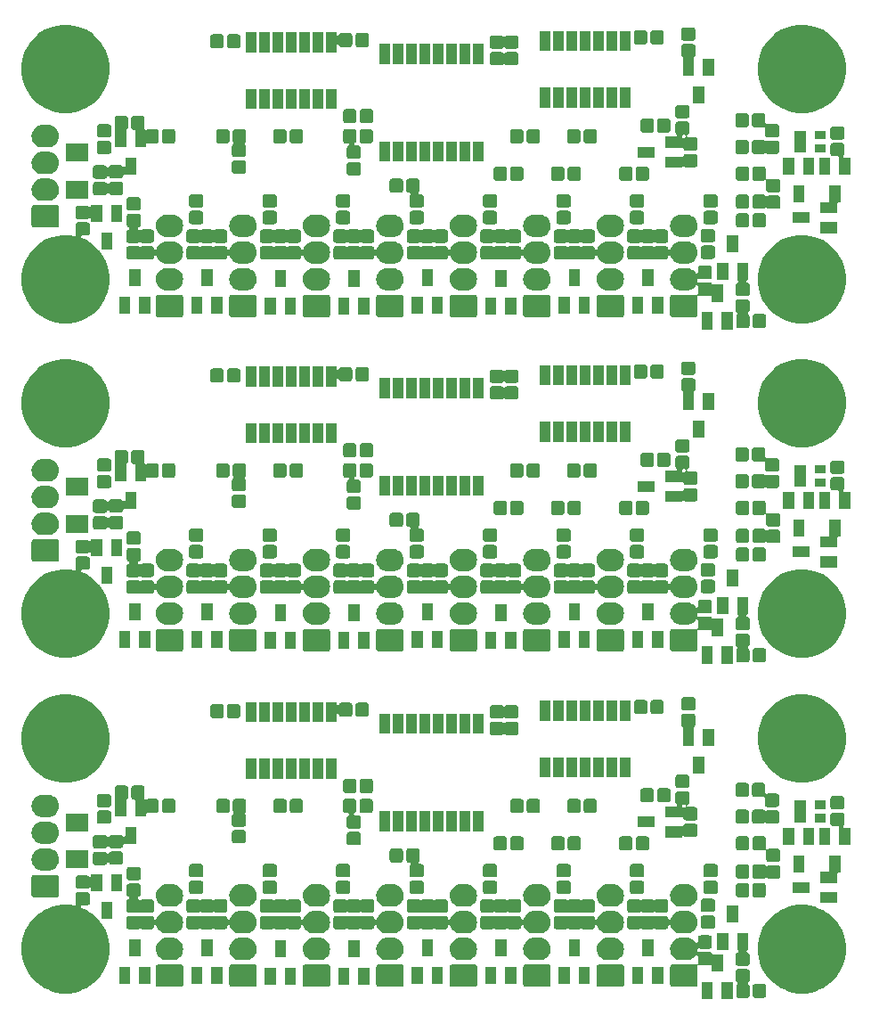
<source format=gbs>
G04 #@! TF.GenerationSoftware,KiCad,Pcbnew,5.0.2+dfsg1-1~bpo9+1*
G04 #@! TF.CreationDate,2019-07-31T18:24:26+02:00*
G04 #@! TF.ProjectId,IO_BUTTON_BOARD,494f5f42-5554-4544-9f4e-5f424f415244,v1.0*
G04 #@! TF.SameCoordinates,Original*
G04 #@! TF.FileFunction,Soldermask,Bot*
G04 #@! TF.FilePolarity,Negative*
%FSLAX46Y46*%
G04 Gerber Fmt 4.6, Leading zero omitted, Abs format (unit mm)*
G04 Created by KiCad (PCBNEW 5.0.2+dfsg1-1~bpo9+1) date mer. 31 juil. 2019 18:24:26 CEST*
%MOMM*%
%LPD*%
G01*
G04 APERTURE LIST*
%ADD10C,0.100000*%
G04 APERTURE END LIST*
D10*
G36*
X186641000Y-149287600D02*
X185591000Y-149287600D01*
X185591000Y-147667600D01*
X186641000Y-147667600D01*
X186641000Y-149287600D01*
X186641000Y-149287600D01*
G37*
G36*
X184741000Y-149287600D02*
X183691000Y-149287600D01*
X183691000Y-147667600D01*
X184741000Y-147667600D01*
X184741000Y-149287600D01*
X184741000Y-149287600D01*
G37*
G36*
X189610522Y-147818917D02*
X189658485Y-147833466D01*
X189702675Y-147857086D01*
X189741418Y-147888882D01*
X189773214Y-147927625D01*
X189796834Y-147971815D01*
X189811383Y-148019778D01*
X189816900Y-148075791D01*
X189816900Y-148901009D01*
X189811383Y-148957022D01*
X189796834Y-149004985D01*
X189773214Y-149049175D01*
X189741418Y-149087918D01*
X189702675Y-149119714D01*
X189658485Y-149143334D01*
X189610522Y-149157883D01*
X189554509Y-149163400D01*
X188804291Y-149163400D01*
X188748278Y-149157883D01*
X188700315Y-149143334D01*
X188656125Y-149119714D01*
X188617382Y-149087918D01*
X188585586Y-149049175D01*
X188561966Y-149004985D01*
X188547417Y-148957022D01*
X188541900Y-148901009D01*
X188541900Y-148075791D01*
X188547417Y-148019778D01*
X188561966Y-147971815D01*
X188585586Y-147927625D01*
X188617382Y-147888882D01*
X188656125Y-147857086D01*
X188700315Y-147833466D01*
X188748278Y-147818917D01*
X188804291Y-147813400D01*
X189554509Y-147813400D01*
X189610522Y-147818917D01*
X189610522Y-147818917D01*
G37*
G36*
X188047622Y-146434017D02*
X188095585Y-146448566D01*
X188139775Y-146472186D01*
X188178518Y-146503982D01*
X188210314Y-146542725D01*
X188233934Y-146586915D01*
X188248483Y-146634878D01*
X188254000Y-146690891D01*
X188254000Y-147441109D01*
X188248483Y-147497122D01*
X188233934Y-147545085D01*
X188210314Y-147589275D01*
X188178518Y-147628018D01*
X188131276Y-147666789D01*
X188113949Y-147684117D01*
X188100335Y-147704491D01*
X188090958Y-147727131D01*
X188086178Y-147751164D01*
X188086178Y-147775668D01*
X188090959Y-147799702D01*
X188100336Y-147822341D01*
X188113950Y-147842715D01*
X188131275Y-147860040D01*
X188166417Y-147888881D01*
X188198214Y-147927625D01*
X188221834Y-147971815D01*
X188236383Y-148019778D01*
X188241900Y-148075791D01*
X188241900Y-148901009D01*
X188236383Y-148957022D01*
X188221834Y-149004985D01*
X188198214Y-149049175D01*
X188166418Y-149087918D01*
X188127675Y-149119714D01*
X188083485Y-149143334D01*
X188035522Y-149157883D01*
X187979509Y-149163400D01*
X187229291Y-149163400D01*
X187173278Y-149157883D01*
X187125315Y-149143334D01*
X187081125Y-149119714D01*
X187042382Y-149087918D01*
X187010586Y-149049175D01*
X186986966Y-149004985D01*
X186972417Y-148957022D01*
X186966900Y-148901009D01*
X186966900Y-148075791D01*
X186972417Y-148019778D01*
X186986966Y-147971815D01*
X187010586Y-147927625D01*
X187042381Y-147888883D01*
X187057273Y-147876662D01*
X187074600Y-147859334D01*
X187088214Y-147838960D01*
X187097591Y-147816321D01*
X187102372Y-147792288D01*
X187102372Y-147767783D01*
X187097592Y-147743750D01*
X187088214Y-147721111D01*
X187074601Y-147700736D01*
X187057273Y-147683409D01*
X187036899Y-147669795D01*
X187018223Y-147659812D01*
X186979482Y-147628018D01*
X186947686Y-147589275D01*
X186924066Y-147545085D01*
X186909517Y-147497122D01*
X186904000Y-147441109D01*
X186904000Y-146690891D01*
X186909517Y-146634878D01*
X186924066Y-146586915D01*
X186947686Y-146542725D01*
X186979482Y-146503982D01*
X187018225Y-146472186D01*
X187062415Y-146448566D01*
X187110378Y-146434017D01*
X187166391Y-146428500D01*
X187991609Y-146428500D01*
X188047622Y-146434017D01*
X188047622Y-146434017D01*
G37*
G36*
X125309622Y-139119017D02*
X125357585Y-139133566D01*
X125401776Y-139157187D01*
X125447700Y-139194876D01*
X125468075Y-139208490D01*
X125474455Y-139211132D01*
X125475563Y-139222386D01*
X125487921Y-139256924D01*
X125495934Y-139271915D01*
X125510483Y-139319878D01*
X125516000Y-139375891D01*
X125516000Y-140126109D01*
X125510483Y-140182122D01*
X125495934Y-140230085D01*
X125472314Y-140274275D01*
X125440518Y-140313018D01*
X125401775Y-140344814D01*
X125357585Y-140368434D01*
X125309622Y-140382983D01*
X125253609Y-140388500D01*
X124791767Y-140388500D01*
X124767381Y-140390902D01*
X124743932Y-140398015D01*
X124722321Y-140409566D01*
X124703379Y-140425112D01*
X124687833Y-140444054D01*
X124676282Y-140465665D01*
X124669169Y-140489114D01*
X124666767Y-140513500D01*
X124669169Y-140537886D01*
X124676282Y-140561335D01*
X124687833Y-140582946D01*
X124703379Y-140601888D01*
X124722321Y-140617434D01*
X124743933Y-140628985D01*
X125195446Y-140816008D01*
X125551527Y-141053934D01*
X125883347Y-141275649D01*
X126388612Y-141780914D01*
X126407554Y-141796460D01*
X126429165Y-141808011D01*
X126452614Y-141815124D01*
X126465348Y-141816378D01*
X126465188Y-141818000D01*
X126467590Y-141842386D01*
X126474703Y-141865835D01*
X126486254Y-141887446D01*
X126557451Y-141994000D01*
X126927992Y-142548554D01*
X126959548Y-142624737D01*
X127244597Y-143312906D01*
X127406000Y-144124335D01*
X127406000Y-144951665D01*
X127244597Y-145763094D01*
X127093241Y-146128500D01*
X126927992Y-146527446D01*
X126471451Y-147210708D01*
X126468351Y-147215347D01*
X125883347Y-147800351D01*
X125883344Y-147800353D01*
X125195446Y-148259992D01*
X124878841Y-148391134D01*
X124431094Y-148576597D01*
X123619665Y-148738000D01*
X122792335Y-148738000D01*
X121980906Y-148576597D01*
X121533159Y-148391134D01*
X121216554Y-148259992D01*
X120528656Y-147800353D01*
X120528653Y-147800351D01*
X119943649Y-147215347D01*
X119940549Y-147210708D01*
X119484008Y-146527446D01*
X119318759Y-146128500D01*
X119167403Y-145763094D01*
X119006000Y-144951665D01*
X119006000Y-144124335D01*
X119167403Y-143312906D01*
X119452452Y-142624737D01*
X119484008Y-142548554D01*
X119943647Y-141860656D01*
X119943649Y-141860653D01*
X120528653Y-141275649D01*
X120860473Y-141053934D01*
X121216554Y-140816008D01*
X121668068Y-140628985D01*
X121980906Y-140499403D01*
X122792335Y-140338000D01*
X123619665Y-140338000D01*
X124058784Y-140425346D01*
X124083170Y-140427748D01*
X124107556Y-140425346D01*
X124131005Y-140418233D01*
X124152616Y-140406682D01*
X124171558Y-140391136D01*
X124187104Y-140372194D01*
X124198655Y-140350583D01*
X124205768Y-140327134D01*
X124208170Y-140302748D01*
X124205768Y-140278362D01*
X124198655Y-140254913D01*
X124193410Y-140243823D01*
X124186065Y-140230082D01*
X124171517Y-140182122D01*
X124166000Y-140126109D01*
X124166000Y-139375891D01*
X124171517Y-139319878D01*
X124186066Y-139271915D01*
X124209686Y-139227725D01*
X124241482Y-139188982D01*
X124280225Y-139157186D01*
X124324415Y-139133566D01*
X124372378Y-139119017D01*
X124428391Y-139113500D01*
X125253609Y-139113500D01*
X125309622Y-139119017D01*
X125309622Y-139119017D01*
G37*
G36*
X194431094Y-140499403D02*
X194743932Y-140628985D01*
X195195446Y-140816008D01*
X195551527Y-141053934D01*
X195883347Y-141275649D01*
X196468351Y-141860653D01*
X196468353Y-141860656D01*
X196927992Y-142548554D01*
X196959548Y-142624737D01*
X197244597Y-143312906D01*
X197406000Y-144124335D01*
X197406000Y-144951665D01*
X197244597Y-145763094D01*
X197093241Y-146128500D01*
X196927992Y-146527446D01*
X196471451Y-147210708D01*
X196468351Y-147215347D01*
X195883347Y-147800351D01*
X195883344Y-147800353D01*
X195195446Y-148259992D01*
X194878841Y-148391134D01*
X194431094Y-148576597D01*
X193619665Y-148738000D01*
X192792335Y-148738000D01*
X191980906Y-148576597D01*
X191533159Y-148391134D01*
X191216554Y-148259992D01*
X190528656Y-147800353D01*
X190528653Y-147800351D01*
X189943649Y-147215347D01*
X189940549Y-147210708D01*
X189484008Y-146527446D01*
X189318759Y-146128500D01*
X189167403Y-145763094D01*
X189006000Y-144951665D01*
X189006000Y-144124335D01*
X189167403Y-143312906D01*
X189452452Y-142624737D01*
X189484008Y-142548554D01*
X189943647Y-141860656D01*
X189943649Y-141860653D01*
X190528653Y-141275649D01*
X190860473Y-141053934D01*
X191216554Y-140816008D01*
X191668068Y-140628985D01*
X191980906Y-140499403D01*
X192792335Y-140338000D01*
X193619665Y-140338000D01*
X194431094Y-140499403D01*
X194431094Y-140499403D01*
G37*
G36*
X155175094Y-146000789D02*
X155215953Y-146013183D01*
X155253608Y-146033311D01*
X155286607Y-146060393D01*
X155313689Y-146093392D01*
X155333817Y-146131047D01*
X155346211Y-146171906D01*
X155351000Y-146220530D01*
X155351000Y-147911470D01*
X155346211Y-147960094D01*
X155333817Y-148000953D01*
X155313689Y-148038608D01*
X155286607Y-148071607D01*
X155253608Y-148098689D01*
X155215953Y-148118817D01*
X155175094Y-148131211D01*
X155126470Y-148136000D01*
X152975530Y-148136000D01*
X152926906Y-148131211D01*
X152886047Y-148118817D01*
X152848392Y-148098689D01*
X152815393Y-148071607D01*
X152788311Y-148038608D01*
X152768183Y-148000953D01*
X152755789Y-147960094D01*
X152751000Y-147911470D01*
X152751000Y-146220530D01*
X152755789Y-146171906D01*
X152768183Y-146131047D01*
X152788311Y-146093392D01*
X152815393Y-146060393D01*
X152848392Y-146033311D01*
X152886047Y-146013183D01*
X152926906Y-146000789D01*
X152975530Y-145996000D01*
X155126470Y-145996000D01*
X155175094Y-146000789D01*
X155175094Y-146000789D01*
G37*
G36*
X184466222Y-143233617D02*
X184514185Y-143248166D01*
X184558375Y-143271786D01*
X184597118Y-143303582D01*
X184628914Y-143342325D01*
X184652534Y-143386515D01*
X184667083Y-143434478D01*
X184672600Y-143490491D01*
X184672600Y-144240709D01*
X184667083Y-144296722D01*
X184652534Y-144344685D01*
X184628914Y-144388875D01*
X184597118Y-144427618D01*
X184558375Y-144459414D01*
X184514185Y-144483034D01*
X184466222Y-144497583D01*
X184410209Y-144503100D01*
X183584991Y-144503100D01*
X183528978Y-144497583D01*
X183481017Y-144483034D01*
X183474429Y-144479513D01*
X183451790Y-144470135D01*
X183427757Y-144465354D01*
X183403253Y-144465354D01*
X183379219Y-144470134D01*
X183356580Y-144479511D01*
X183336205Y-144493125D01*
X183318878Y-144510451D01*
X183305264Y-144530826D01*
X183295886Y-144553465D01*
X183291105Y-144577500D01*
X183277933Y-144711236D01*
X183277933Y-144735740D01*
X183282713Y-144759773D01*
X183292091Y-144782412D01*
X183305705Y-144802787D01*
X183323032Y-144820114D01*
X183343406Y-144833728D01*
X183366045Y-144843106D01*
X183390079Y-144847886D01*
X183414583Y-144847886D01*
X183438616Y-144843106D01*
X183461255Y-144833729D01*
X183481019Y-144823165D01*
X183528978Y-144808617D01*
X183584991Y-144803100D01*
X184410209Y-144803100D01*
X184466222Y-144808617D01*
X184514185Y-144823166D01*
X184558375Y-144846786D01*
X184597118Y-144878582D01*
X184628914Y-144917325D01*
X184653830Y-144963941D01*
X184661114Y-144981524D01*
X184674728Y-145001899D01*
X184692055Y-145019226D01*
X184712429Y-145032840D01*
X184735068Y-145042217D01*
X184759102Y-145046998D01*
X184771354Y-145047600D01*
X185691000Y-145047600D01*
X185691000Y-146667600D01*
X184641000Y-146667600D01*
X184641000Y-146188108D01*
X184638598Y-146163722D01*
X184631485Y-146140273D01*
X184619934Y-146118662D01*
X184604388Y-146099720D01*
X184585446Y-146084174D01*
X184563835Y-146072623D01*
X184540386Y-146065510D01*
X184516000Y-146063108D01*
X184479715Y-146068490D01*
X184466222Y-146072583D01*
X184410209Y-146078100D01*
X183584991Y-146078100D01*
X183528978Y-146072583D01*
X183481016Y-146058034D01*
X183469793Y-146052035D01*
X183447154Y-146042657D01*
X183423121Y-146037876D01*
X183398616Y-146037876D01*
X183374583Y-146042656D01*
X183351944Y-146052033D01*
X183331569Y-146065647D01*
X183314242Y-146082974D01*
X183300628Y-146103348D01*
X183291250Y-146125987D01*
X183286469Y-146150020D01*
X183286469Y-146174526D01*
X183291000Y-146220530D01*
X183291000Y-147911470D01*
X183286211Y-147960094D01*
X183273817Y-148000953D01*
X183253689Y-148038608D01*
X183226607Y-148071607D01*
X183193608Y-148098689D01*
X183155953Y-148118817D01*
X183115094Y-148131211D01*
X183066470Y-148136000D01*
X180915530Y-148136000D01*
X180866906Y-148131211D01*
X180826047Y-148118817D01*
X180788392Y-148098689D01*
X180755393Y-148071607D01*
X180728311Y-148038608D01*
X180708183Y-148000953D01*
X180695789Y-147960094D01*
X180691000Y-147911470D01*
X180691000Y-146220530D01*
X180695789Y-146171906D01*
X180708183Y-146131047D01*
X180728311Y-146093392D01*
X180755393Y-146060393D01*
X180788392Y-146033311D01*
X180826047Y-146013183D01*
X180866906Y-146000789D01*
X180915530Y-145996000D01*
X183066470Y-145996000D01*
X183115094Y-146000789D01*
X183166223Y-146016299D01*
X183169158Y-146017514D01*
X183193192Y-146022292D01*
X183217697Y-146022290D01*
X183241729Y-146017507D01*
X183264367Y-146008127D01*
X183284741Y-145994511D01*
X183302066Y-145977182D01*
X183315677Y-145956806D01*
X183325052Y-145934166D01*
X183329830Y-145910132D01*
X183329828Y-145885627D01*
X183329152Y-145882230D01*
X183322600Y-145815709D01*
X183322600Y-145219699D01*
X183320198Y-145195313D01*
X183313085Y-145171864D01*
X183301534Y-145150253D01*
X183285988Y-145131311D01*
X183267046Y-145115765D01*
X183245435Y-145104214D01*
X183221986Y-145097101D01*
X183197600Y-145094699D01*
X183173214Y-145097101D01*
X183149765Y-145104214D01*
X183128154Y-145115765D01*
X183100974Y-145140400D01*
X182981265Y-145286265D01*
X182818337Y-145419978D01*
X182632456Y-145519333D01*
X182579971Y-145535254D01*
X182430757Y-145580518D01*
X182325962Y-145590839D01*
X182273565Y-145596000D01*
X181708435Y-145596000D01*
X181656038Y-145590839D01*
X181551243Y-145580518D01*
X181402029Y-145535254D01*
X181349544Y-145519333D01*
X181163663Y-145419978D01*
X181000735Y-145286265D01*
X180867022Y-145123337D01*
X180767667Y-144937456D01*
X180738994Y-144842934D01*
X180706482Y-144735757D01*
X180685823Y-144526000D01*
X180706482Y-144316243D01*
X180767666Y-144114548D01*
X180767667Y-144114544D01*
X180867022Y-143928663D01*
X181000735Y-143765735D01*
X181163663Y-143632022D01*
X181349544Y-143532667D01*
X181402029Y-143516746D01*
X181551243Y-143471482D01*
X181656038Y-143461161D01*
X181708435Y-143456000D01*
X182273565Y-143456000D01*
X182325962Y-143461161D01*
X182430757Y-143471482D01*
X182579971Y-143516746D01*
X182632456Y-143532667D01*
X182818337Y-143632022D01*
X182981265Y-143765735D01*
X183100974Y-143911600D01*
X183118301Y-143928927D01*
X183138676Y-143942541D01*
X183161315Y-143951919D01*
X183185348Y-143956699D01*
X183209852Y-143956699D01*
X183233886Y-143951919D01*
X183256525Y-143942541D01*
X183276899Y-143928927D01*
X183294226Y-143911600D01*
X183307840Y-143891225D01*
X183317218Y-143868586D01*
X183322600Y-143832301D01*
X183322600Y-143490491D01*
X183328117Y-143434478D01*
X183342666Y-143386515D01*
X183366286Y-143342325D01*
X183398082Y-143303582D01*
X183436825Y-143271786D01*
X183481015Y-143248166D01*
X183528978Y-143233617D01*
X183584991Y-143228100D01*
X184410209Y-143228100D01*
X184466222Y-143233617D01*
X184466222Y-143233617D01*
G37*
G36*
X176130094Y-146000789D02*
X176170953Y-146013183D01*
X176208608Y-146033311D01*
X176241607Y-146060393D01*
X176268689Y-146093392D01*
X176288817Y-146131047D01*
X176301211Y-146171906D01*
X176306000Y-146220530D01*
X176306000Y-147911470D01*
X176301211Y-147960094D01*
X176288817Y-148000953D01*
X176268689Y-148038608D01*
X176241607Y-148071607D01*
X176208608Y-148098689D01*
X176170953Y-148118817D01*
X176130094Y-148131211D01*
X176081470Y-148136000D01*
X173930530Y-148136000D01*
X173881906Y-148131211D01*
X173841047Y-148118817D01*
X173803392Y-148098689D01*
X173770393Y-148071607D01*
X173743311Y-148038608D01*
X173723183Y-148000953D01*
X173710789Y-147960094D01*
X173706000Y-147911470D01*
X173706000Y-146220530D01*
X173710789Y-146171906D01*
X173723183Y-146131047D01*
X173743311Y-146093392D01*
X173770393Y-146060393D01*
X173803392Y-146033311D01*
X173841047Y-146013183D01*
X173881906Y-146000789D01*
X173930530Y-145996000D01*
X176081470Y-145996000D01*
X176130094Y-146000789D01*
X176130094Y-146000789D01*
G37*
G36*
X134220094Y-146000789D02*
X134260953Y-146013183D01*
X134298608Y-146033311D01*
X134331607Y-146060393D01*
X134358689Y-146093392D01*
X134378817Y-146131047D01*
X134391211Y-146171906D01*
X134396000Y-146220530D01*
X134396000Y-147911470D01*
X134391211Y-147960094D01*
X134378817Y-148000953D01*
X134358689Y-148038608D01*
X134331607Y-148071607D01*
X134298608Y-148098689D01*
X134260953Y-148118817D01*
X134220094Y-148131211D01*
X134171470Y-148136000D01*
X132020530Y-148136000D01*
X131971906Y-148131211D01*
X131931047Y-148118817D01*
X131893392Y-148098689D01*
X131860393Y-148071607D01*
X131833311Y-148038608D01*
X131813183Y-148000953D01*
X131800789Y-147960094D01*
X131796000Y-147911470D01*
X131796000Y-146220530D01*
X131800789Y-146171906D01*
X131813183Y-146131047D01*
X131833311Y-146093392D01*
X131860393Y-146060393D01*
X131893392Y-146033311D01*
X131931047Y-146013183D01*
X131971906Y-146000789D01*
X132020530Y-145996000D01*
X134171470Y-145996000D01*
X134220094Y-146000789D01*
X134220094Y-146000789D01*
G37*
G36*
X148190094Y-146000789D02*
X148230953Y-146013183D01*
X148268608Y-146033311D01*
X148301607Y-146060393D01*
X148328689Y-146093392D01*
X148348817Y-146131047D01*
X148361211Y-146171906D01*
X148366000Y-146220530D01*
X148366000Y-147911470D01*
X148361211Y-147960094D01*
X148348817Y-148000953D01*
X148328689Y-148038608D01*
X148301607Y-148071607D01*
X148268608Y-148098689D01*
X148230953Y-148118817D01*
X148190094Y-148131211D01*
X148141470Y-148136000D01*
X145990530Y-148136000D01*
X145941906Y-148131211D01*
X145901047Y-148118817D01*
X145863392Y-148098689D01*
X145830393Y-148071607D01*
X145803311Y-148038608D01*
X145783183Y-148000953D01*
X145770789Y-147960094D01*
X145766000Y-147911470D01*
X145766000Y-146220530D01*
X145770789Y-146171906D01*
X145783183Y-146131047D01*
X145803311Y-146093392D01*
X145830393Y-146060393D01*
X145863392Y-146033311D01*
X145901047Y-146013183D01*
X145941906Y-146000789D01*
X145990530Y-145996000D01*
X148141470Y-145996000D01*
X148190094Y-146000789D01*
X148190094Y-146000789D01*
G37*
G36*
X162160094Y-146000789D02*
X162200953Y-146013183D01*
X162238608Y-146033311D01*
X162271607Y-146060393D01*
X162298689Y-146093392D01*
X162318817Y-146131047D01*
X162331211Y-146171906D01*
X162336000Y-146220530D01*
X162336000Y-147911470D01*
X162331211Y-147960094D01*
X162318817Y-148000953D01*
X162298689Y-148038608D01*
X162271607Y-148071607D01*
X162238608Y-148098689D01*
X162200953Y-148118817D01*
X162160094Y-148131211D01*
X162111470Y-148136000D01*
X159960530Y-148136000D01*
X159911906Y-148131211D01*
X159871047Y-148118817D01*
X159833392Y-148098689D01*
X159800393Y-148071607D01*
X159773311Y-148038608D01*
X159753183Y-148000953D01*
X159740789Y-147960094D01*
X159736000Y-147911470D01*
X159736000Y-146220530D01*
X159740789Y-146171906D01*
X159753183Y-146131047D01*
X159773311Y-146093392D01*
X159800393Y-146060393D01*
X159833392Y-146033311D01*
X159871047Y-146013183D01*
X159911906Y-146000789D01*
X159960530Y-145996000D01*
X162111470Y-145996000D01*
X162160094Y-146000789D01*
X162160094Y-146000789D01*
G37*
G36*
X141205094Y-146000789D02*
X141245953Y-146013183D01*
X141283608Y-146033311D01*
X141316607Y-146060393D01*
X141343689Y-146093392D01*
X141363817Y-146131047D01*
X141376211Y-146171906D01*
X141381000Y-146220530D01*
X141381000Y-147911470D01*
X141376211Y-147960094D01*
X141363817Y-148000953D01*
X141343689Y-148038608D01*
X141316607Y-148071607D01*
X141283608Y-148098689D01*
X141245953Y-148118817D01*
X141205094Y-148131211D01*
X141156470Y-148136000D01*
X139005530Y-148136000D01*
X138956906Y-148131211D01*
X138916047Y-148118817D01*
X138878392Y-148098689D01*
X138845393Y-148071607D01*
X138818311Y-148038608D01*
X138798183Y-148000953D01*
X138785789Y-147960094D01*
X138781000Y-147911470D01*
X138781000Y-146220530D01*
X138785789Y-146171906D01*
X138798183Y-146131047D01*
X138818311Y-146093392D01*
X138845393Y-146060393D01*
X138878392Y-146033311D01*
X138916047Y-146013183D01*
X138956906Y-146000789D01*
X139005530Y-145996000D01*
X141156470Y-145996000D01*
X141205094Y-146000789D01*
X141205094Y-146000789D01*
G37*
G36*
X169145094Y-146000789D02*
X169185953Y-146013183D01*
X169223608Y-146033311D01*
X169256607Y-146060393D01*
X169283689Y-146093392D01*
X169303817Y-146131047D01*
X169316211Y-146171906D01*
X169321000Y-146220530D01*
X169321000Y-147911470D01*
X169316211Y-147960094D01*
X169303817Y-148000953D01*
X169283689Y-148038608D01*
X169256607Y-148071607D01*
X169223608Y-148098689D01*
X169185953Y-148118817D01*
X169145094Y-148131211D01*
X169096470Y-148136000D01*
X166945530Y-148136000D01*
X166896906Y-148131211D01*
X166856047Y-148118817D01*
X166818392Y-148098689D01*
X166785393Y-148071607D01*
X166758311Y-148038608D01*
X166738183Y-148000953D01*
X166725789Y-147960094D01*
X166721000Y-147911470D01*
X166721000Y-146220530D01*
X166725789Y-146171906D01*
X166738183Y-146131047D01*
X166758311Y-146093392D01*
X166785393Y-146060393D01*
X166818392Y-146033311D01*
X166856047Y-146013183D01*
X166896906Y-146000789D01*
X166945530Y-145996000D01*
X169096470Y-145996000D01*
X169145094Y-146000789D01*
X169145094Y-146000789D01*
G37*
G36*
X150197000Y-147916000D02*
X149147000Y-147916000D01*
X149147000Y-146296000D01*
X150197000Y-146296000D01*
X150197000Y-147916000D01*
X150197000Y-147916000D01*
G37*
G36*
X145112000Y-147916000D02*
X144062000Y-147916000D01*
X144062000Y-146296000D01*
X145112000Y-146296000D01*
X145112000Y-147916000D01*
X145112000Y-147916000D01*
G37*
G36*
X152097000Y-147916000D02*
X151047000Y-147916000D01*
X151047000Y-146296000D01*
X152097000Y-146296000D01*
X152097000Y-147916000D01*
X152097000Y-147916000D01*
G37*
G36*
X143212000Y-147916000D02*
X142162000Y-147916000D01*
X142162000Y-146296000D01*
X143212000Y-146296000D01*
X143212000Y-147916000D01*
X143212000Y-147916000D01*
G37*
G36*
X164167000Y-147876000D02*
X163117000Y-147876000D01*
X163117000Y-146256000D01*
X164167000Y-146256000D01*
X164167000Y-147876000D01*
X164167000Y-147876000D01*
G37*
G36*
X166067000Y-147876000D02*
X165017000Y-147876000D01*
X165017000Y-146256000D01*
X166067000Y-146256000D01*
X166067000Y-147876000D01*
X166067000Y-147876000D01*
G37*
G36*
X173052000Y-147829000D02*
X172002000Y-147829000D01*
X172002000Y-146209000D01*
X173052000Y-146209000D01*
X173052000Y-147829000D01*
X173052000Y-147829000D01*
G37*
G36*
X138127000Y-147829000D02*
X137077000Y-147829000D01*
X137077000Y-146209000D01*
X138127000Y-146209000D01*
X138127000Y-147829000D01*
X138127000Y-147829000D01*
G37*
G36*
X136227000Y-147829000D02*
X135177000Y-147829000D01*
X135177000Y-146209000D01*
X136227000Y-146209000D01*
X136227000Y-147829000D01*
X136227000Y-147829000D01*
G37*
G36*
X157182000Y-147829000D02*
X156132000Y-147829000D01*
X156132000Y-146209000D01*
X157182000Y-146209000D01*
X157182000Y-147829000D01*
X157182000Y-147829000D01*
G37*
G36*
X159082000Y-147829000D02*
X158032000Y-147829000D01*
X158032000Y-146209000D01*
X159082000Y-146209000D01*
X159082000Y-147829000D01*
X159082000Y-147829000D01*
G37*
G36*
X178137000Y-147829000D02*
X177087000Y-147829000D01*
X177087000Y-146209000D01*
X178137000Y-146209000D01*
X178137000Y-147829000D01*
X178137000Y-147829000D01*
G37*
G36*
X129369000Y-147829000D02*
X128319000Y-147829000D01*
X128319000Y-146209000D01*
X129369000Y-146209000D01*
X129369000Y-147829000D01*
X129369000Y-147829000D01*
G37*
G36*
X180037000Y-147829000D02*
X178987000Y-147829000D01*
X178987000Y-146209000D01*
X180037000Y-146209000D01*
X180037000Y-147829000D01*
X180037000Y-147829000D01*
G37*
G36*
X171152000Y-147829000D02*
X170102000Y-147829000D01*
X170102000Y-146209000D01*
X171152000Y-146209000D01*
X171152000Y-147829000D01*
X171152000Y-147829000D01*
G37*
G36*
X131269000Y-147829000D02*
X130219000Y-147829000D01*
X130219000Y-146209000D01*
X131269000Y-146209000D01*
X131269000Y-147829000D01*
X131269000Y-147829000D01*
G37*
G36*
X188099000Y-144614000D02*
X188082591Y-144614000D01*
X188058205Y-144616402D01*
X188034756Y-144623515D01*
X188013145Y-144635066D01*
X187994203Y-144650612D01*
X187978657Y-144669554D01*
X187967106Y-144691165D01*
X187959993Y-144714614D01*
X187957591Y-144739000D01*
X187959993Y-144763386D01*
X187967106Y-144786835D01*
X187978657Y-144808446D01*
X187994203Y-144827388D01*
X188013145Y-144842934D01*
X188034756Y-144854485D01*
X188046306Y-144858618D01*
X188095585Y-144873566D01*
X188139775Y-144897186D01*
X188178518Y-144928982D01*
X188210314Y-144967725D01*
X188233934Y-145011915D01*
X188248483Y-145059878D01*
X188254000Y-145115891D01*
X188254000Y-145866109D01*
X188248483Y-145922122D01*
X188233934Y-145970085D01*
X188210314Y-146014275D01*
X188178518Y-146053018D01*
X188139775Y-146084814D01*
X188095585Y-146108434D01*
X188047622Y-146122983D01*
X187991609Y-146128500D01*
X187166391Y-146128500D01*
X187110378Y-146122983D01*
X187062415Y-146108434D01*
X187018225Y-146084814D01*
X186979482Y-146053018D01*
X186947686Y-146014275D01*
X186924066Y-145970085D01*
X186909517Y-145922122D01*
X186904000Y-145866109D01*
X186904000Y-145115891D01*
X186909517Y-145059878D01*
X186924066Y-145011915D01*
X186947686Y-144967725D01*
X186979482Y-144928982D01*
X187018225Y-144897186D01*
X187062415Y-144873566D01*
X187111694Y-144858618D01*
X187134333Y-144849241D01*
X187154708Y-144835627D01*
X187172035Y-144818300D01*
X187185649Y-144797925D01*
X187195026Y-144775286D01*
X187199807Y-144751253D01*
X187199807Y-144726749D01*
X187195027Y-144702715D01*
X187185650Y-144680076D01*
X187172036Y-144659701D01*
X187154709Y-144642374D01*
X187134334Y-144628760D01*
X187111695Y-144619383D01*
X187087662Y-144614602D01*
X187075409Y-144614000D01*
X187049000Y-144614000D01*
X187049000Y-142994000D01*
X188099000Y-142994000D01*
X188099000Y-144614000D01*
X188099000Y-144614000D01*
G37*
G36*
X133430962Y-143461161D02*
X133535757Y-143471482D01*
X133684971Y-143516746D01*
X133737456Y-143532667D01*
X133923337Y-143632022D01*
X134086265Y-143765735D01*
X134219978Y-143928663D01*
X134319333Y-144114544D01*
X134319334Y-144114548D01*
X134380518Y-144316243D01*
X134401177Y-144526000D01*
X134380518Y-144735757D01*
X134348006Y-144842934D01*
X134319333Y-144937456D01*
X134219978Y-145123337D01*
X134086265Y-145286265D01*
X133923337Y-145419978D01*
X133737456Y-145519333D01*
X133684971Y-145535254D01*
X133535757Y-145580518D01*
X133430962Y-145590839D01*
X133378565Y-145596000D01*
X132813435Y-145596000D01*
X132761038Y-145590839D01*
X132656243Y-145580518D01*
X132507029Y-145535254D01*
X132454544Y-145519333D01*
X132268663Y-145419978D01*
X132105735Y-145286265D01*
X131972022Y-145123337D01*
X131872667Y-144937456D01*
X131843994Y-144842934D01*
X131811482Y-144735757D01*
X131790823Y-144526000D01*
X131811482Y-144316243D01*
X131872666Y-144114548D01*
X131872667Y-144114544D01*
X131972022Y-143928663D01*
X132105735Y-143765735D01*
X132268663Y-143632022D01*
X132454544Y-143532667D01*
X132507029Y-143516746D01*
X132656243Y-143471482D01*
X132761038Y-143461161D01*
X132813435Y-143456000D01*
X133378565Y-143456000D01*
X133430962Y-143461161D01*
X133430962Y-143461161D01*
G37*
G36*
X175340962Y-143461161D02*
X175445757Y-143471482D01*
X175594971Y-143516746D01*
X175647456Y-143532667D01*
X175833337Y-143632022D01*
X175996265Y-143765735D01*
X176129978Y-143928663D01*
X176229333Y-144114544D01*
X176229334Y-144114548D01*
X176290518Y-144316243D01*
X176311177Y-144526000D01*
X176290518Y-144735757D01*
X176258006Y-144842934D01*
X176229333Y-144937456D01*
X176129978Y-145123337D01*
X175996265Y-145286265D01*
X175833337Y-145419978D01*
X175647456Y-145519333D01*
X175594971Y-145535254D01*
X175445757Y-145580518D01*
X175340962Y-145590839D01*
X175288565Y-145596000D01*
X174723435Y-145596000D01*
X174671038Y-145590839D01*
X174566243Y-145580518D01*
X174417029Y-145535254D01*
X174364544Y-145519333D01*
X174178663Y-145419978D01*
X174015735Y-145286265D01*
X173882022Y-145123337D01*
X173782667Y-144937456D01*
X173753994Y-144842934D01*
X173721482Y-144735757D01*
X173700823Y-144526000D01*
X173721482Y-144316243D01*
X173782666Y-144114548D01*
X173782667Y-144114544D01*
X173882022Y-143928663D01*
X174015735Y-143765735D01*
X174178663Y-143632022D01*
X174364544Y-143532667D01*
X174417029Y-143516746D01*
X174566243Y-143471482D01*
X174671038Y-143461161D01*
X174723435Y-143456000D01*
X175288565Y-143456000D01*
X175340962Y-143461161D01*
X175340962Y-143461161D01*
G37*
G36*
X140415962Y-143461161D02*
X140520757Y-143471482D01*
X140669971Y-143516746D01*
X140722456Y-143532667D01*
X140908337Y-143632022D01*
X141071265Y-143765735D01*
X141204978Y-143928663D01*
X141304333Y-144114544D01*
X141304334Y-144114548D01*
X141365518Y-144316243D01*
X141386177Y-144526000D01*
X141365518Y-144735757D01*
X141333006Y-144842934D01*
X141304333Y-144937456D01*
X141204978Y-145123337D01*
X141071265Y-145286265D01*
X140908337Y-145419978D01*
X140722456Y-145519333D01*
X140669971Y-145535254D01*
X140520757Y-145580518D01*
X140415962Y-145590839D01*
X140363565Y-145596000D01*
X139798435Y-145596000D01*
X139746038Y-145590839D01*
X139641243Y-145580518D01*
X139492029Y-145535254D01*
X139439544Y-145519333D01*
X139253663Y-145419978D01*
X139090735Y-145286265D01*
X138957022Y-145123337D01*
X138857667Y-144937456D01*
X138828994Y-144842934D01*
X138796482Y-144735757D01*
X138775823Y-144526000D01*
X138796482Y-144316243D01*
X138857666Y-144114548D01*
X138857667Y-144114544D01*
X138957022Y-143928663D01*
X139090735Y-143765735D01*
X139253663Y-143632022D01*
X139439544Y-143532667D01*
X139492029Y-143516746D01*
X139641243Y-143471482D01*
X139746038Y-143461161D01*
X139798435Y-143456000D01*
X140363565Y-143456000D01*
X140415962Y-143461161D01*
X140415962Y-143461161D01*
G37*
G36*
X154385962Y-143461161D02*
X154490757Y-143471482D01*
X154639971Y-143516746D01*
X154692456Y-143532667D01*
X154878337Y-143632022D01*
X155041265Y-143765735D01*
X155174978Y-143928663D01*
X155274333Y-144114544D01*
X155274334Y-144114548D01*
X155335518Y-144316243D01*
X155356177Y-144526000D01*
X155335518Y-144735757D01*
X155303006Y-144842934D01*
X155274333Y-144937456D01*
X155174978Y-145123337D01*
X155041265Y-145286265D01*
X154878337Y-145419978D01*
X154692456Y-145519333D01*
X154639971Y-145535254D01*
X154490757Y-145580518D01*
X154385962Y-145590839D01*
X154333565Y-145596000D01*
X153768435Y-145596000D01*
X153716038Y-145590839D01*
X153611243Y-145580518D01*
X153462029Y-145535254D01*
X153409544Y-145519333D01*
X153223663Y-145419978D01*
X153060735Y-145286265D01*
X152927022Y-145123337D01*
X152827667Y-144937456D01*
X152798994Y-144842934D01*
X152766482Y-144735757D01*
X152745823Y-144526000D01*
X152766482Y-144316243D01*
X152827666Y-144114548D01*
X152827667Y-144114544D01*
X152927022Y-143928663D01*
X153060735Y-143765735D01*
X153223663Y-143632022D01*
X153409544Y-143532667D01*
X153462029Y-143516746D01*
X153611243Y-143471482D01*
X153716038Y-143461161D01*
X153768435Y-143456000D01*
X154333565Y-143456000D01*
X154385962Y-143461161D01*
X154385962Y-143461161D01*
G37*
G36*
X168355962Y-143461161D02*
X168460757Y-143471482D01*
X168609971Y-143516746D01*
X168662456Y-143532667D01*
X168848337Y-143632022D01*
X169011265Y-143765735D01*
X169144978Y-143928663D01*
X169244333Y-144114544D01*
X169244334Y-144114548D01*
X169305518Y-144316243D01*
X169326177Y-144526000D01*
X169305518Y-144735757D01*
X169273006Y-144842934D01*
X169244333Y-144937456D01*
X169144978Y-145123337D01*
X169011265Y-145286265D01*
X168848337Y-145419978D01*
X168662456Y-145519333D01*
X168609971Y-145535254D01*
X168460757Y-145580518D01*
X168355962Y-145590839D01*
X168303565Y-145596000D01*
X167738435Y-145596000D01*
X167686038Y-145590839D01*
X167581243Y-145580518D01*
X167432029Y-145535254D01*
X167379544Y-145519333D01*
X167193663Y-145419978D01*
X167030735Y-145286265D01*
X166897022Y-145123337D01*
X166797667Y-144937456D01*
X166768994Y-144842934D01*
X166736482Y-144735757D01*
X166715823Y-144526000D01*
X166736482Y-144316243D01*
X166797666Y-144114548D01*
X166797667Y-144114544D01*
X166897022Y-143928663D01*
X167030735Y-143765735D01*
X167193663Y-143632022D01*
X167379544Y-143532667D01*
X167432029Y-143516746D01*
X167581243Y-143471482D01*
X167686038Y-143461161D01*
X167738435Y-143456000D01*
X168303565Y-143456000D01*
X168355962Y-143461161D01*
X168355962Y-143461161D01*
G37*
G36*
X147400962Y-143461161D02*
X147505757Y-143471482D01*
X147654971Y-143516746D01*
X147707456Y-143532667D01*
X147893337Y-143632022D01*
X148056265Y-143765735D01*
X148189978Y-143928663D01*
X148289333Y-144114544D01*
X148289334Y-144114548D01*
X148350518Y-144316243D01*
X148371177Y-144526000D01*
X148350518Y-144735757D01*
X148318006Y-144842934D01*
X148289333Y-144937456D01*
X148189978Y-145123337D01*
X148056265Y-145286265D01*
X147893337Y-145419978D01*
X147707456Y-145519333D01*
X147654971Y-145535254D01*
X147505757Y-145580518D01*
X147400962Y-145590839D01*
X147348565Y-145596000D01*
X146783435Y-145596000D01*
X146731038Y-145590839D01*
X146626243Y-145580518D01*
X146477029Y-145535254D01*
X146424544Y-145519333D01*
X146238663Y-145419978D01*
X146075735Y-145286265D01*
X145942022Y-145123337D01*
X145842667Y-144937456D01*
X145813994Y-144842934D01*
X145781482Y-144735757D01*
X145760823Y-144526000D01*
X145781482Y-144316243D01*
X145842666Y-144114548D01*
X145842667Y-144114544D01*
X145942022Y-143928663D01*
X146075735Y-143765735D01*
X146238663Y-143632022D01*
X146424544Y-143532667D01*
X146477029Y-143516746D01*
X146626243Y-143471482D01*
X146731038Y-143461161D01*
X146783435Y-143456000D01*
X147348565Y-143456000D01*
X147400962Y-143461161D01*
X147400962Y-143461161D01*
G37*
G36*
X161370962Y-143461161D02*
X161475757Y-143471482D01*
X161624971Y-143516746D01*
X161677456Y-143532667D01*
X161863337Y-143632022D01*
X162026265Y-143765735D01*
X162159978Y-143928663D01*
X162259333Y-144114544D01*
X162259334Y-144114548D01*
X162320518Y-144316243D01*
X162341177Y-144526000D01*
X162320518Y-144735757D01*
X162288006Y-144842934D01*
X162259333Y-144937456D01*
X162159978Y-145123337D01*
X162026265Y-145286265D01*
X161863337Y-145419978D01*
X161677456Y-145519333D01*
X161624971Y-145535254D01*
X161475757Y-145580518D01*
X161370962Y-145590839D01*
X161318565Y-145596000D01*
X160753435Y-145596000D01*
X160701038Y-145590839D01*
X160596243Y-145580518D01*
X160447029Y-145535254D01*
X160394544Y-145519333D01*
X160208663Y-145419978D01*
X160045735Y-145286265D01*
X159912022Y-145123337D01*
X159812667Y-144937456D01*
X159783994Y-144842934D01*
X159751482Y-144735757D01*
X159730823Y-144526000D01*
X159751482Y-144316243D01*
X159812666Y-144114548D01*
X159812667Y-144114544D01*
X159912022Y-143928663D01*
X160045735Y-143765735D01*
X160208663Y-143632022D01*
X160394544Y-143532667D01*
X160447029Y-143516746D01*
X160596243Y-143471482D01*
X160701038Y-143461161D01*
X160753435Y-143456000D01*
X161318565Y-143456000D01*
X161370962Y-143461161D01*
X161370962Y-143461161D01*
G37*
G36*
X144162000Y-145296000D02*
X143112000Y-145296000D01*
X143112000Y-143676000D01*
X144162000Y-143676000D01*
X144162000Y-145296000D01*
X144162000Y-145296000D01*
G37*
G36*
X151147000Y-145296000D02*
X150097000Y-145296000D01*
X150097000Y-143676000D01*
X151147000Y-143676000D01*
X151147000Y-145296000D01*
X151147000Y-145296000D01*
G37*
G36*
X165117000Y-145256000D02*
X164067000Y-145256000D01*
X164067000Y-143636000D01*
X165117000Y-143636000D01*
X165117000Y-145256000D01*
X165117000Y-145256000D01*
G37*
G36*
X172102000Y-145209000D02*
X171052000Y-145209000D01*
X171052000Y-143589000D01*
X172102000Y-143589000D01*
X172102000Y-145209000D01*
X172102000Y-145209000D01*
G37*
G36*
X179087000Y-145209000D02*
X178037000Y-145209000D01*
X178037000Y-143589000D01*
X179087000Y-143589000D01*
X179087000Y-145209000D01*
X179087000Y-145209000D01*
G37*
G36*
X130319000Y-145209000D02*
X129269000Y-145209000D01*
X129269000Y-143589000D01*
X130319000Y-143589000D01*
X130319000Y-145209000D01*
X130319000Y-145209000D01*
G37*
G36*
X137177000Y-145209000D02*
X136127000Y-145209000D01*
X136127000Y-143589000D01*
X137177000Y-143589000D01*
X137177000Y-145209000D01*
X137177000Y-145209000D01*
G37*
G36*
X158132000Y-145209000D02*
X157082000Y-145209000D01*
X157082000Y-143589000D01*
X158132000Y-143589000D01*
X158132000Y-145209000D01*
X158132000Y-145209000D01*
G37*
G36*
X186199000Y-144614000D02*
X185149000Y-144614000D01*
X185149000Y-142994000D01*
X186199000Y-142994000D01*
X186199000Y-144614000D01*
X186199000Y-144614000D01*
G37*
G36*
X168355962Y-140921161D02*
X168460757Y-140931482D01*
X168593604Y-140971781D01*
X168662456Y-140992667D01*
X168848337Y-141092022D01*
X169011265Y-141225735D01*
X169144978Y-141388663D01*
X169244333Y-141574544D01*
X169244334Y-141574548D01*
X169305518Y-141776243D01*
X169326177Y-141986000D01*
X169305518Y-142195757D01*
X169287111Y-142256436D01*
X169244333Y-142397456D01*
X169144978Y-142583337D01*
X169011265Y-142746265D01*
X168848337Y-142879978D01*
X168662456Y-142979333D01*
X168614105Y-142994000D01*
X168460757Y-143040518D01*
X168355962Y-143050839D01*
X168303565Y-143056000D01*
X167738435Y-143056000D01*
X167686038Y-143050839D01*
X167581243Y-143040518D01*
X167427895Y-142994000D01*
X167379544Y-142979333D01*
X167193663Y-142879978D01*
X167030735Y-142746265D01*
X166897022Y-142583337D01*
X166797668Y-142397457D01*
X166796145Y-142392435D01*
X166781617Y-142344545D01*
X166772240Y-142321909D01*
X166758626Y-142301535D01*
X166741299Y-142284208D01*
X166720925Y-142270594D01*
X166698286Y-142261216D01*
X166674252Y-142256436D01*
X166649748Y-142256436D01*
X166625714Y-142261216D01*
X166603075Y-142270594D01*
X166582701Y-142284208D01*
X166565374Y-142301535D01*
X166551760Y-142321909D01*
X166542382Y-142344548D01*
X166537000Y-142380834D01*
X166537000Y-142386609D01*
X166531483Y-142442622D01*
X166516934Y-142490585D01*
X166493314Y-142534775D01*
X166461518Y-142573518D01*
X166422775Y-142605314D01*
X166378585Y-142628934D01*
X166330622Y-142643483D01*
X166274609Y-142649000D01*
X165449391Y-142649000D01*
X165393378Y-142643483D01*
X165345415Y-142628934D01*
X165295430Y-142602217D01*
X165285925Y-142595865D01*
X165263286Y-142586487D01*
X165239252Y-142581707D01*
X165214748Y-142581707D01*
X165190715Y-142586487D01*
X165168076Y-142595865D01*
X165158572Y-142602215D01*
X165108585Y-142628934D01*
X165060622Y-142643483D01*
X165004609Y-142649000D01*
X164179391Y-142649000D01*
X164123378Y-142643483D01*
X164075415Y-142628934D01*
X164025430Y-142602217D01*
X164015925Y-142595865D01*
X163993286Y-142586487D01*
X163969252Y-142581707D01*
X163944748Y-142581707D01*
X163920715Y-142586487D01*
X163898076Y-142595865D01*
X163888572Y-142602215D01*
X163838585Y-142628934D01*
X163790622Y-142643483D01*
X163734609Y-142649000D01*
X162909391Y-142649000D01*
X162853378Y-142643483D01*
X162805415Y-142628934D01*
X162761225Y-142605314D01*
X162722482Y-142573518D01*
X162690686Y-142534775D01*
X162667066Y-142490585D01*
X162652517Y-142442622D01*
X162647000Y-142386609D01*
X162647000Y-141636391D01*
X162652517Y-141580378D01*
X162667066Y-141532415D01*
X162690686Y-141488225D01*
X162722482Y-141449482D01*
X162761225Y-141417686D01*
X162805415Y-141394066D01*
X162853378Y-141379517D01*
X162909391Y-141374000D01*
X163734609Y-141374000D01*
X163790622Y-141379517D01*
X163838585Y-141394066D01*
X163888570Y-141420783D01*
X163898075Y-141427135D01*
X163920714Y-141436513D01*
X163944748Y-141441293D01*
X163969252Y-141441293D01*
X163993285Y-141436513D01*
X164015924Y-141427135D01*
X164025428Y-141420785D01*
X164075415Y-141394066D01*
X164123378Y-141379517D01*
X164179391Y-141374000D01*
X165004609Y-141374000D01*
X165060622Y-141379517D01*
X165108585Y-141394066D01*
X165158570Y-141420783D01*
X165168075Y-141427135D01*
X165190714Y-141436513D01*
X165214748Y-141441293D01*
X165239252Y-141441293D01*
X165263285Y-141436513D01*
X165285924Y-141427135D01*
X165295428Y-141420785D01*
X165345415Y-141394066D01*
X165393378Y-141379517D01*
X165449391Y-141374000D01*
X166274609Y-141374000D01*
X166330622Y-141379517D01*
X166378585Y-141394066D01*
X166422775Y-141417686D01*
X166461518Y-141449482D01*
X166493314Y-141488225D01*
X166516934Y-141532415D01*
X166531483Y-141580378D01*
X166534696Y-141612999D01*
X166539477Y-141637032D01*
X166548854Y-141659671D01*
X166562468Y-141680046D01*
X166579795Y-141697373D01*
X166600170Y-141710987D01*
X166622809Y-141720364D01*
X166646843Y-141725144D01*
X166671347Y-141725144D01*
X166695380Y-141720363D01*
X166718019Y-141710986D01*
X166738394Y-141697372D01*
X166755721Y-141680045D01*
X166769335Y-141659670D01*
X166778712Y-141637032D01*
X166778906Y-141636391D01*
X166797666Y-141574548D01*
X166797668Y-141574544D01*
X166797668Y-141574543D01*
X166897022Y-141388663D01*
X167030735Y-141225735D01*
X167193663Y-141092022D01*
X167379544Y-140992667D01*
X167448396Y-140971781D01*
X167581243Y-140931482D01*
X167686038Y-140921161D01*
X167738435Y-140916000D01*
X168303565Y-140916000D01*
X168355962Y-140921161D01*
X168355962Y-140921161D01*
G37*
G36*
X154385962Y-140921161D02*
X154490757Y-140931482D01*
X154623604Y-140971781D01*
X154692456Y-140992667D01*
X154878337Y-141092022D01*
X155041265Y-141225735D01*
X155174978Y-141388663D01*
X155274333Y-141574544D01*
X155274334Y-141574548D01*
X155335518Y-141776243D01*
X155356177Y-141986000D01*
X155335518Y-142195757D01*
X155317111Y-142256436D01*
X155274333Y-142397456D01*
X155174978Y-142583337D01*
X155041265Y-142746265D01*
X154878337Y-142879978D01*
X154692456Y-142979333D01*
X154644105Y-142994000D01*
X154490757Y-143040518D01*
X154385962Y-143050839D01*
X154333565Y-143056000D01*
X153768435Y-143056000D01*
X153716038Y-143050839D01*
X153611243Y-143040518D01*
X153457895Y-142994000D01*
X153409544Y-142979333D01*
X153223663Y-142879978D01*
X153060735Y-142746265D01*
X152927022Y-142583337D01*
X152827668Y-142397457D01*
X152826145Y-142392435D01*
X152811617Y-142344545D01*
X152802240Y-142321909D01*
X152788626Y-142301535D01*
X152771299Y-142284208D01*
X152750925Y-142270594D01*
X152728286Y-142261216D01*
X152704252Y-142256436D01*
X152679748Y-142256436D01*
X152655714Y-142261216D01*
X152633075Y-142270594D01*
X152612701Y-142284208D01*
X152595374Y-142301535D01*
X152581760Y-142321909D01*
X152572382Y-142344548D01*
X152567000Y-142380834D01*
X152567000Y-142386609D01*
X152561483Y-142442622D01*
X152546934Y-142490585D01*
X152523314Y-142534775D01*
X152491518Y-142573518D01*
X152452775Y-142605314D01*
X152408585Y-142628934D01*
X152360622Y-142643483D01*
X152304609Y-142649000D01*
X151479391Y-142649000D01*
X151423378Y-142643483D01*
X151375415Y-142628934D01*
X151325430Y-142602217D01*
X151315925Y-142595865D01*
X151293286Y-142586487D01*
X151269252Y-142581707D01*
X151244748Y-142581707D01*
X151220715Y-142586487D01*
X151198076Y-142595865D01*
X151188572Y-142602215D01*
X151138585Y-142628934D01*
X151090622Y-142643483D01*
X151034609Y-142649000D01*
X150209391Y-142649000D01*
X150153378Y-142643483D01*
X150105415Y-142628934D01*
X150055430Y-142602217D01*
X150045925Y-142595865D01*
X150023286Y-142586487D01*
X149999252Y-142581707D01*
X149974748Y-142581707D01*
X149950715Y-142586487D01*
X149928076Y-142595865D01*
X149918572Y-142602215D01*
X149868585Y-142628934D01*
X149820622Y-142643483D01*
X149764609Y-142649000D01*
X148939391Y-142649000D01*
X148883378Y-142643483D01*
X148835415Y-142628934D01*
X148791225Y-142605314D01*
X148752482Y-142573518D01*
X148720686Y-142534775D01*
X148697066Y-142490585D01*
X148682517Y-142442622D01*
X148677000Y-142386609D01*
X148677000Y-141636391D01*
X148682517Y-141580378D01*
X148697066Y-141532415D01*
X148720686Y-141488225D01*
X148752482Y-141449482D01*
X148791225Y-141417686D01*
X148835415Y-141394066D01*
X148883378Y-141379517D01*
X148939391Y-141374000D01*
X149764609Y-141374000D01*
X149820622Y-141379517D01*
X149868585Y-141394066D01*
X149918570Y-141420783D01*
X149928075Y-141427135D01*
X149950714Y-141436513D01*
X149974748Y-141441293D01*
X149999252Y-141441293D01*
X150023285Y-141436513D01*
X150045924Y-141427135D01*
X150055428Y-141420785D01*
X150105415Y-141394066D01*
X150153378Y-141379517D01*
X150209391Y-141374000D01*
X151034609Y-141374000D01*
X151090622Y-141379517D01*
X151138585Y-141394066D01*
X151188570Y-141420783D01*
X151198075Y-141427135D01*
X151220714Y-141436513D01*
X151244748Y-141441293D01*
X151269252Y-141441293D01*
X151293285Y-141436513D01*
X151315924Y-141427135D01*
X151325428Y-141420785D01*
X151375415Y-141394066D01*
X151423378Y-141379517D01*
X151479391Y-141374000D01*
X152304609Y-141374000D01*
X152360622Y-141379517D01*
X152408585Y-141394066D01*
X152452775Y-141417686D01*
X152491518Y-141449482D01*
X152523314Y-141488225D01*
X152546934Y-141532415D01*
X152561483Y-141580378D01*
X152564696Y-141612999D01*
X152569477Y-141637032D01*
X152578854Y-141659671D01*
X152592468Y-141680046D01*
X152609795Y-141697373D01*
X152630170Y-141710987D01*
X152652809Y-141720364D01*
X152676843Y-141725144D01*
X152701347Y-141725144D01*
X152725380Y-141720363D01*
X152748019Y-141710986D01*
X152768394Y-141697372D01*
X152785721Y-141680045D01*
X152799335Y-141659670D01*
X152808712Y-141637032D01*
X152808906Y-141636391D01*
X152827666Y-141574548D01*
X152827668Y-141574544D01*
X152827668Y-141574543D01*
X152927022Y-141388663D01*
X153060735Y-141225735D01*
X153223663Y-141092022D01*
X153409544Y-140992667D01*
X153478396Y-140971781D01*
X153611243Y-140931482D01*
X153716038Y-140921161D01*
X153768435Y-140916000D01*
X154333565Y-140916000D01*
X154385962Y-140921161D01*
X154385962Y-140921161D01*
G37*
G36*
X182325962Y-140921161D02*
X182430757Y-140931482D01*
X182563604Y-140971781D01*
X182632456Y-140992667D01*
X182818337Y-141092022D01*
X182981265Y-141225735D01*
X183114978Y-141388663D01*
X183214333Y-141574544D01*
X183214334Y-141574548D01*
X183275518Y-141776243D01*
X183296177Y-141986000D01*
X183275518Y-142195757D01*
X183257111Y-142256436D01*
X183214333Y-142397456D01*
X183114978Y-142583337D01*
X182981265Y-142746265D01*
X182818337Y-142879978D01*
X182632456Y-142979333D01*
X182584105Y-142994000D01*
X182430757Y-143040518D01*
X182325962Y-143050839D01*
X182273565Y-143056000D01*
X181708435Y-143056000D01*
X181656038Y-143050839D01*
X181551243Y-143040518D01*
X181397895Y-142994000D01*
X181349544Y-142979333D01*
X181163663Y-142879978D01*
X181000735Y-142746265D01*
X180867022Y-142583337D01*
X180767668Y-142397457D01*
X180766145Y-142392435D01*
X180751617Y-142344545D01*
X180742240Y-142321909D01*
X180728626Y-142301535D01*
X180711299Y-142284208D01*
X180690925Y-142270594D01*
X180668286Y-142261216D01*
X180644252Y-142256436D01*
X180619748Y-142256436D01*
X180595714Y-142261216D01*
X180573075Y-142270594D01*
X180552701Y-142284208D01*
X180535374Y-142301535D01*
X180521760Y-142321909D01*
X180512382Y-142344548D01*
X180507000Y-142380834D01*
X180507000Y-142386609D01*
X180501483Y-142442622D01*
X180486934Y-142490585D01*
X180463314Y-142534775D01*
X180431518Y-142573518D01*
X180392775Y-142605314D01*
X180348585Y-142628934D01*
X180300622Y-142643483D01*
X180244609Y-142649000D01*
X179419391Y-142649000D01*
X179363378Y-142643483D01*
X179315415Y-142628934D01*
X179265430Y-142602217D01*
X179255925Y-142595865D01*
X179233286Y-142586487D01*
X179209252Y-142581707D01*
X179184748Y-142581707D01*
X179160715Y-142586487D01*
X179138076Y-142595865D01*
X179128572Y-142602215D01*
X179078585Y-142628934D01*
X179030622Y-142643483D01*
X178974609Y-142649000D01*
X178149391Y-142649000D01*
X178093378Y-142643483D01*
X178045415Y-142628934D01*
X177995430Y-142602217D01*
X177985925Y-142595865D01*
X177963286Y-142586487D01*
X177939252Y-142581707D01*
X177914748Y-142581707D01*
X177890715Y-142586487D01*
X177868076Y-142595865D01*
X177858572Y-142602215D01*
X177808585Y-142628934D01*
X177760622Y-142643483D01*
X177704609Y-142649000D01*
X176879391Y-142649000D01*
X176823378Y-142643483D01*
X176775415Y-142628934D01*
X176731225Y-142605314D01*
X176692482Y-142573518D01*
X176660686Y-142534775D01*
X176637066Y-142490585D01*
X176622517Y-142442622D01*
X176617000Y-142386609D01*
X176617000Y-141636391D01*
X176622517Y-141580378D01*
X176637066Y-141532415D01*
X176660686Y-141488225D01*
X176692482Y-141449482D01*
X176731225Y-141417686D01*
X176775415Y-141394066D01*
X176823378Y-141379517D01*
X176879391Y-141374000D01*
X177704609Y-141374000D01*
X177760622Y-141379517D01*
X177808585Y-141394066D01*
X177858570Y-141420783D01*
X177868075Y-141427135D01*
X177890714Y-141436513D01*
X177914748Y-141441293D01*
X177939252Y-141441293D01*
X177963285Y-141436513D01*
X177985924Y-141427135D01*
X177995428Y-141420785D01*
X178045415Y-141394066D01*
X178093378Y-141379517D01*
X178149391Y-141374000D01*
X178974609Y-141374000D01*
X179030622Y-141379517D01*
X179078585Y-141394066D01*
X179128570Y-141420783D01*
X179138075Y-141427135D01*
X179160714Y-141436513D01*
X179184748Y-141441293D01*
X179209252Y-141441293D01*
X179233285Y-141436513D01*
X179255924Y-141427135D01*
X179265428Y-141420785D01*
X179315415Y-141394066D01*
X179363378Y-141379517D01*
X179419391Y-141374000D01*
X180244609Y-141374000D01*
X180300622Y-141379517D01*
X180348585Y-141394066D01*
X180392775Y-141417686D01*
X180431518Y-141449482D01*
X180463314Y-141488225D01*
X180486934Y-141532415D01*
X180501483Y-141580378D01*
X180504696Y-141612999D01*
X180509477Y-141637032D01*
X180518854Y-141659671D01*
X180532468Y-141680046D01*
X180549795Y-141697373D01*
X180570170Y-141710987D01*
X180592809Y-141720364D01*
X180616843Y-141725144D01*
X180641347Y-141725144D01*
X180665380Y-141720363D01*
X180688019Y-141710986D01*
X180708394Y-141697372D01*
X180725721Y-141680045D01*
X180739335Y-141659670D01*
X180748712Y-141637032D01*
X180748906Y-141636391D01*
X180767666Y-141574548D01*
X180767668Y-141574544D01*
X180767668Y-141574543D01*
X180867022Y-141388663D01*
X181000735Y-141225735D01*
X181163663Y-141092022D01*
X181349544Y-140992667D01*
X181418396Y-140971781D01*
X181551243Y-140931482D01*
X181656038Y-140921161D01*
X181708435Y-140916000D01*
X182273565Y-140916000D01*
X182325962Y-140921161D01*
X182325962Y-140921161D01*
G37*
G36*
X147400962Y-140921161D02*
X147505757Y-140931482D01*
X147638604Y-140971781D01*
X147707456Y-140992667D01*
X147893337Y-141092022D01*
X148056265Y-141225735D01*
X148189978Y-141388663D01*
X148289333Y-141574544D01*
X148289334Y-141574548D01*
X148350518Y-141776243D01*
X148371177Y-141986000D01*
X148350518Y-142195757D01*
X148332111Y-142256436D01*
X148289333Y-142397456D01*
X148189978Y-142583337D01*
X148056265Y-142746265D01*
X147893337Y-142879978D01*
X147707456Y-142979333D01*
X147659105Y-142994000D01*
X147505757Y-143040518D01*
X147400962Y-143050839D01*
X147348565Y-143056000D01*
X146783435Y-143056000D01*
X146731038Y-143050839D01*
X146626243Y-143040518D01*
X146472895Y-142994000D01*
X146424544Y-142979333D01*
X146238663Y-142879978D01*
X146075735Y-142746265D01*
X145942022Y-142583337D01*
X145842668Y-142397457D01*
X145841145Y-142392435D01*
X145826617Y-142344545D01*
X145817240Y-142321909D01*
X145803626Y-142301535D01*
X145786299Y-142284208D01*
X145765925Y-142270594D01*
X145743286Y-142261216D01*
X145719252Y-142256436D01*
X145694748Y-142256436D01*
X145670714Y-142261216D01*
X145648075Y-142270594D01*
X145627701Y-142284208D01*
X145610374Y-142301535D01*
X145596760Y-142321909D01*
X145587382Y-142344548D01*
X145582000Y-142380834D01*
X145582000Y-142386609D01*
X145576483Y-142442622D01*
X145561934Y-142490585D01*
X145538314Y-142534775D01*
X145506518Y-142573518D01*
X145467775Y-142605314D01*
X145423585Y-142628934D01*
X145375622Y-142643483D01*
X145319609Y-142649000D01*
X144494391Y-142649000D01*
X144438378Y-142643483D01*
X144390415Y-142628934D01*
X144340430Y-142602217D01*
X144330925Y-142595865D01*
X144308286Y-142586487D01*
X144284252Y-142581707D01*
X144259748Y-142581707D01*
X144235715Y-142586487D01*
X144213076Y-142595865D01*
X144203572Y-142602215D01*
X144153585Y-142628934D01*
X144105622Y-142643483D01*
X144049609Y-142649000D01*
X143224391Y-142649000D01*
X143168378Y-142643483D01*
X143120415Y-142628934D01*
X143070430Y-142602217D01*
X143060925Y-142595865D01*
X143038286Y-142586487D01*
X143014252Y-142581707D01*
X142989748Y-142581707D01*
X142965715Y-142586487D01*
X142943076Y-142595865D01*
X142933572Y-142602215D01*
X142883585Y-142628934D01*
X142835622Y-142643483D01*
X142779609Y-142649000D01*
X141954391Y-142649000D01*
X141898378Y-142643483D01*
X141850415Y-142628934D01*
X141806225Y-142605314D01*
X141767482Y-142573518D01*
X141735686Y-142534775D01*
X141712066Y-142490585D01*
X141697517Y-142442622D01*
X141692000Y-142386609D01*
X141692000Y-141636391D01*
X141697517Y-141580378D01*
X141712066Y-141532415D01*
X141735686Y-141488225D01*
X141767482Y-141449482D01*
X141806225Y-141417686D01*
X141850415Y-141394066D01*
X141898378Y-141379517D01*
X141954391Y-141374000D01*
X142779609Y-141374000D01*
X142835622Y-141379517D01*
X142883585Y-141394066D01*
X142933570Y-141420783D01*
X142943075Y-141427135D01*
X142965714Y-141436513D01*
X142989748Y-141441293D01*
X143014252Y-141441293D01*
X143038285Y-141436513D01*
X143060924Y-141427135D01*
X143070428Y-141420785D01*
X143120415Y-141394066D01*
X143168378Y-141379517D01*
X143224391Y-141374000D01*
X144049609Y-141374000D01*
X144105622Y-141379517D01*
X144153585Y-141394066D01*
X144203570Y-141420783D01*
X144213075Y-141427135D01*
X144235714Y-141436513D01*
X144259748Y-141441293D01*
X144284252Y-141441293D01*
X144308285Y-141436513D01*
X144330924Y-141427135D01*
X144340428Y-141420785D01*
X144390415Y-141394066D01*
X144438378Y-141379517D01*
X144494391Y-141374000D01*
X145319609Y-141374000D01*
X145375622Y-141379517D01*
X145423585Y-141394066D01*
X145467775Y-141417686D01*
X145506518Y-141449482D01*
X145538314Y-141488225D01*
X145561934Y-141532415D01*
X145576483Y-141580378D01*
X145579696Y-141612999D01*
X145584477Y-141637032D01*
X145593854Y-141659671D01*
X145607468Y-141680046D01*
X145624795Y-141697373D01*
X145645170Y-141710987D01*
X145667809Y-141720364D01*
X145691843Y-141725144D01*
X145716347Y-141725144D01*
X145740380Y-141720363D01*
X145763019Y-141710986D01*
X145783394Y-141697372D01*
X145800721Y-141680045D01*
X145814335Y-141659670D01*
X145823712Y-141637032D01*
X145823906Y-141636391D01*
X145842666Y-141574548D01*
X145842668Y-141574544D01*
X145842668Y-141574543D01*
X145942022Y-141388663D01*
X146075735Y-141225735D01*
X146238663Y-141092022D01*
X146424544Y-140992667D01*
X146493396Y-140971781D01*
X146626243Y-140931482D01*
X146731038Y-140921161D01*
X146783435Y-140916000D01*
X147348565Y-140916000D01*
X147400962Y-140921161D01*
X147400962Y-140921161D01*
G37*
G36*
X133430962Y-140921161D02*
X133535757Y-140931482D01*
X133668604Y-140971781D01*
X133737456Y-140992667D01*
X133923337Y-141092022D01*
X134086265Y-141225735D01*
X134219978Y-141388663D01*
X134319333Y-141574544D01*
X134319334Y-141574548D01*
X134380518Y-141776243D01*
X134401177Y-141986000D01*
X134380518Y-142195757D01*
X134362111Y-142256436D01*
X134319333Y-142397456D01*
X134219978Y-142583337D01*
X134086265Y-142746265D01*
X133923337Y-142879978D01*
X133737456Y-142979333D01*
X133689105Y-142994000D01*
X133535757Y-143040518D01*
X133430962Y-143050839D01*
X133378565Y-143056000D01*
X132813435Y-143056000D01*
X132761038Y-143050839D01*
X132656243Y-143040518D01*
X132502895Y-142994000D01*
X132454544Y-142979333D01*
X132268663Y-142879978D01*
X132105735Y-142746265D01*
X131972022Y-142583337D01*
X131872668Y-142397457D01*
X131871145Y-142392435D01*
X131856617Y-142344545D01*
X131847240Y-142321909D01*
X131833626Y-142301535D01*
X131816299Y-142284208D01*
X131795925Y-142270594D01*
X131773286Y-142261216D01*
X131749252Y-142256436D01*
X131724748Y-142256436D01*
X131700714Y-142261216D01*
X131678075Y-142270594D01*
X131657701Y-142284208D01*
X131640374Y-142301535D01*
X131626760Y-142321909D01*
X131617382Y-142344548D01*
X131612000Y-142380834D01*
X131612000Y-142386609D01*
X131606483Y-142442622D01*
X131591934Y-142490585D01*
X131568314Y-142534775D01*
X131536518Y-142573518D01*
X131497775Y-142605314D01*
X131453585Y-142628934D01*
X131405622Y-142643483D01*
X131349609Y-142649000D01*
X130524391Y-142649000D01*
X130468378Y-142643483D01*
X130420415Y-142628934D01*
X130370430Y-142602217D01*
X130360925Y-142595865D01*
X130338286Y-142586487D01*
X130314252Y-142581707D01*
X130289748Y-142581707D01*
X130265715Y-142586487D01*
X130243076Y-142595865D01*
X130233572Y-142602215D01*
X130183585Y-142628934D01*
X130135622Y-142643483D01*
X130079609Y-142649000D01*
X129254391Y-142649000D01*
X129198378Y-142643483D01*
X129150415Y-142628934D01*
X129106225Y-142605314D01*
X129067482Y-142573518D01*
X129035686Y-142534775D01*
X129012066Y-142490585D01*
X128997517Y-142442622D01*
X128992000Y-142386609D01*
X128992000Y-141636391D01*
X128997517Y-141580378D01*
X129012066Y-141532415D01*
X129035686Y-141488225D01*
X129067482Y-141449482D01*
X129106225Y-141417686D01*
X129150415Y-141394066D01*
X129198378Y-141379517D01*
X129254391Y-141374000D01*
X130079609Y-141374000D01*
X130135622Y-141379517D01*
X130183585Y-141394066D01*
X130233570Y-141420783D01*
X130243075Y-141427135D01*
X130265714Y-141436513D01*
X130289748Y-141441293D01*
X130314252Y-141441293D01*
X130338285Y-141436513D01*
X130360924Y-141427135D01*
X130370428Y-141420785D01*
X130420415Y-141394066D01*
X130468378Y-141379517D01*
X130524391Y-141374000D01*
X131349609Y-141374000D01*
X131405622Y-141379517D01*
X131453585Y-141394066D01*
X131497775Y-141417686D01*
X131536518Y-141449482D01*
X131568314Y-141488225D01*
X131591934Y-141532415D01*
X131606483Y-141580378D01*
X131609696Y-141612999D01*
X131614477Y-141637032D01*
X131623854Y-141659671D01*
X131637468Y-141680046D01*
X131654795Y-141697373D01*
X131675170Y-141710987D01*
X131697809Y-141720364D01*
X131721843Y-141725144D01*
X131746347Y-141725144D01*
X131770380Y-141720363D01*
X131793019Y-141710986D01*
X131813394Y-141697372D01*
X131830721Y-141680045D01*
X131844335Y-141659670D01*
X131853712Y-141637032D01*
X131853906Y-141636391D01*
X131872666Y-141574548D01*
X131872668Y-141574544D01*
X131872668Y-141574543D01*
X131972022Y-141388663D01*
X132105735Y-141225735D01*
X132268663Y-141092022D01*
X132454544Y-140992667D01*
X132523396Y-140971781D01*
X132656243Y-140931482D01*
X132761038Y-140921161D01*
X132813435Y-140916000D01*
X133378565Y-140916000D01*
X133430962Y-140921161D01*
X133430962Y-140921161D01*
G37*
G36*
X175340962Y-140921161D02*
X175445757Y-140931482D01*
X175578604Y-140971781D01*
X175647456Y-140992667D01*
X175833337Y-141092022D01*
X175996265Y-141225735D01*
X176129978Y-141388663D01*
X176229333Y-141574544D01*
X176229334Y-141574548D01*
X176290518Y-141776243D01*
X176311177Y-141986000D01*
X176290518Y-142195757D01*
X176272111Y-142256436D01*
X176229333Y-142397456D01*
X176129978Y-142583337D01*
X175996265Y-142746265D01*
X175833337Y-142879978D01*
X175647456Y-142979333D01*
X175599105Y-142994000D01*
X175445757Y-143040518D01*
X175340962Y-143050839D01*
X175288565Y-143056000D01*
X174723435Y-143056000D01*
X174671038Y-143050839D01*
X174566243Y-143040518D01*
X174412895Y-142994000D01*
X174364544Y-142979333D01*
X174178663Y-142879978D01*
X174015735Y-142746265D01*
X173882022Y-142583337D01*
X173782668Y-142397457D01*
X173781145Y-142392435D01*
X173766617Y-142344545D01*
X173757240Y-142321909D01*
X173743626Y-142301535D01*
X173726299Y-142284208D01*
X173705925Y-142270594D01*
X173683286Y-142261216D01*
X173659252Y-142256436D01*
X173634748Y-142256436D01*
X173610714Y-142261216D01*
X173588075Y-142270594D01*
X173567701Y-142284208D01*
X173550374Y-142301535D01*
X173536760Y-142321909D01*
X173527382Y-142344548D01*
X173522000Y-142380834D01*
X173522000Y-142386609D01*
X173516483Y-142442622D01*
X173501934Y-142490585D01*
X173478314Y-142534775D01*
X173446518Y-142573518D01*
X173407775Y-142605314D01*
X173363585Y-142628934D01*
X173315622Y-142643483D01*
X173259609Y-142649000D01*
X172434391Y-142649000D01*
X172378378Y-142643483D01*
X172330415Y-142628934D01*
X172280430Y-142602217D01*
X172270925Y-142595865D01*
X172248286Y-142586487D01*
X172224252Y-142581707D01*
X172199748Y-142581707D01*
X172175715Y-142586487D01*
X172153076Y-142595865D01*
X172143572Y-142602215D01*
X172093585Y-142628934D01*
X172045622Y-142643483D01*
X171989609Y-142649000D01*
X171164391Y-142649000D01*
X171108378Y-142643483D01*
X171060415Y-142628934D01*
X171010430Y-142602217D01*
X171000925Y-142595865D01*
X170978286Y-142586487D01*
X170954252Y-142581707D01*
X170929748Y-142581707D01*
X170905715Y-142586487D01*
X170883076Y-142595865D01*
X170873572Y-142602215D01*
X170823585Y-142628934D01*
X170775622Y-142643483D01*
X170719609Y-142649000D01*
X169894391Y-142649000D01*
X169838378Y-142643483D01*
X169790415Y-142628934D01*
X169746225Y-142605314D01*
X169707482Y-142573518D01*
X169675686Y-142534775D01*
X169652066Y-142490585D01*
X169637517Y-142442622D01*
X169632000Y-142386609D01*
X169632000Y-141636391D01*
X169637517Y-141580378D01*
X169652066Y-141532415D01*
X169675686Y-141488225D01*
X169707482Y-141449482D01*
X169746225Y-141417686D01*
X169790415Y-141394066D01*
X169838378Y-141379517D01*
X169894391Y-141374000D01*
X170719609Y-141374000D01*
X170775622Y-141379517D01*
X170823585Y-141394066D01*
X170873570Y-141420783D01*
X170883075Y-141427135D01*
X170905714Y-141436513D01*
X170929748Y-141441293D01*
X170954252Y-141441293D01*
X170978285Y-141436513D01*
X171000924Y-141427135D01*
X171010428Y-141420785D01*
X171060415Y-141394066D01*
X171108378Y-141379517D01*
X171164391Y-141374000D01*
X171989609Y-141374000D01*
X172045622Y-141379517D01*
X172093585Y-141394066D01*
X172143570Y-141420783D01*
X172153075Y-141427135D01*
X172175714Y-141436513D01*
X172199748Y-141441293D01*
X172224252Y-141441293D01*
X172248285Y-141436513D01*
X172270924Y-141427135D01*
X172280428Y-141420785D01*
X172330415Y-141394066D01*
X172378378Y-141379517D01*
X172434391Y-141374000D01*
X173259609Y-141374000D01*
X173315622Y-141379517D01*
X173363585Y-141394066D01*
X173407775Y-141417686D01*
X173446518Y-141449482D01*
X173478314Y-141488225D01*
X173501934Y-141532415D01*
X173516483Y-141580378D01*
X173519696Y-141612999D01*
X173524477Y-141637032D01*
X173533854Y-141659671D01*
X173547468Y-141680046D01*
X173564795Y-141697373D01*
X173585170Y-141710987D01*
X173607809Y-141720364D01*
X173631843Y-141725144D01*
X173656347Y-141725144D01*
X173680380Y-141720363D01*
X173703019Y-141710986D01*
X173723394Y-141697372D01*
X173740721Y-141680045D01*
X173754335Y-141659670D01*
X173763712Y-141637032D01*
X173763906Y-141636391D01*
X173782666Y-141574548D01*
X173782668Y-141574544D01*
X173782668Y-141574543D01*
X173882022Y-141388663D01*
X174015735Y-141225735D01*
X174178663Y-141092022D01*
X174364544Y-140992667D01*
X174433396Y-140971781D01*
X174566243Y-140931482D01*
X174671038Y-140921161D01*
X174723435Y-140916000D01*
X175288565Y-140916000D01*
X175340962Y-140921161D01*
X175340962Y-140921161D01*
G37*
G36*
X140415962Y-140921161D02*
X140520757Y-140931482D01*
X140653604Y-140971781D01*
X140722456Y-140992667D01*
X140908337Y-141092022D01*
X141071265Y-141225735D01*
X141204978Y-141388663D01*
X141304333Y-141574544D01*
X141304334Y-141574548D01*
X141365518Y-141776243D01*
X141386177Y-141986000D01*
X141365518Y-142195757D01*
X141347111Y-142256436D01*
X141304333Y-142397456D01*
X141204978Y-142583337D01*
X141071265Y-142746265D01*
X140908337Y-142879978D01*
X140722456Y-142979333D01*
X140674105Y-142994000D01*
X140520757Y-143040518D01*
X140415962Y-143050839D01*
X140363565Y-143056000D01*
X139798435Y-143056000D01*
X139746038Y-143050839D01*
X139641243Y-143040518D01*
X139487895Y-142994000D01*
X139439544Y-142979333D01*
X139253663Y-142879978D01*
X139090735Y-142746265D01*
X138957022Y-142583337D01*
X138857668Y-142397457D01*
X138856145Y-142392435D01*
X138841617Y-142344545D01*
X138832240Y-142321909D01*
X138818626Y-142301535D01*
X138801299Y-142284208D01*
X138780925Y-142270594D01*
X138758286Y-142261216D01*
X138734252Y-142256436D01*
X138709748Y-142256436D01*
X138685714Y-142261216D01*
X138663075Y-142270594D01*
X138642701Y-142284208D01*
X138625374Y-142301535D01*
X138611760Y-142321909D01*
X138602382Y-142344548D01*
X138597000Y-142380834D01*
X138597000Y-142386609D01*
X138591483Y-142442622D01*
X138576934Y-142490585D01*
X138553314Y-142534775D01*
X138521518Y-142573518D01*
X138482775Y-142605314D01*
X138438585Y-142628934D01*
X138390622Y-142643483D01*
X138334609Y-142649000D01*
X137509391Y-142649000D01*
X137453378Y-142643483D01*
X137405415Y-142628934D01*
X137355430Y-142602217D01*
X137345925Y-142595865D01*
X137323286Y-142586487D01*
X137299252Y-142581707D01*
X137274748Y-142581707D01*
X137250715Y-142586487D01*
X137228076Y-142595865D01*
X137218572Y-142602215D01*
X137168585Y-142628934D01*
X137120622Y-142643483D01*
X137064609Y-142649000D01*
X136239391Y-142649000D01*
X136183378Y-142643483D01*
X136135415Y-142628934D01*
X136085430Y-142602217D01*
X136075925Y-142595865D01*
X136053286Y-142586487D01*
X136029252Y-142581707D01*
X136004748Y-142581707D01*
X135980715Y-142586487D01*
X135958076Y-142595865D01*
X135948572Y-142602215D01*
X135898585Y-142628934D01*
X135850622Y-142643483D01*
X135794609Y-142649000D01*
X134969391Y-142649000D01*
X134913378Y-142643483D01*
X134865415Y-142628934D01*
X134821225Y-142605314D01*
X134782482Y-142573518D01*
X134750686Y-142534775D01*
X134727066Y-142490585D01*
X134712517Y-142442622D01*
X134707000Y-142386609D01*
X134707000Y-141636391D01*
X134712517Y-141580378D01*
X134727066Y-141532415D01*
X134750686Y-141488225D01*
X134782482Y-141449482D01*
X134821225Y-141417686D01*
X134865415Y-141394066D01*
X134913378Y-141379517D01*
X134969391Y-141374000D01*
X135794609Y-141374000D01*
X135850622Y-141379517D01*
X135898585Y-141394066D01*
X135948570Y-141420783D01*
X135958075Y-141427135D01*
X135980714Y-141436513D01*
X136004748Y-141441293D01*
X136029252Y-141441293D01*
X136053285Y-141436513D01*
X136075924Y-141427135D01*
X136085428Y-141420785D01*
X136135415Y-141394066D01*
X136183378Y-141379517D01*
X136239391Y-141374000D01*
X137064609Y-141374000D01*
X137120622Y-141379517D01*
X137168585Y-141394066D01*
X137218570Y-141420783D01*
X137228075Y-141427135D01*
X137250714Y-141436513D01*
X137274748Y-141441293D01*
X137299252Y-141441293D01*
X137323285Y-141436513D01*
X137345924Y-141427135D01*
X137355428Y-141420785D01*
X137405415Y-141394066D01*
X137453378Y-141379517D01*
X137509391Y-141374000D01*
X138334609Y-141374000D01*
X138390622Y-141379517D01*
X138438585Y-141394066D01*
X138482775Y-141417686D01*
X138521518Y-141449482D01*
X138553314Y-141488225D01*
X138576934Y-141532415D01*
X138591483Y-141580378D01*
X138594696Y-141612999D01*
X138599477Y-141637032D01*
X138608854Y-141659671D01*
X138622468Y-141680046D01*
X138639795Y-141697373D01*
X138660170Y-141710987D01*
X138682809Y-141720364D01*
X138706843Y-141725144D01*
X138731347Y-141725144D01*
X138755380Y-141720363D01*
X138778019Y-141710986D01*
X138798394Y-141697372D01*
X138815721Y-141680045D01*
X138829335Y-141659670D01*
X138838712Y-141637032D01*
X138838906Y-141636391D01*
X138857666Y-141574548D01*
X138857668Y-141574544D01*
X138857668Y-141574543D01*
X138957022Y-141388663D01*
X139090735Y-141225735D01*
X139253663Y-141092022D01*
X139439544Y-140992667D01*
X139508396Y-140971781D01*
X139641243Y-140931482D01*
X139746038Y-140921161D01*
X139798435Y-140916000D01*
X140363565Y-140916000D01*
X140415962Y-140921161D01*
X140415962Y-140921161D01*
G37*
G36*
X161370962Y-140921161D02*
X161475757Y-140931482D01*
X161608604Y-140971781D01*
X161677456Y-140992667D01*
X161863337Y-141092022D01*
X162026265Y-141225735D01*
X162159978Y-141388663D01*
X162259333Y-141574544D01*
X162259334Y-141574548D01*
X162320518Y-141776243D01*
X162341177Y-141986000D01*
X162320518Y-142195757D01*
X162302111Y-142256436D01*
X162259333Y-142397456D01*
X162159978Y-142583337D01*
X162026265Y-142746265D01*
X161863337Y-142879978D01*
X161677456Y-142979333D01*
X161629105Y-142994000D01*
X161475757Y-143040518D01*
X161370962Y-143050839D01*
X161318565Y-143056000D01*
X160753435Y-143056000D01*
X160701038Y-143050839D01*
X160596243Y-143040518D01*
X160442895Y-142994000D01*
X160394544Y-142979333D01*
X160208663Y-142879978D01*
X160045735Y-142746265D01*
X159912022Y-142583337D01*
X159812668Y-142397457D01*
X159811145Y-142392435D01*
X159796617Y-142344545D01*
X159787240Y-142321909D01*
X159773626Y-142301535D01*
X159756299Y-142284208D01*
X159735925Y-142270594D01*
X159713286Y-142261216D01*
X159689252Y-142256436D01*
X159664748Y-142256436D01*
X159640714Y-142261216D01*
X159618075Y-142270594D01*
X159597701Y-142284208D01*
X159580374Y-142301535D01*
X159566760Y-142321909D01*
X159557382Y-142344548D01*
X159552000Y-142380834D01*
X159552000Y-142386609D01*
X159546483Y-142442622D01*
X159531934Y-142490585D01*
X159508314Y-142534775D01*
X159476518Y-142573518D01*
X159437775Y-142605314D01*
X159393585Y-142628934D01*
X159345622Y-142643483D01*
X159289609Y-142649000D01*
X158464391Y-142649000D01*
X158408378Y-142643483D01*
X158360415Y-142628934D01*
X158310430Y-142602217D01*
X158300925Y-142595865D01*
X158278286Y-142586487D01*
X158254252Y-142581707D01*
X158229748Y-142581707D01*
X158205715Y-142586487D01*
X158183076Y-142595865D01*
X158173572Y-142602215D01*
X158123585Y-142628934D01*
X158075622Y-142643483D01*
X158019609Y-142649000D01*
X157194391Y-142649000D01*
X157138378Y-142643483D01*
X157090415Y-142628934D01*
X157040430Y-142602217D01*
X157030925Y-142595865D01*
X157008286Y-142586487D01*
X156984252Y-142581707D01*
X156959748Y-142581707D01*
X156935715Y-142586487D01*
X156913076Y-142595865D01*
X156903572Y-142602215D01*
X156853585Y-142628934D01*
X156805622Y-142643483D01*
X156749609Y-142649000D01*
X155924391Y-142649000D01*
X155868378Y-142643483D01*
X155820415Y-142628934D01*
X155776225Y-142605314D01*
X155737482Y-142573518D01*
X155705686Y-142534775D01*
X155682066Y-142490585D01*
X155667517Y-142442622D01*
X155662000Y-142386609D01*
X155662000Y-141636391D01*
X155667517Y-141580378D01*
X155682066Y-141532415D01*
X155705686Y-141488225D01*
X155737482Y-141449482D01*
X155776225Y-141417686D01*
X155820415Y-141394066D01*
X155868378Y-141379517D01*
X155924391Y-141374000D01*
X156749609Y-141374000D01*
X156805622Y-141379517D01*
X156853585Y-141394066D01*
X156903570Y-141420783D01*
X156913075Y-141427135D01*
X156935714Y-141436513D01*
X156959748Y-141441293D01*
X156984252Y-141441293D01*
X157008285Y-141436513D01*
X157030924Y-141427135D01*
X157040428Y-141420785D01*
X157090415Y-141394066D01*
X157138378Y-141379517D01*
X157194391Y-141374000D01*
X158019609Y-141374000D01*
X158075622Y-141379517D01*
X158123585Y-141394066D01*
X158173570Y-141420783D01*
X158183075Y-141427135D01*
X158205714Y-141436513D01*
X158229748Y-141441293D01*
X158254252Y-141441293D01*
X158278285Y-141436513D01*
X158300924Y-141427135D01*
X158310428Y-141420785D01*
X158360415Y-141394066D01*
X158408378Y-141379517D01*
X158464391Y-141374000D01*
X159289609Y-141374000D01*
X159345622Y-141379517D01*
X159393585Y-141394066D01*
X159437775Y-141417686D01*
X159476518Y-141449482D01*
X159508314Y-141488225D01*
X159531934Y-141532415D01*
X159546483Y-141580378D01*
X159549696Y-141612999D01*
X159554477Y-141637032D01*
X159563854Y-141659671D01*
X159577468Y-141680046D01*
X159594795Y-141697373D01*
X159615170Y-141710987D01*
X159637809Y-141720364D01*
X159661843Y-141725144D01*
X159686347Y-141725144D01*
X159710380Y-141720363D01*
X159733019Y-141710986D01*
X159753394Y-141697372D01*
X159770721Y-141680045D01*
X159784335Y-141659670D01*
X159793712Y-141637032D01*
X159793906Y-141636391D01*
X159812666Y-141574548D01*
X159812668Y-141574544D01*
X159812668Y-141574543D01*
X159912022Y-141388663D01*
X160045735Y-141225735D01*
X160208663Y-141092022D01*
X160394544Y-140992667D01*
X160463396Y-140971781D01*
X160596243Y-140931482D01*
X160701038Y-140921161D01*
X160753435Y-140916000D01*
X161318565Y-140916000D01*
X161370962Y-140921161D01*
X161370962Y-140921161D01*
G37*
G36*
X184745622Y-141331017D02*
X184793585Y-141345566D01*
X184837775Y-141369186D01*
X184876518Y-141400982D01*
X184908314Y-141439725D01*
X184931934Y-141483915D01*
X184946483Y-141531878D01*
X184952000Y-141587891D01*
X184952000Y-142338109D01*
X184946483Y-142394122D01*
X184931934Y-142442085D01*
X184908314Y-142486275D01*
X184876518Y-142525018D01*
X184837775Y-142556814D01*
X184793585Y-142580434D01*
X184745622Y-142594983D01*
X184689609Y-142600500D01*
X183864391Y-142600500D01*
X183808378Y-142594983D01*
X183760415Y-142580434D01*
X183716225Y-142556814D01*
X183677482Y-142525018D01*
X183645686Y-142486275D01*
X183622066Y-142442085D01*
X183607517Y-142394122D01*
X183602000Y-142338109D01*
X183602000Y-141587891D01*
X183607517Y-141531878D01*
X183622066Y-141483915D01*
X183645686Y-141439725D01*
X183677482Y-141400982D01*
X183716225Y-141369186D01*
X183760415Y-141345566D01*
X183808378Y-141331017D01*
X183864391Y-141325500D01*
X184689609Y-141325500D01*
X184745622Y-141331017D01*
X184745622Y-141331017D01*
G37*
G36*
X187149000Y-141994000D02*
X186099000Y-141994000D01*
X186099000Y-140374000D01*
X187149000Y-140374000D01*
X187149000Y-141994000D01*
X187149000Y-141994000D01*
G37*
G36*
X127652000Y-141693000D02*
X126601953Y-141693000D01*
X126602000Y-141692526D01*
X126602000Y-140073000D01*
X127652000Y-140073000D01*
X127652000Y-141693000D01*
X127652000Y-141693000D01*
G37*
G36*
X163790622Y-139804517D02*
X163838585Y-139819066D01*
X163888570Y-139845783D01*
X163898075Y-139852135D01*
X163920714Y-139861513D01*
X163944748Y-139866293D01*
X163969252Y-139866293D01*
X163993285Y-139861513D01*
X164015924Y-139852135D01*
X164025428Y-139845785D01*
X164075415Y-139819066D01*
X164123378Y-139804517D01*
X164179391Y-139799000D01*
X165004609Y-139799000D01*
X165060622Y-139804517D01*
X165108585Y-139819066D01*
X165158570Y-139845783D01*
X165168075Y-139852135D01*
X165190714Y-139861513D01*
X165214748Y-139866293D01*
X165239252Y-139866293D01*
X165263285Y-139861513D01*
X165285924Y-139852135D01*
X165295428Y-139845785D01*
X165345415Y-139819066D01*
X165393378Y-139804517D01*
X165449391Y-139799000D01*
X166274609Y-139799000D01*
X166330622Y-139804517D01*
X166378585Y-139819066D01*
X166422775Y-139842686D01*
X166461518Y-139874482D01*
X166493314Y-139913225D01*
X166516934Y-139957415D01*
X166531483Y-140005378D01*
X166537000Y-140061391D01*
X166537000Y-140811609D01*
X166531483Y-140867622D01*
X166516934Y-140915585D01*
X166493314Y-140959775D01*
X166461518Y-140998518D01*
X166422775Y-141030314D01*
X166378585Y-141053934D01*
X166330622Y-141068483D01*
X166274609Y-141074000D01*
X165449391Y-141074000D01*
X165393378Y-141068483D01*
X165345415Y-141053934D01*
X165295430Y-141027217D01*
X165285925Y-141020865D01*
X165263286Y-141011487D01*
X165239252Y-141006707D01*
X165214748Y-141006707D01*
X165190715Y-141011487D01*
X165168076Y-141020865D01*
X165158572Y-141027215D01*
X165108585Y-141053934D01*
X165060622Y-141068483D01*
X165004609Y-141074000D01*
X164179391Y-141074000D01*
X164123378Y-141068483D01*
X164075415Y-141053934D01*
X164025430Y-141027217D01*
X164015925Y-141020865D01*
X163993286Y-141011487D01*
X163969252Y-141006707D01*
X163944748Y-141006707D01*
X163920715Y-141011487D01*
X163898076Y-141020865D01*
X163888572Y-141027215D01*
X163838585Y-141053934D01*
X163790622Y-141068483D01*
X163734609Y-141074000D01*
X162909391Y-141074000D01*
X162853378Y-141068483D01*
X162805415Y-141053934D01*
X162761225Y-141030314D01*
X162722482Y-140998518D01*
X162690686Y-140959775D01*
X162667066Y-140915585D01*
X162652517Y-140867622D01*
X162647000Y-140811609D01*
X162647000Y-140061391D01*
X162652517Y-140005378D01*
X162667066Y-139957415D01*
X162690686Y-139913225D01*
X162722482Y-139874482D01*
X162761225Y-139842686D01*
X162805415Y-139819066D01*
X162853378Y-139804517D01*
X162909391Y-139799000D01*
X163734609Y-139799000D01*
X163790622Y-139804517D01*
X163790622Y-139804517D01*
G37*
G36*
X177760622Y-139804517D02*
X177808585Y-139819066D01*
X177858570Y-139845783D01*
X177868075Y-139852135D01*
X177890714Y-139861513D01*
X177914748Y-139866293D01*
X177939252Y-139866293D01*
X177963285Y-139861513D01*
X177985924Y-139852135D01*
X177995428Y-139845785D01*
X178045415Y-139819066D01*
X178093378Y-139804517D01*
X178149391Y-139799000D01*
X178974609Y-139799000D01*
X179030622Y-139804517D01*
X179078585Y-139819066D01*
X179128570Y-139845783D01*
X179138075Y-139852135D01*
X179160714Y-139861513D01*
X179184748Y-139866293D01*
X179209252Y-139866293D01*
X179233285Y-139861513D01*
X179255924Y-139852135D01*
X179265428Y-139845785D01*
X179315415Y-139819066D01*
X179363378Y-139804517D01*
X179419391Y-139799000D01*
X180244609Y-139799000D01*
X180300622Y-139804517D01*
X180348585Y-139819066D01*
X180392775Y-139842686D01*
X180431518Y-139874482D01*
X180463314Y-139913225D01*
X180486934Y-139957415D01*
X180501483Y-140005378D01*
X180507000Y-140061391D01*
X180507000Y-140811609D01*
X180501483Y-140867622D01*
X180486934Y-140915585D01*
X180463314Y-140959775D01*
X180431518Y-140998518D01*
X180392775Y-141030314D01*
X180348585Y-141053934D01*
X180300622Y-141068483D01*
X180244609Y-141074000D01*
X179419391Y-141074000D01*
X179363378Y-141068483D01*
X179315415Y-141053934D01*
X179265430Y-141027217D01*
X179255925Y-141020865D01*
X179233286Y-141011487D01*
X179209252Y-141006707D01*
X179184748Y-141006707D01*
X179160715Y-141011487D01*
X179138076Y-141020865D01*
X179128572Y-141027215D01*
X179078585Y-141053934D01*
X179030622Y-141068483D01*
X178974609Y-141074000D01*
X178149391Y-141074000D01*
X178093378Y-141068483D01*
X178045415Y-141053934D01*
X177995430Y-141027217D01*
X177985925Y-141020865D01*
X177963286Y-141011487D01*
X177939252Y-141006707D01*
X177914748Y-141006707D01*
X177890715Y-141011487D01*
X177868076Y-141020865D01*
X177858572Y-141027215D01*
X177808585Y-141053934D01*
X177760622Y-141068483D01*
X177704609Y-141074000D01*
X176879391Y-141074000D01*
X176823378Y-141068483D01*
X176775415Y-141053934D01*
X176731225Y-141030314D01*
X176692482Y-140998518D01*
X176660686Y-140959775D01*
X176637066Y-140915585D01*
X176622517Y-140867622D01*
X176617000Y-140811609D01*
X176617000Y-140061391D01*
X176622517Y-140005378D01*
X176637066Y-139957415D01*
X176660686Y-139913225D01*
X176692482Y-139874482D01*
X176731225Y-139842686D01*
X176775415Y-139819066D01*
X176823378Y-139804517D01*
X176879391Y-139799000D01*
X177704609Y-139799000D01*
X177760622Y-139804517D01*
X177760622Y-139804517D01*
G37*
G36*
X142835622Y-139804517D02*
X142883585Y-139819066D01*
X142933570Y-139845783D01*
X142943075Y-139852135D01*
X142965714Y-139861513D01*
X142989748Y-139866293D01*
X143014252Y-139866293D01*
X143038285Y-139861513D01*
X143060924Y-139852135D01*
X143070428Y-139845785D01*
X143120415Y-139819066D01*
X143168378Y-139804517D01*
X143224391Y-139799000D01*
X144049609Y-139799000D01*
X144105622Y-139804517D01*
X144153585Y-139819066D01*
X144203570Y-139845783D01*
X144213075Y-139852135D01*
X144235714Y-139861513D01*
X144259748Y-139866293D01*
X144284252Y-139866293D01*
X144308285Y-139861513D01*
X144330924Y-139852135D01*
X144340428Y-139845785D01*
X144390415Y-139819066D01*
X144438378Y-139804517D01*
X144494391Y-139799000D01*
X145319609Y-139799000D01*
X145375622Y-139804517D01*
X145423585Y-139819066D01*
X145467775Y-139842686D01*
X145506518Y-139874482D01*
X145538314Y-139913225D01*
X145561934Y-139957415D01*
X145576483Y-140005378D01*
X145582000Y-140061391D01*
X145582000Y-140811609D01*
X145576483Y-140867622D01*
X145561934Y-140915585D01*
X145538314Y-140959775D01*
X145506518Y-140998518D01*
X145467775Y-141030314D01*
X145423585Y-141053934D01*
X145375622Y-141068483D01*
X145319609Y-141074000D01*
X144494391Y-141074000D01*
X144438378Y-141068483D01*
X144390415Y-141053934D01*
X144340430Y-141027217D01*
X144330925Y-141020865D01*
X144308286Y-141011487D01*
X144284252Y-141006707D01*
X144259748Y-141006707D01*
X144235715Y-141011487D01*
X144213076Y-141020865D01*
X144203572Y-141027215D01*
X144153585Y-141053934D01*
X144105622Y-141068483D01*
X144049609Y-141074000D01*
X143224391Y-141074000D01*
X143168378Y-141068483D01*
X143120415Y-141053934D01*
X143070430Y-141027217D01*
X143060925Y-141020865D01*
X143038286Y-141011487D01*
X143014252Y-141006707D01*
X142989748Y-141006707D01*
X142965715Y-141011487D01*
X142943076Y-141020865D01*
X142933572Y-141027215D01*
X142883585Y-141053934D01*
X142835622Y-141068483D01*
X142779609Y-141074000D01*
X141954391Y-141074000D01*
X141898378Y-141068483D01*
X141850415Y-141053934D01*
X141806225Y-141030314D01*
X141767482Y-140998518D01*
X141735686Y-140959775D01*
X141712066Y-140915585D01*
X141697517Y-140867622D01*
X141692000Y-140811609D01*
X141692000Y-140061391D01*
X141697517Y-140005378D01*
X141712066Y-139957415D01*
X141735686Y-139913225D01*
X141767482Y-139874482D01*
X141806225Y-139842686D01*
X141850415Y-139819066D01*
X141898378Y-139804517D01*
X141954391Y-139799000D01*
X142779609Y-139799000D01*
X142835622Y-139804517D01*
X142835622Y-139804517D01*
G37*
G36*
X130161022Y-138306017D02*
X130208985Y-138320566D01*
X130253175Y-138344186D01*
X130291918Y-138375982D01*
X130323714Y-138414725D01*
X130347334Y-138458915D01*
X130361883Y-138506878D01*
X130367400Y-138562891D01*
X130367400Y-139313109D01*
X130361883Y-139369122D01*
X130347334Y-139417085D01*
X130323714Y-139461275D01*
X130291918Y-139500018D01*
X130253175Y-139531814D01*
X130208984Y-139555434D01*
X130156073Y-139571484D01*
X130133434Y-139580861D01*
X130113059Y-139594475D01*
X130095732Y-139611802D01*
X130082118Y-139632176D01*
X130072740Y-139654815D01*
X130067959Y-139678848D01*
X130067959Y-139703353D01*
X130072739Y-139727386D01*
X130082116Y-139750025D01*
X130095730Y-139770400D01*
X130113057Y-139787727D01*
X130133431Y-139801341D01*
X130156071Y-139810719D01*
X130183581Y-139819064D01*
X130233570Y-139845783D01*
X130243075Y-139852135D01*
X130265714Y-139861513D01*
X130289748Y-139866293D01*
X130314252Y-139866293D01*
X130338285Y-139861513D01*
X130360924Y-139852135D01*
X130370428Y-139845785D01*
X130420415Y-139819066D01*
X130468378Y-139804517D01*
X130524391Y-139799000D01*
X131349609Y-139799000D01*
X131405622Y-139804517D01*
X131453585Y-139819066D01*
X131497775Y-139842686D01*
X131536518Y-139874482D01*
X131568314Y-139913225D01*
X131591934Y-139957415D01*
X131606483Y-140005378D01*
X131612000Y-140061391D01*
X131612000Y-140811609D01*
X131606483Y-140867622D01*
X131591934Y-140915585D01*
X131568314Y-140959775D01*
X131536518Y-140998518D01*
X131497775Y-141030314D01*
X131453585Y-141053934D01*
X131405622Y-141068483D01*
X131349609Y-141074000D01*
X130524391Y-141074000D01*
X130468378Y-141068483D01*
X130420415Y-141053934D01*
X130370430Y-141027217D01*
X130360925Y-141020865D01*
X130338286Y-141011487D01*
X130314252Y-141006707D01*
X130289748Y-141006707D01*
X130265715Y-141011487D01*
X130243076Y-141020865D01*
X130233572Y-141027215D01*
X130183585Y-141053934D01*
X130135622Y-141068483D01*
X130079609Y-141074000D01*
X129254391Y-141074000D01*
X129198378Y-141068483D01*
X129150415Y-141053934D01*
X129106225Y-141030314D01*
X129067482Y-140998518D01*
X129035686Y-140959775D01*
X129012066Y-140915585D01*
X128997517Y-140867622D01*
X128992000Y-140811609D01*
X128992000Y-140061391D01*
X128997517Y-140005378D01*
X129012066Y-139957415D01*
X129035686Y-139913225D01*
X129067482Y-139874482D01*
X129106225Y-139842686D01*
X129150416Y-139819066D01*
X129203327Y-139803016D01*
X129225966Y-139793639D01*
X129246341Y-139780025D01*
X129263668Y-139762698D01*
X129277282Y-139742324D01*
X129286660Y-139719685D01*
X129291441Y-139695652D01*
X129291441Y-139671147D01*
X129286661Y-139647114D01*
X129277284Y-139624475D01*
X129263670Y-139604100D01*
X129246343Y-139586773D01*
X129225969Y-139573159D01*
X129203329Y-139563781D01*
X129175819Y-139555436D01*
X129131625Y-139531814D01*
X129092882Y-139500018D01*
X129061086Y-139461275D01*
X129037466Y-139417085D01*
X129022917Y-139369122D01*
X129017400Y-139313109D01*
X129017400Y-138562891D01*
X129022917Y-138506878D01*
X129037466Y-138458915D01*
X129061086Y-138414725D01*
X129092882Y-138375982D01*
X129131625Y-138344186D01*
X129175815Y-138320566D01*
X129223778Y-138306017D01*
X129279791Y-138300500D01*
X130105009Y-138300500D01*
X130161022Y-138306017D01*
X130161022Y-138306017D01*
G37*
G36*
X170775622Y-139804517D02*
X170823585Y-139819066D01*
X170873570Y-139845783D01*
X170883075Y-139852135D01*
X170905714Y-139861513D01*
X170929748Y-139866293D01*
X170954252Y-139866293D01*
X170978285Y-139861513D01*
X171000924Y-139852135D01*
X171010428Y-139845785D01*
X171060415Y-139819066D01*
X171108378Y-139804517D01*
X171164391Y-139799000D01*
X171989609Y-139799000D01*
X172045622Y-139804517D01*
X172093585Y-139819066D01*
X172143570Y-139845783D01*
X172153075Y-139852135D01*
X172175714Y-139861513D01*
X172199748Y-139866293D01*
X172224252Y-139866293D01*
X172248285Y-139861513D01*
X172270924Y-139852135D01*
X172280428Y-139845785D01*
X172330415Y-139819066D01*
X172378378Y-139804517D01*
X172434391Y-139799000D01*
X173259609Y-139799000D01*
X173315622Y-139804517D01*
X173363585Y-139819066D01*
X173407775Y-139842686D01*
X173446518Y-139874482D01*
X173478314Y-139913225D01*
X173501934Y-139957415D01*
X173516483Y-140005378D01*
X173522000Y-140061391D01*
X173522000Y-140811609D01*
X173516483Y-140867622D01*
X173501934Y-140915585D01*
X173478314Y-140959775D01*
X173446518Y-140998518D01*
X173407775Y-141030314D01*
X173363585Y-141053934D01*
X173315622Y-141068483D01*
X173259609Y-141074000D01*
X172434391Y-141074000D01*
X172378378Y-141068483D01*
X172330415Y-141053934D01*
X172280430Y-141027217D01*
X172270925Y-141020865D01*
X172248286Y-141011487D01*
X172224252Y-141006707D01*
X172199748Y-141006707D01*
X172175715Y-141011487D01*
X172153076Y-141020865D01*
X172143572Y-141027215D01*
X172093585Y-141053934D01*
X172045622Y-141068483D01*
X171989609Y-141074000D01*
X171164391Y-141074000D01*
X171108378Y-141068483D01*
X171060415Y-141053934D01*
X171010430Y-141027217D01*
X171000925Y-141020865D01*
X170978286Y-141011487D01*
X170954252Y-141006707D01*
X170929748Y-141006707D01*
X170905715Y-141011487D01*
X170883076Y-141020865D01*
X170873572Y-141027215D01*
X170823585Y-141053934D01*
X170775622Y-141068483D01*
X170719609Y-141074000D01*
X169894391Y-141074000D01*
X169838378Y-141068483D01*
X169790415Y-141053934D01*
X169746225Y-141030314D01*
X169707482Y-140998518D01*
X169675686Y-140959775D01*
X169652066Y-140915585D01*
X169637517Y-140867622D01*
X169632000Y-140811609D01*
X169632000Y-140061391D01*
X169637517Y-140005378D01*
X169652066Y-139957415D01*
X169675686Y-139913225D01*
X169707482Y-139874482D01*
X169746225Y-139842686D01*
X169790415Y-139819066D01*
X169838378Y-139804517D01*
X169894391Y-139799000D01*
X170719609Y-139799000D01*
X170775622Y-139804517D01*
X170775622Y-139804517D01*
G37*
G36*
X135850622Y-139804517D02*
X135898585Y-139819066D01*
X135948570Y-139845783D01*
X135958075Y-139852135D01*
X135980714Y-139861513D01*
X136004748Y-139866293D01*
X136029252Y-139866293D01*
X136053285Y-139861513D01*
X136075924Y-139852135D01*
X136085428Y-139845785D01*
X136135415Y-139819066D01*
X136183378Y-139804517D01*
X136239391Y-139799000D01*
X137064609Y-139799000D01*
X137120622Y-139804517D01*
X137168585Y-139819066D01*
X137218570Y-139845783D01*
X137228075Y-139852135D01*
X137250714Y-139861513D01*
X137274748Y-139866293D01*
X137299252Y-139866293D01*
X137323285Y-139861513D01*
X137345924Y-139852135D01*
X137355428Y-139845785D01*
X137405415Y-139819066D01*
X137453378Y-139804517D01*
X137509391Y-139799000D01*
X138334609Y-139799000D01*
X138390622Y-139804517D01*
X138438585Y-139819066D01*
X138482775Y-139842686D01*
X138521518Y-139874482D01*
X138553314Y-139913225D01*
X138576934Y-139957415D01*
X138591483Y-140005378D01*
X138597000Y-140061391D01*
X138597000Y-140811609D01*
X138591483Y-140867622D01*
X138576934Y-140915585D01*
X138553314Y-140959775D01*
X138521518Y-140998518D01*
X138482775Y-141030314D01*
X138438585Y-141053934D01*
X138390622Y-141068483D01*
X138334609Y-141074000D01*
X137509391Y-141074000D01*
X137453378Y-141068483D01*
X137405415Y-141053934D01*
X137355430Y-141027217D01*
X137345925Y-141020865D01*
X137323286Y-141011487D01*
X137299252Y-141006707D01*
X137274748Y-141006707D01*
X137250715Y-141011487D01*
X137228076Y-141020865D01*
X137218572Y-141027215D01*
X137168585Y-141053934D01*
X137120622Y-141068483D01*
X137064609Y-141074000D01*
X136239391Y-141074000D01*
X136183378Y-141068483D01*
X136135415Y-141053934D01*
X136085430Y-141027217D01*
X136075925Y-141020865D01*
X136053286Y-141011487D01*
X136029252Y-141006707D01*
X136004748Y-141006707D01*
X135980715Y-141011487D01*
X135958076Y-141020865D01*
X135948572Y-141027215D01*
X135898585Y-141053934D01*
X135850622Y-141068483D01*
X135794609Y-141074000D01*
X134969391Y-141074000D01*
X134913378Y-141068483D01*
X134865415Y-141053934D01*
X134821225Y-141030314D01*
X134782482Y-140998518D01*
X134750686Y-140959775D01*
X134727066Y-140915585D01*
X134712517Y-140867622D01*
X134707000Y-140811609D01*
X134707000Y-140061391D01*
X134712517Y-140005378D01*
X134727066Y-139957415D01*
X134750686Y-139913225D01*
X134782482Y-139874482D01*
X134821225Y-139842686D01*
X134865415Y-139819066D01*
X134913378Y-139804517D01*
X134969391Y-139799000D01*
X135794609Y-139799000D01*
X135850622Y-139804517D01*
X135850622Y-139804517D01*
G37*
G36*
X149820622Y-139804517D02*
X149868585Y-139819066D01*
X149918570Y-139845783D01*
X149928075Y-139852135D01*
X149950714Y-139861513D01*
X149974748Y-139866293D01*
X149999252Y-139866293D01*
X150023285Y-139861513D01*
X150045924Y-139852135D01*
X150055428Y-139845785D01*
X150105415Y-139819066D01*
X150153378Y-139804517D01*
X150209391Y-139799000D01*
X151034609Y-139799000D01*
X151090622Y-139804517D01*
X151138585Y-139819066D01*
X151188570Y-139845783D01*
X151198075Y-139852135D01*
X151220714Y-139861513D01*
X151244748Y-139866293D01*
X151269252Y-139866293D01*
X151293285Y-139861513D01*
X151315924Y-139852135D01*
X151325428Y-139845785D01*
X151375415Y-139819066D01*
X151423378Y-139804517D01*
X151479391Y-139799000D01*
X152304609Y-139799000D01*
X152360622Y-139804517D01*
X152408585Y-139819066D01*
X152452775Y-139842686D01*
X152491518Y-139874482D01*
X152523314Y-139913225D01*
X152546934Y-139957415D01*
X152561483Y-140005378D01*
X152567000Y-140061391D01*
X152567000Y-140811609D01*
X152561483Y-140867622D01*
X152546934Y-140915585D01*
X152523314Y-140959775D01*
X152491518Y-140998518D01*
X152452775Y-141030314D01*
X152408585Y-141053934D01*
X152360622Y-141068483D01*
X152304609Y-141074000D01*
X151479391Y-141074000D01*
X151423378Y-141068483D01*
X151375415Y-141053934D01*
X151325430Y-141027217D01*
X151315925Y-141020865D01*
X151293286Y-141011487D01*
X151269252Y-141006707D01*
X151244748Y-141006707D01*
X151220715Y-141011487D01*
X151198076Y-141020865D01*
X151188572Y-141027215D01*
X151138585Y-141053934D01*
X151090622Y-141068483D01*
X151034609Y-141074000D01*
X150209391Y-141074000D01*
X150153378Y-141068483D01*
X150105415Y-141053934D01*
X150055430Y-141027217D01*
X150045925Y-141020865D01*
X150023286Y-141011487D01*
X149999252Y-141006707D01*
X149974748Y-141006707D01*
X149950715Y-141011487D01*
X149928076Y-141020865D01*
X149918572Y-141027215D01*
X149868585Y-141053934D01*
X149820622Y-141068483D01*
X149764609Y-141074000D01*
X148939391Y-141074000D01*
X148883378Y-141068483D01*
X148835415Y-141053934D01*
X148791225Y-141030314D01*
X148752482Y-140998518D01*
X148720686Y-140959775D01*
X148697066Y-140915585D01*
X148682517Y-140867622D01*
X148677000Y-140811609D01*
X148677000Y-140061391D01*
X148682517Y-140005378D01*
X148697066Y-139957415D01*
X148720686Y-139913225D01*
X148752482Y-139874482D01*
X148791225Y-139842686D01*
X148835415Y-139819066D01*
X148883378Y-139804517D01*
X148939391Y-139799000D01*
X149764609Y-139799000D01*
X149820622Y-139804517D01*
X149820622Y-139804517D01*
G37*
G36*
X156805622Y-139804517D02*
X156853585Y-139819066D01*
X156903570Y-139845783D01*
X156913075Y-139852135D01*
X156935714Y-139861513D01*
X156959748Y-139866293D01*
X156984252Y-139866293D01*
X157008285Y-139861513D01*
X157030924Y-139852135D01*
X157040428Y-139845785D01*
X157090415Y-139819066D01*
X157138378Y-139804517D01*
X157194391Y-139799000D01*
X158019609Y-139799000D01*
X158075622Y-139804517D01*
X158123585Y-139819066D01*
X158173570Y-139845783D01*
X158183075Y-139852135D01*
X158205714Y-139861513D01*
X158229748Y-139866293D01*
X158254252Y-139866293D01*
X158278285Y-139861513D01*
X158300924Y-139852135D01*
X158310428Y-139845785D01*
X158360415Y-139819066D01*
X158408378Y-139804517D01*
X158464391Y-139799000D01*
X159289609Y-139799000D01*
X159345622Y-139804517D01*
X159393585Y-139819066D01*
X159437775Y-139842686D01*
X159476518Y-139874482D01*
X159508314Y-139913225D01*
X159531934Y-139957415D01*
X159546483Y-140005378D01*
X159552000Y-140061391D01*
X159552000Y-140811609D01*
X159546483Y-140867622D01*
X159531934Y-140915585D01*
X159508314Y-140959775D01*
X159476518Y-140998518D01*
X159437775Y-141030314D01*
X159393585Y-141053934D01*
X159345622Y-141068483D01*
X159289609Y-141074000D01*
X158464391Y-141074000D01*
X158408378Y-141068483D01*
X158360415Y-141053934D01*
X158310430Y-141027217D01*
X158300925Y-141020865D01*
X158278286Y-141011487D01*
X158254252Y-141006707D01*
X158229748Y-141006707D01*
X158205715Y-141011487D01*
X158183076Y-141020865D01*
X158173572Y-141027215D01*
X158123585Y-141053934D01*
X158075622Y-141068483D01*
X158019609Y-141074000D01*
X157194391Y-141074000D01*
X157138378Y-141068483D01*
X157090415Y-141053934D01*
X157040430Y-141027217D01*
X157030925Y-141020865D01*
X157008286Y-141011487D01*
X156984252Y-141006707D01*
X156959748Y-141006707D01*
X156935715Y-141011487D01*
X156913076Y-141020865D01*
X156903572Y-141027215D01*
X156853585Y-141053934D01*
X156805622Y-141068483D01*
X156749609Y-141074000D01*
X155924391Y-141074000D01*
X155868378Y-141068483D01*
X155820415Y-141053934D01*
X155776225Y-141030314D01*
X155737482Y-140998518D01*
X155705686Y-140959775D01*
X155682066Y-140915585D01*
X155667517Y-140867622D01*
X155662000Y-140811609D01*
X155662000Y-140061391D01*
X155667517Y-140005378D01*
X155682066Y-139957415D01*
X155705686Y-139913225D01*
X155737482Y-139874482D01*
X155776225Y-139842686D01*
X155820415Y-139819066D01*
X155868378Y-139804517D01*
X155924391Y-139799000D01*
X156749609Y-139799000D01*
X156805622Y-139804517D01*
X156805622Y-139804517D01*
G37*
G36*
X184745622Y-139756017D02*
X184793585Y-139770566D01*
X184837775Y-139794186D01*
X184876518Y-139825982D01*
X184908314Y-139864725D01*
X184931934Y-139908915D01*
X184946483Y-139956878D01*
X184952000Y-140012891D01*
X184952000Y-140763109D01*
X184946483Y-140819122D01*
X184931934Y-140867085D01*
X184908314Y-140911275D01*
X184876518Y-140950018D01*
X184837775Y-140981814D01*
X184793585Y-141005434D01*
X184745622Y-141019983D01*
X184689609Y-141025500D01*
X183864391Y-141025500D01*
X183808378Y-141019983D01*
X183760415Y-141005434D01*
X183716225Y-140981814D01*
X183677482Y-140950018D01*
X183645686Y-140911275D01*
X183622066Y-140867085D01*
X183607517Y-140819122D01*
X183602000Y-140763109D01*
X183602000Y-140012891D01*
X183607517Y-139956878D01*
X183622066Y-139908915D01*
X183645686Y-139864725D01*
X183677482Y-139825982D01*
X183716225Y-139794186D01*
X183760415Y-139770566D01*
X183808378Y-139756017D01*
X183864391Y-139750500D01*
X184689609Y-139750500D01*
X184745622Y-139756017D01*
X184745622Y-139756017D01*
G37*
G36*
X161370962Y-138381161D02*
X161475757Y-138391482D01*
X161624971Y-138436746D01*
X161677456Y-138452667D01*
X161863337Y-138552022D01*
X162026265Y-138685735D01*
X162159978Y-138848663D01*
X162259333Y-139034544D01*
X162259334Y-139034548D01*
X162320518Y-139236243D01*
X162341177Y-139446000D01*
X162320518Y-139655757D01*
X162285741Y-139770400D01*
X162259333Y-139857456D01*
X162159978Y-140043337D01*
X162026265Y-140206265D01*
X161863337Y-140339978D01*
X161677456Y-140439333D01*
X161624971Y-140455254D01*
X161475757Y-140500518D01*
X161370962Y-140510839D01*
X161318565Y-140516000D01*
X160753435Y-140516000D01*
X160701038Y-140510839D01*
X160596243Y-140500518D01*
X160447029Y-140455254D01*
X160394544Y-140439333D01*
X160208663Y-140339978D01*
X160045735Y-140206265D01*
X159912022Y-140043337D01*
X159812667Y-139857456D01*
X159786259Y-139770400D01*
X159751482Y-139655757D01*
X159730823Y-139446000D01*
X159751482Y-139236243D01*
X159812666Y-139034548D01*
X159812667Y-139034544D01*
X159912022Y-138848663D01*
X160045735Y-138685735D01*
X160208663Y-138552022D01*
X160394544Y-138452667D01*
X160447029Y-138436746D01*
X160596243Y-138391482D01*
X160701038Y-138381161D01*
X160753435Y-138376000D01*
X161318565Y-138376000D01*
X161370962Y-138381161D01*
X161370962Y-138381161D01*
G37*
G36*
X175340962Y-138381161D02*
X175445757Y-138391482D01*
X175594971Y-138436746D01*
X175647456Y-138452667D01*
X175833337Y-138552022D01*
X175996265Y-138685735D01*
X176129978Y-138848663D01*
X176229333Y-139034544D01*
X176229334Y-139034548D01*
X176290518Y-139236243D01*
X176311177Y-139446000D01*
X176290518Y-139655757D01*
X176255741Y-139770400D01*
X176229333Y-139857456D01*
X176129978Y-140043337D01*
X175996265Y-140206265D01*
X175833337Y-140339978D01*
X175647456Y-140439333D01*
X175594971Y-140455254D01*
X175445757Y-140500518D01*
X175340962Y-140510839D01*
X175288565Y-140516000D01*
X174723435Y-140516000D01*
X174671038Y-140510839D01*
X174566243Y-140500518D01*
X174417029Y-140455254D01*
X174364544Y-140439333D01*
X174178663Y-140339978D01*
X174015735Y-140206265D01*
X173882022Y-140043337D01*
X173782667Y-139857456D01*
X173756259Y-139770400D01*
X173721482Y-139655757D01*
X173700823Y-139446000D01*
X173721482Y-139236243D01*
X173782666Y-139034548D01*
X173782667Y-139034544D01*
X173882022Y-138848663D01*
X174015735Y-138685735D01*
X174178663Y-138552022D01*
X174364544Y-138452667D01*
X174417029Y-138436746D01*
X174566243Y-138391482D01*
X174671038Y-138381161D01*
X174723435Y-138376000D01*
X175288565Y-138376000D01*
X175340962Y-138381161D01*
X175340962Y-138381161D01*
G37*
G36*
X182325962Y-138381161D02*
X182430757Y-138391482D01*
X182579971Y-138436746D01*
X182632456Y-138452667D01*
X182818337Y-138552022D01*
X182981265Y-138685735D01*
X183114978Y-138848663D01*
X183214333Y-139034544D01*
X183214334Y-139034548D01*
X183275518Y-139236243D01*
X183296177Y-139446000D01*
X183275518Y-139655757D01*
X183240741Y-139770400D01*
X183214333Y-139857456D01*
X183114978Y-140043337D01*
X182981265Y-140206265D01*
X182818337Y-140339978D01*
X182632456Y-140439333D01*
X182579971Y-140455254D01*
X182430757Y-140500518D01*
X182325962Y-140510839D01*
X182273565Y-140516000D01*
X181708435Y-140516000D01*
X181656038Y-140510839D01*
X181551243Y-140500518D01*
X181402029Y-140455254D01*
X181349544Y-140439333D01*
X181163663Y-140339978D01*
X181000735Y-140206265D01*
X180867022Y-140043337D01*
X180767667Y-139857456D01*
X180741259Y-139770400D01*
X180706482Y-139655757D01*
X180685823Y-139446000D01*
X180706482Y-139236243D01*
X180767666Y-139034548D01*
X180767667Y-139034544D01*
X180867022Y-138848663D01*
X181000735Y-138685735D01*
X181163663Y-138552022D01*
X181349544Y-138452667D01*
X181402029Y-138436746D01*
X181551243Y-138391482D01*
X181656038Y-138381161D01*
X181708435Y-138376000D01*
X182273565Y-138376000D01*
X182325962Y-138381161D01*
X182325962Y-138381161D01*
G37*
G36*
X154385962Y-138381161D02*
X154490757Y-138391482D01*
X154639971Y-138436746D01*
X154692456Y-138452667D01*
X154878337Y-138552022D01*
X155041265Y-138685735D01*
X155174978Y-138848663D01*
X155274333Y-139034544D01*
X155274334Y-139034548D01*
X155335518Y-139236243D01*
X155356177Y-139446000D01*
X155335518Y-139655757D01*
X155300741Y-139770400D01*
X155274333Y-139857456D01*
X155174978Y-140043337D01*
X155041265Y-140206265D01*
X154878337Y-140339978D01*
X154692456Y-140439333D01*
X154639971Y-140455254D01*
X154490757Y-140500518D01*
X154385962Y-140510839D01*
X154333565Y-140516000D01*
X153768435Y-140516000D01*
X153716038Y-140510839D01*
X153611243Y-140500518D01*
X153462029Y-140455254D01*
X153409544Y-140439333D01*
X153223663Y-140339978D01*
X153060735Y-140206265D01*
X152927022Y-140043337D01*
X152827667Y-139857456D01*
X152801259Y-139770400D01*
X152766482Y-139655757D01*
X152745823Y-139446000D01*
X152766482Y-139236243D01*
X152827666Y-139034548D01*
X152827667Y-139034544D01*
X152927022Y-138848663D01*
X153060735Y-138685735D01*
X153223663Y-138552022D01*
X153409544Y-138452667D01*
X153462029Y-138436746D01*
X153611243Y-138391482D01*
X153716038Y-138381161D01*
X153768435Y-138376000D01*
X154333565Y-138376000D01*
X154385962Y-138381161D01*
X154385962Y-138381161D01*
G37*
G36*
X168355962Y-138381161D02*
X168460757Y-138391482D01*
X168609971Y-138436746D01*
X168662456Y-138452667D01*
X168848337Y-138552022D01*
X169011265Y-138685735D01*
X169144978Y-138848663D01*
X169244333Y-139034544D01*
X169244334Y-139034548D01*
X169305518Y-139236243D01*
X169326177Y-139446000D01*
X169305518Y-139655757D01*
X169270741Y-139770400D01*
X169244333Y-139857456D01*
X169144978Y-140043337D01*
X169011265Y-140206265D01*
X168848337Y-140339978D01*
X168662456Y-140439333D01*
X168609971Y-140455254D01*
X168460757Y-140500518D01*
X168355962Y-140510839D01*
X168303565Y-140516000D01*
X167738435Y-140516000D01*
X167686038Y-140510839D01*
X167581243Y-140500518D01*
X167432029Y-140455254D01*
X167379544Y-140439333D01*
X167193663Y-140339978D01*
X167030735Y-140206265D01*
X166897022Y-140043337D01*
X166797667Y-139857456D01*
X166771259Y-139770400D01*
X166736482Y-139655757D01*
X166715823Y-139446000D01*
X166736482Y-139236243D01*
X166797666Y-139034548D01*
X166797667Y-139034544D01*
X166897022Y-138848663D01*
X167030735Y-138685735D01*
X167193663Y-138552022D01*
X167379544Y-138452667D01*
X167432029Y-138436746D01*
X167581243Y-138391482D01*
X167686038Y-138381161D01*
X167738435Y-138376000D01*
X168303565Y-138376000D01*
X168355962Y-138381161D01*
X168355962Y-138381161D01*
G37*
G36*
X147400962Y-138381161D02*
X147505757Y-138391482D01*
X147654971Y-138436746D01*
X147707456Y-138452667D01*
X147893337Y-138552022D01*
X148056265Y-138685735D01*
X148189978Y-138848663D01*
X148289333Y-139034544D01*
X148289334Y-139034548D01*
X148350518Y-139236243D01*
X148371177Y-139446000D01*
X148350518Y-139655757D01*
X148315741Y-139770400D01*
X148289333Y-139857456D01*
X148189978Y-140043337D01*
X148056265Y-140206265D01*
X147893337Y-140339978D01*
X147707456Y-140439333D01*
X147654971Y-140455254D01*
X147505757Y-140500518D01*
X147400962Y-140510839D01*
X147348565Y-140516000D01*
X146783435Y-140516000D01*
X146731038Y-140510839D01*
X146626243Y-140500518D01*
X146477029Y-140455254D01*
X146424544Y-140439333D01*
X146238663Y-140339978D01*
X146075735Y-140206265D01*
X145942022Y-140043337D01*
X145842667Y-139857456D01*
X145816259Y-139770400D01*
X145781482Y-139655757D01*
X145760823Y-139446000D01*
X145781482Y-139236243D01*
X145842666Y-139034548D01*
X145842667Y-139034544D01*
X145942022Y-138848663D01*
X146075735Y-138685735D01*
X146238663Y-138552022D01*
X146424544Y-138452667D01*
X146477029Y-138436746D01*
X146626243Y-138391482D01*
X146731038Y-138381161D01*
X146783435Y-138376000D01*
X147348565Y-138376000D01*
X147400962Y-138381161D01*
X147400962Y-138381161D01*
G37*
G36*
X133430962Y-138381161D02*
X133535757Y-138391482D01*
X133684971Y-138436746D01*
X133737456Y-138452667D01*
X133923337Y-138552022D01*
X134086265Y-138685735D01*
X134219978Y-138848663D01*
X134319333Y-139034544D01*
X134319334Y-139034548D01*
X134380518Y-139236243D01*
X134401177Y-139446000D01*
X134380518Y-139655757D01*
X134345741Y-139770400D01*
X134319333Y-139857456D01*
X134219978Y-140043337D01*
X134086265Y-140206265D01*
X133923337Y-140339978D01*
X133737456Y-140439333D01*
X133684971Y-140455254D01*
X133535757Y-140500518D01*
X133430962Y-140510839D01*
X133378565Y-140516000D01*
X132813435Y-140516000D01*
X132761038Y-140510839D01*
X132656243Y-140500518D01*
X132507029Y-140455254D01*
X132454544Y-140439333D01*
X132268663Y-140339978D01*
X132105735Y-140206265D01*
X131972022Y-140043337D01*
X131872667Y-139857456D01*
X131846259Y-139770400D01*
X131811482Y-139655757D01*
X131790823Y-139446000D01*
X131811482Y-139236243D01*
X131872666Y-139034548D01*
X131872667Y-139034544D01*
X131972022Y-138848663D01*
X132105735Y-138685735D01*
X132268663Y-138552022D01*
X132454544Y-138452667D01*
X132507029Y-138436746D01*
X132656243Y-138391482D01*
X132761038Y-138381161D01*
X132813435Y-138376000D01*
X133378565Y-138376000D01*
X133430962Y-138381161D01*
X133430962Y-138381161D01*
G37*
G36*
X140415962Y-138381161D02*
X140520757Y-138391482D01*
X140669971Y-138436746D01*
X140722456Y-138452667D01*
X140908337Y-138552022D01*
X141071265Y-138685735D01*
X141204978Y-138848663D01*
X141304333Y-139034544D01*
X141304334Y-139034548D01*
X141365518Y-139236243D01*
X141386177Y-139446000D01*
X141365518Y-139655757D01*
X141330741Y-139770400D01*
X141304333Y-139857456D01*
X141204978Y-140043337D01*
X141071265Y-140206265D01*
X140908337Y-140339978D01*
X140722456Y-140439333D01*
X140669971Y-140455254D01*
X140520757Y-140500518D01*
X140415962Y-140510839D01*
X140363565Y-140516000D01*
X139798435Y-140516000D01*
X139746038Y-140510839D01*
X139641243Y-140500518D01*
X139492029Y-140455254D01*
X139439544Y-140439333D01*
X139253663Y-140339978D01*
X139090735Y-140206265D01*
X138957022Y-140043337D01*
X138857667Y-139857456D01*
X138831259Y-139770400D01*
X138796482Y-139655757D01*
X138775823Y-139446000D01*
X138796482Y-139236243D01*
X138857666Y-139034548D01*
X138857667Y-139034544D01*
X138957022Y-138848663D01*
X139090735Y-138685735D01*
X139253663Y-138552022D01*
X139439544Y-138452667D01*
X139492029Y-138436746D01*
X139641243Y-138391482D01*
X139746038Y-138381161D01*
X139798435Y-138376000D01*
X140363565Y-138376000D01*
X140415962Y-138381161D01*
X140415962Y-138381161D01*
G37*
G36*
X196597000Y-140159000D02*
X194977000Y-140159000D01*
X194977000Y-139109000D01*
X196597000Y-139109000D01*
X196597000Y-140159000D01*
X196597000Y-140159000D01*
G37*
G36*
X122409094Y-137491789D02*
X122449953Y-137504183D01*
X122487608Y-137524311D01*
X122520607Y-137551393D01*
X122547689Y-137584392D01*
X122567817Y-137622047D01*
X122580211Y-137662906D01*
X122585000Y-137711530D01*
X122585000Y-139402470D01*
X122580211Y-139451094D01*
X122567817Y-139491953D01*
X122547689Y-139529608D01*
X122520607Y-139562607D01*
X122487608Y-139589689D01*
X122449953Y-139609817D01*
X122409094Y-139622211D01*
X122360470Y-139627000D01*
X120209530Y-139627000D01*
X120160906Y-139622211D01*
X120120047Y-139609817D01*
X120082392Y-139589689D01*
X120049393Y-139562607D01*
X120022311Y-139529608D01*
X120002183Y-139491953D01*
X119989789Y-139451094D01*
X119985000Y-139402470D01*
X119985000Y-137711530D01*
X119989789Y-137662906D01*
X120002183Y-137622047D01*
X120022311Y-137584392D01*
X120049393Y-137551393D01*
X120082392Y-137524311D01*
X120120047Y-137504183D01*
X120160906Y-137491789D01*
X120209530Y-137487000D01*
X122360470Y-137487000D01*
X122409094Y-137491789D01*
X122409094Y-137491789D01*
G37*
G36*
X189585122Y-138268517D02*
X189633085Y-138283066D01*
X189677275Y-138306686D01*
X189716018Y-138338482D01*
X189747814Y-138377225D01*
X189771434Y-138421415D01*
X189785983Y-138469378D01*
X189791500Y-138525391D01*
X189791500Y-139350609D01*
X189785983Y-139406622D01*
X189771434Y-139454585D01*
X189747814Y-139498775D01*
X189716018Y-139537518D01*
X189677275Y-139569314D01*
X189633085Y-139592934D01*
X189585122Y-139607483D01*
X189529109Y-139613000D01*
X188778891Y-139613000D01*
X188722878Y-139607483D01*
X188674915Y-139592934D01*
X188630725Y-139569314D01*
X188591982Y-139537518D01*
X188560186Y-139498775D01*
X188536566Y-139454585D01*
X188522017Y-139406622D01*
X188516500Y-139350609D01*
X188516500Y-138525391D01*
X188522017Y-138469378D01*
X188536566Y-138421415D01*
X188560186Y-138377225D01*
X188591982Y-138338482D01*
X188630725Y-138306686D01*
X188674915Y-138283066D01*
X188722878Y-138268517D01*
X188778891Y-138263000D01*
X189529109Y-138263000D01*
X189585122Y-138268517D01*
X189585122Y-138268517D01*
G37*
G36*
X188010122Y-138268517D02*
X188058085Y-138283066D01*
X188102275Y-138306686D01*
X188141018Y-138338482D01*
X188172814Y-138377225D01*
X188196434Y-138421415D01*
X188210983Y-138469378D01*
X188216500Y-138525391D01*
X188216500Y-139350609D01*
X188210983Y-139406622D01*
X188196434Y-139454585D01*
X188172814Y-139498775D01*
X188141018Y-139537518D01*
X188102275Y-139569314D01*
X188058085Y-139592934D01*
X188010122Y-139607483D01*
X187954109Y-139613000D01*
X187203891Y-139613000D01*
X187147878Y-139607483D01*
X187099915Y-139592934D01*
X187055725Y-139569314D01*
X187016982Y-139537518D01*
X186985186Y-139498775D01*
X186961566Y-139454585D01*
X186947017Y-139406622D01*
X186941500Y-139350609D01*
X186941500Y-138525391D01*
X186947017Y-138469378D01*
X186961566Y-138421415D01*
X186985186Y-138377225D01*
X187016982Y-138338482D01*
X187055725Y-138306686D01*
X187099915Y-138283066D01*
X187147878Y-138268517D01*
X187203891Y-138263000D01*
X187954109Y-138263000D01*
X188010122Y-138268517D01*
X188010122Y-138268517D01*
G37*
G36*
X184999622Y-138029017D02*
X185047585Y-138043566D01*
X185091775Y-138067186D01*
X185130518Y-138098982D01*
X185162314Y-138137725D01*
X185185934Y-138181915D01*
X185200483Y-138229878D01*
X185206000Y-138285891D01*
X185206000Y-139036109D01*
X185200483Y-139092122D01*
X185185934Y-139140085D01*
X185162314Y-139184275D01*
X185130518Y-139223018D01*
X185091775Y-139254814D01*
X185047585Y-139278434D01*
X184999622Y-139292983D01*
X184943609Y-139298500D01*
X184118391Y-139298500D01*
X184062378Y-139292983D01*
X184014415Y-139278434D01*
X183970225Y-139254814D01*
X183931482Y-139223018D01*
X183899686Y-139184275D01*
X183876066Y-139140085D01*
X183861517Y-139092122D01*
X183856000Y-139036109D01*
X183856000Y-138285891D01*
X183861517Y-138229878D01*
X183876066Y-138181915D01*
X183899686Y-138137725D01*
X183931482Y-138098982D01*
X183970225Y-138067186D01*
X184014415Y-138043566D01*
X184062378Y-138029017D01*
X184118391Y-138023500D01*
X184943609Y-138023500D01*
X184999622Y-138029017D01*
X184999622Y-138029017D01*
G37*
G36*
X136104622Y-138029017D02*
X136152585Y-138043566D01*
X136196775Y-138067186D01*
X136235518Y-138098982D01*
X136267314Y-138137725D01*
X136290934Y-138181915D01*
X136305483Y-138229878D01*
X136311000Y-138285891D01*
X136311000Y-139036109D01*
X136305483Y-139092122D01*
X136290934Y-139140085D01*
X136267314Y-139184275D01*
X136235518Y-139223018D01*
X136196775Y-139254814D01*
X136152585Y-139278434D01*
X136104622Y-139292983D01*
X136048609Y-139298500D01*
X135223391Y-139298500D01*
X135167378Y-139292983D01*
X135119415Y-139278434D01*
X135075225Y-139254814D01*
X135036482Y-139223018D01*
X135004686Y-139184275D01*
X134981066Y-139140085D01*
X134966517Y-139092122D01*
X134961000Y-139036109D01*
X134961000Y-138285891D01*
X134966517Y-138229878D01*
X134981066Y-138181915D01*
X135004686Y-138137725D01*
X135036482Y-138098982D01*
X135075225Y-138067186D01*
X135119415Y-138043566D01*
X135167378Y-138029017D01*
X135223391Y-138023500D01*
X136048609Y-138023500D01*
X136104622Y-138029017D01*
X136104622Y-138029017D01*
G37*
G36*
X150074622Y-138029017D02*
X150122585Y-138043566D01*
X150166775Y-138067186D01*
X150205518Y-138098982D01*
X150237314Y-138137725D01*
X150260934Y-138181915D01*
X150275483Y-138229878D01*
X150281000Y-138285891D01*
X150281000Y-139036109D01*
X150275483Y-139092122D01*
X150260934Y-139140085D01*
X150237314Y-139184275D01*
X150205518Y-139223018D01*
X150166775Y-139254814D01*
X150122585Y-139278434D01*
X150074622Y-139292983D01*
X150018609Y-139298500D01*
X149193391Y-139298500D01*
X149137378Y-139292983D01*
X149089415Y-139278434D01*
X149045225Y-139254814D01*
X149006482Y-139223018D01*
X148974686Y-139184275D01*
X148951066Y-139140085D01*
X148936517Y-139092122D01*
X148931000Y-139036109D01*
X148931000Y-138285891D01*
X148936517Y-138229878D01*
X148951066Y-138181915D01*
X148974686Y-138137725D01*
X149006482Y-138098982D01*
X149045225Y-138067186D01*
X149089415Y-138043566D01*
X149137378Y-138029017D01*
X149193391Y-138023500D01*
X150018609Y-138023500D01*
X150074622Y-138029017D01*
X150074622Y-138029017D01*
G37*
G36*
X171029622Y-138029017D02*
X171077585Y-138043566D01*
X171121775Y-138067186D01*
X171160518Y-138098982D01*
X171192314Y-138137725D01*
X171215934Y-138181915D01*
X171230483Y-138229878D01*
X171236000Y-138285891D01*
X171236000Y-139036109D01*
X171230483Y-139092122D01*
X171215934Y-139140085D01*
X171192314Y-139184275D01*
X171160518Y-139223018D01*
X171121775Y-139254814D01*
X171077585Y-139278434D01*
X171029622Y-139292983D01*
X170973609Y-139298500D01*
X170148391Y-139298500D01*
X170092378Y-139292983D01*
X170044415Y-139278434D01*
X170000225Y-139254814D01*
X169961482Y-139223018D01*
X169929686Y-139184275D01*
X169906066Y-139140085D01*
X169891517Y-139092122D01*
X169886000Y-139036109D01*
X169886000Y-138285891D01*
X169891517Y-138229878D01*
X169906066Y-138181915D01*
X169929686Y-138137725D01*
X169961482Y-138098982D01*
X170000225Y-138067186D01*
X170044415Y-138043566D01*
X170092378Y-138029017D01*
X170148391Y-138023500D01*
X170973609Y-138023500D01*
X171029622Y-138029017D01*
X171029622Y-138029017D01*
G37*
G36*
X164044622Y-138029017D02*
X164092585Y-138043566D01*
X164136775Y-138067186D01*
X164175518Y-138098982D01*
X164207314Y-138137725D01*
X164230934Y-138181915D01*
X164245483Y-138229878D01*
X164251000Y-138285891D01*
X164251000Y-139036109D01*
X164245483Y-139092122D01*
X164230934Y-139140085D01*
X164207314Y-139184275D01*
X164175518Y-139223018D01*
X164136775Y-139254814D01*
X164092585Y-139278434D01*
X164044622Y-139292983D01*
X163988609Y-139298500D01*
X163163391Y-139298500D01*
X163107378Y-139292983D01*
X163059415Y-139278434D01*
X163015225Y-139254814D01*
X162976482Y-139223018D01*
X162944686Y-139184275D01*
X162921066Y-139140085D01*
X162906517Y-139092122D01*
X162901000Y-139036109D01*
X162901000Y-138285891D01*
X162906517Y-138229878D01*
X162921066Y-138181915D01*
X162944686Y-138137725D01*
X162976482Y-138098982D01*
X163015225Y-138067186D01*
X163059415Y-138043566D01*
X163107378Y-138029017D01*
X163163391Y-138023500D01*
X163988609Y-138023500D01*
X164044622Y-138029017D01*
X164044622Y-138029017D01*
G37*
G36*
X157059622Y-138029017D02*
X157107585Y-138043566D01*
X157151775Y-138067186D01*
X157190518Y-138098982D01*
X157222314Y-138137725D01*
X157245934Y-138181915D01*
X157260483Y-138229878D01*
X157266000Y-138285891D01*
X157266000Y-139036109D01*
X157260483Y-139092122D01*
X157245934Y-139140085D01*
X157222314Y-139184275D01*
X157190518Y-139223018D01*
X157151775Y-139254814D01*
X157107585Y-139278434D01*
X157059622Y-139292983D01*
X157003609Y-139298500D01*
X156178391Y-139298500D01*
X156122378Y-139292983D01*
X156074415Y-139278434D01*
X156030225Y-139254814D01*
X155991482Y-139223018D01*
X155959686Y-139184275D01*
X155936066Y-139140085D01*
X155921517Y-139092122D01*
X155916000Y-139036109D01*
X155916000Y-138285891D01*
X155921517Y-138229878D01*
X155936066Y-138181915D01*
X155959686Y-138137725D01*
X155991482Y-138098982D01*
X156030225Y-138067186D01*
X156074415Y-138043566D01*
X156122378Y-138029017D01*
X156178391Y-138023500D01*
X157003609Y-138023500D01*
X157059622Y-138029017D01*
X157059622Y-138029017D01*
G37*
G36*
X178014622Y-138029017D02*
X178062585Y-138043566D01*
X178106775Y-138067186D01*
X178145518Y-138098982D01*
X178177314Y-138137725D01*
X178200934Y-138181915D01*
X178215483Y-138229878D01*
X178221000Y-138285891D01*
X178221000Y-139036109D01*
X178215483Y-139092122D01*
X178200934Y-139140085D01*
X178177314Y-139184275D01*
X178145518Y-139223018D01*
X178106775Y-139254814D01*
X178062585Y-139278434D01*
X178014622Y-139292983D01*
X177958609Y-139298500D01*
X177133391Y-139298500D01*
X177077378Y-139292983D01*
X177029415Y-139278434D01*
X176985225Y-139254814D01*
X176946482Y-139223018D01*
X176914686Y-139184275D01*
X176891066Y-139140085D01*
X176876517Y-139092122D01*
X176871000Y-139036109D01*
X176871000Y-138285891D01*
X176876517Y-138229878D01*
X176891066Y-138181915D01*
X176914686Y-138137725D01*
X176946482Y-138098982D01*
X176985225Y-138067186D01*
X177029415Y-138043566D01*
X177077378Y-138029017D01*
X177133391Y-138023500D01*
X177958609Y-138023500D01*
X178014622Y-138029017D01*
X178014622Y-138029017D01*
G37*
G36*
X143089622Y-138029017D02*
X143137585Y-138043566D01*
X143181775Y-138067186D01*
X143220518Y-138098982D01*
X143252314Y-138137725D01*
X143275934Y-138181915D01*
X143290483Y-138229878D01*
X143296000Y-138285891D01*
X143296000Y-139036109D01*
X143290483Y-139092122D01*
X143275934Y-139140085D01*
X143252314Y-139184275D01*
X143220518Y-139223018D01*
X143181775Y-139254814D01*
X143137585Y-139278434D01*
X143089622Y-139292983D01*
X143033609Y-139298500D01*
X142208391Y-139298500D01*
X142152378Y-139292983D01*
X142104415Y-139278434D01*
X142060225Y-139254814D01*
X142021482Y-139223018D01*
X141989686Y-139184275D01*
X141966066Y-139140085D01*
X141951517Y-139092122D01*
X141946000Y-139036109D01*
X141946000Y-138285891D01*
X141951517Y-138229878D01*
X141966066Y-138181915D01*
X141989686Y-138137725D01*
X142021482Y-138098982D01*
X142060225Y-138067186D01*
X142104415Y-138043566D01*
X142152378Y-138029017D01*
X142208391Y-138023500D01*
X143033609Y-138023500D01*
X143089622Y-138029017D01*
X143089622Y-138029017D01*
G37*
G36*
X193977000Y-139209000D02*
X192357000Y-139209000D01*
X192357000Y-138159000D01*
X193977000Y-138159000D01*
X193977000Y-139209000D01*
X193977000Y-139209000D01*
G37*
G36*
X128602000Y-139073000D02*
X127552000Y-139073000D01*
X127552000Y-137453000D01*
X128602000Y-137453000D01*
X128602000Y-139073000D01*
X128602000Y-139073000D01*
G37*
G36*
X126702000Y-139073000D02*
X125652000Y-139073000D01*
X125652000Y-138828750D01*
X125649598Y-138804364D01*
X125642485Y-138780915D01*
X125630934Y-138759304D01*
X125615388Y-138740362D01*
X125596446Y-138724816D01*
X125574835Y-138713265D01*
X125551386Y-138706152D01*
X125527000Y-138703750D01*
X125502614Y-138706152D01*
X125479165Y-138713265D01*
X125457554Y-138724816D01*
X125447700Y-138732124D01*
X125401776Y-138769813D01*
X125357585Y-138793434D01*
X125309622Y-138807983D01*
X125253609Y-138813500D01*
X124428391Y-138813500D01*
X124372378Y-138807983D01*
X124324415Y-138793434D01*
X124280225Y-138769814D01*
X124241482Y-138738018D01*
X124209686Y-138699275D01*
X124186066Y-138655085D01*
X124171517Y-138607122D01*
X124166000Y-138551109D01*
X124166000Y-137800891D01*
X124171517Y-137744878D01*
X124186066Y-137696915D01*
X124209686Y-137652725D01*
X124241482Y-137613982D01*
X124280225Y-137582186D01*
X124324415Y-137558566D01*
X124372378Y-137544017D01*
X124428391Y-137538500D01*
X125253609Y-137538500D01*
X125309622Y-137544017D01*
X125357585Y-137558566D01*
X125401776Y-137582187D01*
X125447700Y-137619876D01*
X125468075Y-137633490D01*
X125490714Y-137642867D01*
X125514747Y-137647648D01*
X125539252Y-137647648D01*
X125563285Y-137642868D01*
X125585924Y-137633490D01*
X125606299Y-137619877D01*
X125623626Y-137602550D01*
X125637240Y-137582175D01*
X125646617Y-137559536D01*
X125651398Y-137535503D01*
X125652000Y-137523250D01*
X125652000Y-137453000D01*
X126702000Y-137453000D01*
X126702000Y-139073000D01*
X126702000Y-139073000D01*
G37*
G36*
X196867000Y-137248000D02*
X196722000Y-137248000D01*
X196697614Y-137250402D01*
X196674165Y-137257515D01*
X196652554Y-137269066D01*
X196633612Y-137284612D01*
X196618066Y-137303554D01*
X196606515Y-137325165D01*
X196599402Y-137348614D01*
X196597000Y-137373000D01*
X196597000Y-138259000D01*
X194977000Y-138259000D01*
X194977000Y-137209000D01*
X195692000Y-137209000D01*
X195716386Y-137206598D01*
X195739835Y-137199485D01*
X195761446Y-137187934D01*
X195780388Y-137172388D01*
X195795934Y-137153446D01*
X195807485Y-137131835D01*
X195814598Y-137108386D01*
X195817000Y-137084000D01*
X195817000Y-135628000D01*
X196867000Y-135628000D01*
X196867000Y-137248000D01*
X196867000Y-137248000D01*
G37*
G36*
X130161022Y-136731017D02*
X130208985Y-136745566D01*
X130253175Y-136769186D01*
X130291918Y-136800982D01*
X130323714Y-136839725D01*
X130347334Y-136883915D01*
X130361883Y-136931878D01*
X130367400Y-136987891D01*
X130367400Y-137738109D01*
X130361883Y-137794122D01*
X130347334Y-137842085D01*
X130323714Y-137886275D01*
X130291918Y-137925018D01*
X130253175Y-137956814D01*
X130208985Y-137980434D01*
X130161022Y-137994983D01*
X130105009Y-138000500D01*
X129279791Y-138000500D01*
X129223778Y-137994983D01*
X129175815Y-137980434D01*
X129131625Y-137956814D01*
X129092882Y-137925018D01*
X129061086Y-137886275D01*
X129037466Y-137842085D01*
X129022917Y-137794122D01*
X129017400Y-137738109D01*
X129017400Y-136987891D01*
X129022917Y-136931878D01*
X129037466Y-136883915D01*
X129061086Y-136839725D01*
X129092882Y-136800982D01*
X129131625Y-136769186D01*
X129175815Y-136745566D01*
X129223778Y-136731017D01*
X129279791Y-136725500D01*
X130105009Y-136725500D01*
X130161022Y-136731017D01*
X130161022Y-136731017D01*
G37*
G36*
X189585122Y-136490517D02*
X189633085Y-136505066D01*
X189677275Y-136528686D01*
X189716019Y-136560483D01*
X189754359Y-136607199D01*
X189771686Y-136624526D01*
X189792061Y-136638139D01*
X189814700Y-136647516D01*
X189838734Y-136652296D01*
X189863238Y-136652296D01*
X189887272Y-136647515D01*
X189909910Y-136638137D01*
X189930284Y-136624523D01*
X189939221Y-136617188D01*
X189983415Y-136593566D01*
X190031378Y-136579017D01*
X190087391Y-136573500D01*
X190912609Y-136573500D01*
X190968622Y-136579017D01*
X191016585Y-136593566D01*
X191060775Y-136617186D01*
X191099518Y-136648982D01*
X191131314Y-136687725D01*
X191154934Y-136731915D01*
X191169483Y-136779878D01*
X191175000Y-136835891D01*
X191175000Y-137586109D01*
X191169483Y-137642122D01*
X191154934Y-137690085D01*
X191131314Y-137734275D01*
X191099518Y-137773018D01*
X191060775Y-137804814D01*
X191016585Y-137828434D01*
X190968622Y-137842983D01*
X190912609Y-137848500D01*
X190087391Y-137848500D01*
X190031378Y-137842983D01*
X189983415Y-137828434D01*
X189939225Y-137804814D01*
X189900481Y-137773017D01*
X189898921Y-137771116D01*
X189881594Y-137753789D01*
X189861219Y-137740176D01*
X189838580Y-137730799D01*
X189814546Y-137726019D01*
X189790042Y-137726019D01*
X189766008Y-137730800D01*
X189743370Y-137740178D01*
X189722996Y-137753791D01*
X189677275Y-137791314D01*
X189633085Y-137814934D01*
X189585122Y-137829483D01*
X189529109Y-137835000D01*
X188778891Y-137835000D01*
X188722878Y-137829483D01*
X188674915Y-137814934D01*
X188630725Y-137791314D01*
X188591982Y-137759518D01*
X188560186Y-137720775D01*
X188536566Y-137676585D01*
X188522017Y-137628622D01*
X188516500Y-137572609D01*
X188516500Y-136747391D01*
X188522017Y-136691378D01*
X188536566Y-136643415D01*
X188560186Y-136599225D01*
X188591982Y-136560482D01*
X188630725Y-136528686D01*
X188674915Y-136505066D01*
X188722878Y-136490517D01*
X188778891Y-136485000D01*
X189529109Y-136485000D01*
X189585122Y-136490517D01*
X189585122Y-136490517D01*
G37*
G36*
X188010122Y-136490517D02*
X188058085Y-136505066D01*
X188102275Y-136528686D01*
X188141018Y-136560482D01*
X188172814Y-136599225D01*
X188196434Y-136643415D01*
X188210983Y-136691378D01*
X188216500Y-136747391D01*
X188216500Y-137572609D01*
X188210983Y-137628622D01*
X188196434Y-137676585D01*
X188172814Y-137720775D01*
X188141018Y-137759518D01*
X188102275Y-137791314D01*
X188058085Y-137814934D01*
X188010122Y-137829483D01*
X187954109Y-137835000D01*
X187203891Y-137835000D01*
X187147878Y-137829483D01*
X187099915Y-137814934D01*
X187055725Y-137791314D01*
X187016982Y-137759518D01*
X186985186Y-137720775D01*
X186961566Y-137676585D01*
X186947017Y-137628622D01*
X186941500Y-137572609D01*
X186941500Y-136747391D01*
X186947017Y-136691378D01*
X186961566Y-136643415D01*
X186985186Y-136599225D01*
X187016982Y-136560482D01*
X187055725Y-136528686D01*
X187099915Y-136505066D01*
X187147878Y-136490517D01*
X187203891Y-136485000D01*
X187954109Y-136485000D01*
X188010122Y-136490517D01*
X188010122Y-136490517D01*
G37*
G36*
X136104622Y-136454017D02*
X136152585Y-136468566D01*
X136196775Y-136492186D01*
X136235518Y-136523982D01*
X136267314Y-136562725D01*
X136290934Y-136606915D01*
X136305483Y-136654878D01*
X136311000Y-136710891D01*
X136311000Y-137461109D01*
X136305483Y-137517122D01*
X136290934Y-137565085D01*
X136267314Y-137609275D01*
X136235518Y-137648018D01*
X136196775Y-137679814D01*
X136152585Y-137703434D01*
X136104622Y-137717983D01*
X136048609Y-137723500D01*
X135223391Y-137723500D01*
X135167378Y-137717983D01*
X135119415Y-137703434D01*
X135075225Y-137679814D01*
X135036482Y-137648018D01*
X135004686Y-137609275D01*
X134981066Y-137565085D01*
X134966517Y-137517122D01*
X134961000Y-137461109D01*
X134961000Y-136710891D01*
X134966517Y-136654878D01*
X134981066Y-136606915D01*
X135004686Y-136562725D01*
X135036482Y-136523982D01*
X135075225Y-136492186D01*
X135119415Y-136468566D01*
X135167378Y-136454017D01*
X135223391Y-136448500D01*
X136048609Y-136448500D01*
X136104622Y-136454017D01*
X136104622Y-136454017D01*
G37*
G36*
X156666622Y-134966517D02*
X156714585Y-134981066D01*
X156758775Y-135004686D01*
X156797518Y-135036482D01*
X156829314Y-135075225D01*
X156852934Y-135119415D01*
X156867483Y-135167378D01*
X156873000Y-135223391D01*
X156873000Y-136048609D01*
X156867483Y-136104622D01*
X156852934Y-136152585D01*
X156829313Y-136196776D01*
X156790393Y-136244199D01*
X156776779Y-136264574D01*
X156767401Y-136287213D01*
X156762620Y-136311246D01*
X156762620Y-136335750D01*
X156767400Y-136359784D01*
X156776777Y-136382423D01*
X156790391Y-136402798D01*
X156807717Y-136420125D01*
X156828092Y-136433739D01*
X156850731Y-136443117D01*
X156874764Y-136447898D01*
X156887018Y-136448500D01*
X157003609Y-136448500D01*
X157059622Y-136454017D01*
X157107585Y-136468566D01*
X157151775Y-136492186D01*
X157190518Y-136523982D01*
X157222314Y-136562725D01*
X157245934Y-136606915D01*
X157260483Y-136654878D01*
X157266000Y-136710891D01*
X157266000Y-137461109D01*
X157260483Y-137517122D01*
X157245934Y-137565085D01*
X157222314Y-137609275D01*
X157190518Y-137648018D01*
X157151775Y-137679814D01*
X157107585Y-137703434D01*
X157059622Y-137717983D01*
X157003609Y-137723500D01*
X156178391Y-137723500D01*
X156122378Y-137717983D01*
X156074415Y-137703434D01*
X156030225Y-137679814D01*
X155991482Y-137648018D01*
X155959686Y-137609275D01*
X155936066Y-137565085D01*
X155921517Y-137517122D01*
X155916000Y-137461109D01*
X155916000Y-136710891D01*
X155921517Y-136654878D01*
X155936066Y-136606915D01*
X155959687Y-136562724D01*
X155998607Y-136515301D01*
X156012221Y-136494926D01*
X156021599Y-136472287D01*
X156026380Y-136448254D01*
X156026380Y-136423750D01*
X156021600Y-136399716D01*
X156012223Y-136377077D01*
X155998609Y-136356702D01*
X155981283Y-136339375D01*
X155960908Y-136325761D01*
X155938269Y-136316383D01*
X155914236Y-136311602D01*
X155901982Y-136311000D01*
X155860391Y-136311000D01*
X155804378Y-136305483D01*
X155756415Y-136290934D01*
X155712225Y-136267314D01*
X155673482Y-136235518D01*
X155641686Y-136196775D01*
X155618066Y-136152585D01*
X155603517Y-136104622D01*
X155598000Y-136048609D01*
X155598000Y-135223391D01*
X155603517Y-135167378D01*
X155618066Y-135119415D01*
X155641686Y-135075225D01*
X155673482Y-135036482D01*
X155712225Y-135004686D01*
X155756415Y-134981066D01*
X155804378Y-134966517D01*
X155860391Y-134961000D01*
X156610609Y-134961000D01*
X156666622Y-134966517D01*
X156666622Y-134966517D01*
G37*
G36*
X178014622Y-136454017D02*
X178062585Y-136468566D01*
X178106775Y-136492186D01*
X178145518Y-136523982D01*
X178177314Y-136562725D01*
X178200934Y-136606915D01*
X178215483Y-136654878D01*
X178221000Y-136710891D01*
X178221000Y-137461109D01*
X178215483Y-137517122D01*
X178200934Y-137565085D01*
X178177314Y-137609275D01*
X178145518Y-137648018D01*
X178106775Y-137679814D01*
X178062585Y-137703434D01*
X178014622Y-137717983D01*
X177958609Y-137723500D01*
X177133391Y-137723500D01*
X177077378Y-137717983D01*
X177029415Y-137703434D01*
X176985225Y-137679814D01*
X176946482Y-137648018D01*
X176914686Y-137609275D01*
X176891066Y-137565085D01*
X176876517Y-137517122D01*
X176871000Y-137461109D01*
X176871000Y-136710891D01*
X176876517Y-136654878D01*
X176891066Y-136606915D01*
X176914686Y-136562725D01*
X176946482Y-136523982D01*
X176985225Y-136492186D01*
X177029415Y-136468566D01*
X177077378Y-136454017D01*
X177133391Y-136448500D01*
X177958609Y-136448500D01*
X178014622Y-136454017D01*
X178014622Y-136454017D01*
G37*
G36*
X150074622Y-136454017D02*
X150122585Y-136468566D01*
X150166775Y-136492186D01*
X150205518Y-136523982D01*
X150237314Y-136562725D01*
X150260934Y-136606915D01*
X150275483Y-136654878D01*
X150281000Y-136710891D01*
X150281000Y-137461109D01*
X150275483Y-137517122D01*
X150260934Y-137565085D01*
X150237314Y-137609275D01*
X150205518Y-137648018D01*
X150166775Y-137679814D01*
X150122585Y-137703434D01*
X150074622Y-137717983D01*
X150018609Y-137723500D01*
X149193391Y-137723500D01*
X149137378Y-137717983D01*
X149089415Y-137703434D01*
X149045225Y-137679814D01*
X149006482Y-137648018D01*
X148974686Y-137609275D01*
X148951066Y-137565085D01*
X148936517Y-137517122D01*
X148931000Y-137461109D01*
X148931000Y-136710891D01*
X148936517Y-136654878D01*
X148951066Y-136606915D01*
X148974686Y-136562725D01*
X149006482Y-136523982D01*
X149045225Y-136492186D01*
X149089415Y-136468566D01*
X149137378Y-136454017D01*
X149193391Y-136448500D01*
X150018609Y-136448500D01*
X150074622Y-136454017D01*
X150074622Y-136454017D01*
G37*
G36*
X143089622Y-136454017D02*
X143137585Y-136468566D01*
X143181775Y-136492186D01*
X143220518Y-136523982D01*
X143252314Y-136562725D01*
X143275934Y-136606915D01*
X143290483Y-136654878D01*
X143296000Y-136710891D01*
X143296000Y-137461109D01*
X143290483Y-137517122D01*
X143275934Y-137565085D01*
X143252314Y-137609275D01*
X143220518Y-137648018D01*
X143181775Y-137679814D01*
X143137585Y-137703434D01*
X143089622Y-137717983D01*
X143033609Y-137723500D01*
X142208391Y-137723500D01*
X142152378Y-137717983D01*
X142104415Y-137703434D01*
X142060225Y-137679814D01*
X142021482Y-137648018D01*
X141989686Y-137609275D01*
X141966066Y-137565085D01*
X141951517Y-137517122D01*
X141946000Y-137461109D01*
X141946000Y-136710891D01*
X141951517Y-136654878D01*
X141966066Y-136606915D01*
X141989686Y-136562725D01*
X142021482Y-136523982D01*
X142060225Y-136492186D01*
X142104415Y-136468566D01*
X142152378Y-136454017D01*
X142208391Y-136448500D01*
X143033609Y-136448500D01*
X143089622Y-136454017D01*
X143089622Y-136454017D01*
G37*
G36*
X164044622Y-136454017D02*
X164092585Y-136468566D01*
X164136775Y-136492186D01*
X164175518Y-136523982D01*
X164207314Y-136562725D01*
X164230934Y-136606915D01*
X164245483Y-136654878D01*
X164251000Y-136710891D01*
X164251000Y-137461109D01*
X164245483Y-137517122D01*
X164230934Y-137565085D01*
X164207314Y-137609275D01*
X164175518Y-137648018D01*
X164136775Y-137679814D01*
X164092585Y-137703434D01*
X164044622Y-137717983D01*
X163988609Y-137723500D01*
X163163391Y-137723500D01*
X163107378Y-137717983D01*
X163059415Y-137703434D01*
X163015225Y-137679814D01*
X162976482Y-137648018D01*
X162944686Y-137609275D01*
X162921066Y-137565085D01*
X162906517Y-137517122D01*
X162901000Y-137461109D01*
X162901000Y-136710891D01*
X162906517Y-136654878D01*
X162921066Y-136606915D01*
X162944686Y-136562725D01*
X162976482Y-136523982D01*
X163015225Y-136492186D01*
X163059415Y-136468566D01*
X163107378Y-136454017D01*
X163163391Y-136448500D01*
X163988609Y-136448500D01*
X164044622Y-136454017D01*
X164044622Y-136454017D01*
G37*
G36*
X184999622Y-136454017D02*
X185047585Y-136468566D01*
X185091775Y-136492186D01*
X185130518Y-136523982D01*
X185162314Y-136562725D01*
X185185934Y-136606915D01*
X185200483Y-136654878D01*
X185206000Y-136710891D01*
X185206000Y-137461109D01*
X185200483Y-137517122D01*
X185185934Y-137565085D01*
X185162314Y-137609275D01*
X185130518Y-137648018D01*
X185091775Y-137679814D01*
X185047585Y-137703434D01*
X184999622Y-137717983D01*
X184943609Y-137723500D01*
X184118391Y-137723500D01*
X184062378Y-137717983D01*
X184014415Y-137703434D01*
X183970225Y-137679814D01*
X183931482Y-137648018D01*
X183899686Y-137609275D01*
X183876066Y-137565085D01*
X183861517Y-137517122D01*
X183856000Y-137461109D01*
X183856000Y-136710891D01*
X183861517Y-136654878D01*
X183876066Y-136606915D01*
X183899686Y-136562725D01*
X183931482Y-136523982D01*
X183970225Y-136492186D01*
X184014415Y-136468566D01*
X184062378Y-136454017D01*
X184118391Y-136448500D01*
X184943609Y-136448500D01*
X184999622Y-136454017D01*
X184999622Y-136454017D01*
G37*
G36*
X171029622Y-136454017D02*
X171077585Y-136468566D01*
X171121775Y-136492186D01*
X171160518Y-136523982D01*
X171192314Y-136562725D01*
X171215934Y-136606915D01*
X171230483Y-136654878D01*
X171236000Y-136710891D01*
X171236000Y-137461109D01*
X171230483Y-137517122D01*
X171215934Y-137565085D01*
X171192314Y-137609275D01*
X171160518Y-137648018D01*
X171121775Y-137679814D01*
X171077585Y-137703434D01*
X171029622Y-137717983D01*
X170973609Y-137723500D01*
X170148391Y-137723500D01*
X170092378Y-137717983D01*
X170044415Y-137703434D01*
X170000225Y-137679814D01*
X169961482Y-137648018D01*
X169929686Y-137609275D01*
X169906066Y-137565085D01*
X169891517Y-137517122D01*
X169886000Y-137461109D01*
X169886000Y-136710891D01*
X169891517Y-136654878D01*
X169906066Y-136606915D01*
X169929686Y-136562725D01*
X169961482Y-136523982D01*
X170000225Y-136492186D01*
X170044415Y-136468566D01*
X170092378Y-136454017D01*
X170148391Y-136448500D01*
X170973609Y-136448500D01*
X171029622Y-136454017D01*
X171029622Y-136454017D01*
G37*
G36*
X193438000Y-137248000D02*
X192388000Y-137248000D01*
X192388000Y-135628000D01*
X193438000Y-135628000D01*
X193438000Y-137248000D01*
X193438000Y-137248000D01*
G37*
G36*
X121619962Y-134952161D02*
X121724757Y-134962482D01*
X121843491Y-134998500D01*
X121926456Y-135023667D01*
X122112337Y-135123022D01*
X122275265Y-135256735D01*
X122408978Y-135419663D01*
X122508333Y-135605544D01*
X122508334Y-135605548D01*
X122569518Y-135807243D01*
X122590177Y-136017000D01*
X122569518Y-136226757D01*
X122535355Y-136339375D01*
X122508333Y-136428456D01*
X122408978Y-136614337D01*
X122275265Y-136777265D01*
X122112337Y-136910978D01*
X121926456Y-137010333D01*
X121873971Y-137026254D01*
X121724757Y-137071518D01*
X121619962Y-137081839D01*
X121567565Y-137087000D01*
X121002435Y-137087000D01*
X120950038Y-137081839D01*
X120845243Y-137071518D01*
X120696029Y-137026254D01*
X120643544Y-137010333D01*
X120457663Y-136910978D01*
X120294735Y-136777265D01*
X120161022Y-136614337D01*
X120061667Y-136428456D01*
X120034645Y-136339375D01*
X120000482Y-136226757D01*
X119979823Y-136017000D01*
X120000482Y-135807243D01*
X120061666Y-135605548D01*
X120061667Y-135605544D01*
X120161022Y-135419663D01*
X120294735Y-135256735D01*
X120457663Y-135123022D01*
X120643544Y-135023667D01*
X120726509Y-134998500D01*
X120845243Y-134962482D01*
X120950038Y-134952161D01*
X121002435Y-134947000D01*
X121567565Y-134947000D01*
X121619962Y-134952161D01*
X121619962Y-134952161D01*
G37*
G36*
X125383000Y-136867000D02*
X123283000Y-136867000D01*
X123283000Y-135167000D01*
X125383000Y-135167000D01*
X125383000Y-136867000D01*
X125383000Y-136867000D01*
G37*
G36*
X128484622Y-135258017D02*
X128532585Y-135272566D01*
X128576775Y-135296186D01*
X128615518Y-135327982D01*
X128647314Y-135366725D01*
X128670934Y-135410915D01*
X128685483Y-135458878D01*
X128691000Y-135514891D01*
X128691000Y-136265109D01*
X128685483Y-136321122D01*
X128670934Y-136369085D01*
X128647314Y-136413275D01*
X128615518Y-136452018D01*
X128576775Y-136483814D01*
X128532585Y-136507434D01*
X128484622Y-136521983D01*
X128428609Y-136527500D01*
X127603391Y-136527500D01*
X127547378Y-136521983D01*
X127499415Y-136507434D01*
X127455225Y-136483814D01*
X127416482Y-136452018D01*
X127384688Y-136413277D01*
X127371055Y-136387772D01*
X127357441Y-136367398D01*
X127340114Y-136350071D01*
X127319740Y-136336457D01*
X127297100Y-136327079D01*
X127273067Y-136322299D01*
X127248563Y-136322299D01*
X127224529Y-136327079D01*
X127201890Y-136336457D01*
X127181516Y-136350071D01*
X127164189Y-136367398D01*
X127150575Y-136387772D01*
X127123312Y-136438777D01*
X127091518Y-136477518D01*
X127052775Y-136509314D01*
X127008585Y-136532934D01*
X126960622Y-136547483D01*
X126904609Y-136553000D01*
X126079391Y-136553000D01*
X126023378Y-136547483D01*
X125975415Y-136532934D01*
X125931225Y-136509314D01*
X125892482Y-136477518D01*
X125860686Y-136438775D01*
X125837066Y-136394585D01*
X125822517Y-136346622D01*
X125817000Y-136290609D01*
X125817000Y-135540391D01*
X125822517Y-135484378D01*
X125837066Y-135436415D01*
X125860686Y-135392225D01*
X125892482Y-135353482D01*
X125931225Y-135321686D01*
X125975415Y-135298066D01*
X126023378Y-135283517D01*
X126079391Y-135278000D01*
X126904609Y-135278000D01*
X126960622Y-135283517D01*
X127008585Y-135298066D01*
X127052775Y-135321686D01*
X127091518Y-135353482D01*
X127123312Y-135392223D01*
X127136945Y-135417728D01*
X127150559Y-135438102D01*
X127167886Y-135455429D01*
X127188260Y-135469043D01*
X127210900Y-135478421D01*
X127234933Y-135483201D01*
X127259437Y-135483201D01*
X127283471Y-135478421D01*
X127306110Y-135469043D01*
X127326484Y-135455429D01*
X127343811Y-135438102D01*
X127357425Y-135417728D01*
X127384688Y-135366723D01*
X127416482Y-135327982D01*
X127455225Y-135296186D01*
X127499415Y-135272566D01*
X127547378Y-135258017D01*
X127603391Y-135252500D01*
X128428609Y-135252500D01*
X128484622Y-135258017D01*
X128484622Y-135258017D01*
G37*
G36*
X155091622Y-134966517D02*
X155139585Y-134981066D01*
X155183775Y-135004686D01*
X155222518Y-135036482D01*
X155254314Y-135075225D01*
X155277934Y-135119415D01*
X155292483Y-135167378D01*
X155298000Y-135223391D01*
X155298000Y-136048609D01*
X155292483Y-136104622D01*
X155277934Y-136152585D01*
X155254314Y-136196775D01*
X155222518Y-136235518D01*
X155183775Y-136267314D01*
X155139585Y-136290934D01*
X155091622Y-136305483D01*
X155035609Y-136311000D01*
X154285391Y-136311000D01*
X154229378Y-136305483D01*
X154181415Y-136290934D01*
X154137225Y-136267314D01*
X154098482Y-136235518D01*
X154066686Y-136196775D01*
X154043066Y-136152585D01*
X154028517Y-136104622D01*
X154023000Y-136048609D01*
X154023000Y-135223391D01*
X154028517Y-135167378D01*
X154043066Y-135119415D01*
X154066686Y-135075225D01*
X154098482Y-135036482D01*
X154137225Y-135004686D01*
X154181415Y-134981066D01*
X154229378Y-134966517D01*
X154285391Y-134961000D01*
X155035609Y-134961000D01*
X155091622Y-134966517D01*
X155091622Y-134966517D01*
G37*
G36*
X189585122Y-133823517D02*
X189633085Y-133838066D01*
X189677275Y-133861686D01*
X189716018Y-133893482D01*
X189747814Y-133932225D01*
X189771434Y-133976415D01*
X189785983Y-134024378D01*
X189791500Y-134080391D01*
X189791500Y-134911750D01*
X189792014Y-134911750D01*
X189792016Y-134924918D01*
X189796800Y-134948950D01*
X189806182Y-134971588D01*
X189819799Y-134991960D01*
X189837129Y-135009284D01*
X189857506Y-135022895D01*
X189880146Y-135032269D01*
X189904180Y-135037045D01*
X189928685Y-135037041D01*
X189952717Y-135032257D01*
X189975338Y-135022884D01*
X189983417Y-135018566D01*
X190031378Y-135004017D01*
X190087391Y-134998500D01*
X190912609Y-134998500D01*
X190968622Y-135004017D01*
X191016585Y-135018566D01*
X191060775Y-135042186D01*
X191099518Y-135073982D01*
X191131314Y-135112725D01*
X191154934Y-135156915D01*
X191169483Y-135204878D01*
X191175000Y-135260891D01*
X191175000Y-136011109D01*
X191169483Y-136067122D01*
X191154934Y-136115085D01*
X191131314Y-136159275D01*
X191099518Y-136198018D01*
X191060775Y-136229814D01*
X191016585Y-136253434D01*
X190968622Y-136267983D01*
X190912609Y-136273500D01*
X190087391Y-136273500D01*
X190031378Y-136267983D01*
X189983415Y-136253434D01*
X189939225Y-136229814D01*
X189900482Y-136198018D01*
X189868686Y-136159275D01*
X189845066Y-136115085D01*
X189830517Y-136067122D01*
X189825000Y-136011109D01*
X189825000Y-135254750D01*
X189824486Y-135254750D01*
X189824484Y-135241582D01*
X189819700Y-135217550D01*
X189810318Y-135194912D01*
X189796701Y-135174540D01*
X189779371Y-135157216D01*
X189758994Y-135143605D01*
X189736354Y-135134231D01*
X189712320Y-135129455D01*
X189687815Y-135129459D01*
X189663783Y-135134243D01*
X189641162Y-135143616D01*
X189633083Y-135147934D01*
X189585122Y-135162483D01*
X189529109Y-135168000D01*
X188778891Y-135168000D01*
X188722878Y-135162483D01*
X188674915Y-135147934D01*
X188630725Y-135124314D01*
X188591982Y-135092518D01*
X188560186Y-135053775D01*
X188536566Y-135009585D01*
X188522017Y-134961622D01*
X188516500Y-134905609D01*
X188516500Y-134080391D01*
X188522017Y-134024378D01*
X188536566Y-133976415D01*
X188560186Y-133932225D01*
X188591982Y-133893482D01*
X188630725Y-133861686D01*
X188674915Y-133838066D01*
X188722878Y-133823517D01*
X188778891Y-133818000D01*
X189529109Y-133818000D01*
X189585122Y-133823517D01*
X189585122Y-133823517D01*
G37*
G36*
X178485122Y-133823517D02*
X178533085Y-133838066D01*
X178577275Y-133861686D01*
X178616018Y-133893482D01*
X178647814Y-133932225D01*
X178671434Y-133976415D01*
X178685983Y-134024378D01*
X178691500Y-134080391D01*
X178691500Y-134905609D01*
X178685983Y-134961622D01*
X178671434Y-135009585D01*
X178647814Y-135053775D01*
X178616018Y-135092518D01*
X178577275Y-135124314D01*
X178533085Y-135147934D01*
X178485122Y-135162483D01*
X178429109Y-135168000D01*
X177678891Y-135168000D01*
X177622878Y-135162483D01*
X177574915Y-135147934D01*
X177530725Y-135124314D01*
X177491982Y-135092518D01*
X177460186Y-135053775D01*
X177436566Y-135009585D01*
X177422017Y-134961622D01*
X177416500Y-134905609D01*
X177416500Y-134080391D01*
X177422017Y-134024378D01*
X177436566Y-133976415D01*
X177460186Y-133932225D01*
X177491982Y-133893482D01*
X177530725Y-133861686D01*
X177574915Y-133838066D01*
X177622878Y-133823517D01*
X177678891Y-133818000D01*
X178429109Y-133818000D01*
X178485122Y-133823517D01*
X178485122Y-133823517D01*
G37*
G36*
X188010122Y-133823517D02*
X188058085Y-133838066D01*
X188102275Y-133861686D01*
X188141018Y-133893482D01*
X188172814Y-133932225D01*
X188196434Y-133976415D01*
X188210983Y-134024378D01*
X188216500Y-134080391D01*
X188216500Y-134905609D01*
X188210983Y-134961622D01*
X188196434Y-135009585D01*
X188172814Y-135053775D01*
X188141018Y-135092518D01*
X188102275Y-135124314D01*
X188058085Y-135147934D01*
X188010122Y-135162483D01*
X187954109Y-135168000D01*
X187203891Y-135168000D01*
X187147878Y-135162483D01*
X187099915Y-135147934D01*
X187055725Y-135124314D01*
X187016982Y-135092518D01*
X186985186Y-135053775D01*
X186961566Y-135009585D01*
X186947017Y-134961622D01*
X186941500Y-134905609D01*
X186941500Y-134080391D01*
X186947017Y-134024378D01*
X186961566Y-133976415D01*
X186985186Y-133932225D01*
X187016982Y-133893482D01*
X187055725Y-133861686D01*
X187099915Y-133838066D01*
X187147878Y-133823517D01*
X187203891Y-133818000D01*
X187954109Y-133818000D01*
X188010122Y-133823517D01*
X188010122Y-133823517D01*
G37*
G36*
X176910122Y-133823517D02*
X176958085Y-133838066D01*
X177002275Y-133861686D01*
X177041018Y-133893482D01*
X177072814Y-133932225D01*
X177096434Y-133976415D01*
X177110983Y-134024378D01*
X177116500Y-134080391D01*
X177116500Y-134905609D01*
X177110983Y-134961622D01*
X177096434Y-135009585D01*
X177072814Y-135053775D01*
X177041018Y-135092518D01*
X177002275Y-135124314D01*
X176958085Y-135147934D01*
X176910122Y-135162483D01*
X176854109Y-135168000D01*
X176103891Y-135168000D01*
X176047878Y-135162483D01*
X175999915Y-135147934D01*
X175955725Y-135124314D01*
X175916982Y-135092518D01*
X175885186Y-135053775D01*
X175861566Y-135009585D01*
X175847017Y-134961622D01*
X175841500Y-134905609D01*
X175841500Y-134080391D01*
X175847017Y-134024378D01*
X175861566Y-133976415D01*
X175885186Y-133932225D01*
X175916982Y-133893482D01*
X175955725Y-133861686D01*
X175999915Y-133838066D01*
X176047878Y-133823517D01*
X176103891Y-133818000D01*
X176854109Y-133818000D01*
X176910122Y-133823517D01*
X176910122Y-133823517D01*
G37*
G36*
X170433122Y-133823517D02*
X170481085Y-133838066D01*
X170525275Y-133861686D01*
X170564018Y-133893482D01*
X170595814Y-133932225D01*
X170619434Y-133976415D01*
X170633983Y-134024378D01*
X170639500Y-134080391D01*
X170639500Y-134905609D01*
X170633983Y-134961622D01*
X170619434Y-135009585D01*
X170595814Y-135053775D01*
X170564018Y-135092518D01*
X170525275Y-135124314D01*
X170481085Y-135147934D01*
X170433122Y-135162483D01*
X170377109Y-135168000D01*
X169626891Y-135168000D01*
X169570878Y-135162483D01*
X169522915Y-135147934D01*
X169478725Y-135124314D01*
X169439982Y-135092518D01*
X169408186Y-135053775D01*
X169384566Y-135009585D01*
X169370017Y-134961622D01*
X169364500Y-134905609D01*
X169364500Y-134080391D01*
X169370017Y-134024378D01*
X169384566Y-133976415D01*
X169408186Y-133932225D01*
X169439982Y-133893482D01*
X169478725Y-133861686D01*
X169522915Y-133838066D01*
X169570878Y-133823517D01*
X169626891Y-133818000D01*
X170377109Y-133818000D01*
X170433122Y-133823517D01*
X170433122Y-133823517D01*
G37*
G36*
X164972122Y-133823517D02*
X165020085Y-133838066D01*
X165064275Y-133861686D01*
X165103018Y-133893482D01*
X165134814Y-133932225D01*
X165158434Y-133976415D01*
X165172983Y-134024378D01*
X165178500Y-134080391D01*
X165178500Y-134905609D01*
X165172983Y-134961622D01*
X165158434Y-135009585D01*
X165134814Y-135053775D01*
X165103018Y-135092518D01*
X165064275Y-135124314D01*
X165020085Y-135147934D01*
X164972122Y-135162483D01*
X164916109Y-135168000D01*
X164165891Y-135168000D01*
X164109878Y-135162483D01*
X164061915Y-135147934D01*
X164017725Y-135124314D01*
X163978982Y-135092518D01*
X163947186Y-135053775D01*
X163923566Y-135009585D01*
X163909017Y-134961622D01*
X163903500Y-134905609D01*
X163903500Y-134080391D01*
X163909017Y-134024378D01*
X163923566Y-133976415D01*
X163947186Y-133932225D01*
X163978982Y-133893482D01*
X164017725Y-133861686D01*
X164061915Y-133838066D01*
X164109878Y-133823517D01*
X164165891Y-133818000D01*
X164916109Y-133818000D01*
X164972122Y-133823517D01*
X164972122Y-133823517D01*
G37*
G36*
X166547122Y-133823517D02*
X166595085Y-133838066D01*
X166639275Y-133861686D01*
X166678018Y-133893482D01*
X166709814Y-133932225D01*
X166733434Y-133976415D01*
X166747983Y-134024378D01*
X166753500Y-134080391D01*
X166753500Y-134905609D01*
X166747983Y-134961622D01*
X166733434Y-135009585D01*
X166709814Y-135053775D01*
X166678018Y-135092518D01*
X166639275Y-135124314D01*
X166595085Y-135147934D01*
X166547122Y-135162483D01*
X166491109Y-135168000D01*
X165740891Y-135168000D01*
X165684878Y-135162483D01*
X165636915Y-135147934D01*
X165592725Y-135124314D01*
X165553982Y-135092518D01*
X165522186Y-135053775D01*
X165498566Y-135009585D01*
X165484017Y-134961622D01*
X165478500Y-134905609D01*
X165478500Y-134080391D01*
X165484017Y-134024378D01*
X165498566Y-133976415D01*
X165522186Y-133932225D01*
X165553982Y-133893482D01*
X165592725Y-133861686D01*
X165636915Y-133838066D01*
X165684878Y-133823517D01*
X165740891Y-133818000D01*
X166491109Y-133818000D01*
X166547122Y-133823517D01*
X166547122Y-133823517D01*
G37*
G36*
X172008122Y-133823517D02*
X172056085Y-133838066D01*
X172100275Y-133861686D01*
X172139018Y-133893482D01*
X172170814Y-133932225D01*
X172194434Y-133976415D01*
X172208983Y-134024378D01*
X172214500Y-134080391D01*
X172214500Y-134905609D01*
X172208983Y-134961622D01*
X172194434Y-135009585D01*
X172170814Y-135053775D01*
X172139018Y-135092518D01*
X172100275Y-135124314D01*
X172056085Y-135147934D01*
X172008122Y-135162483D01*
X171952109Y-135168000D01*
X171201891Y-135168000D01*
X171145878Y-135162483D01*
X171097915Y-135147934D01*
X171053725Y-135124314D01*
X171014982Y-135092518D01*
X170983186Y-135053775D01*
X170959566Y-135009585D01*
X170945017Y-134961622D01*
X170939500Y-134905609D01*
X170939500Y-134080391D01*
X170945017Y-134024378D01*
X170959566Y-133976415D01*
X170983186Y-133932225D01*
X171014982Y-133893482D01*
X171053725Y-133861686D01*
X171097915Y-133838066D01*
X171145878Y-133823517D01*
X171201891Y-133818000D01*
X171952109Y-133818000D01*
X172008122Y-133823517D01*
X172008122Y-133823517D01*
G37*
G36*
X129938000Y-134581000D02*
X128815040Y-134581000D01*
X128790654Y-134583402D01*
X128767205Y-134590515D01*
X128745594Y-134602066D01*
X128726652Y-134617612D01*
X128711106Y-134636554D01*
X128699555Y-134658165D01*
X128690642Y-134693747D01*
X128685483Y-134746122D01*
X128670934Y-134794085D01*
X128647314Y-134838275D01*
X128615518Y-134877018D01*
X128576775Y-134908814D01*
X128532585Y-134932434D01*
X128484622Y-134946983D01*
X128428609Y-134952500D01*
X127603391Y-134952500D01*
X127547378Y-134946983D01*
X127499415Y-134932434D01*
X127455225Y-134908814D01*
X127416482Y-134877018D01*
X127384688Y-134838277D01*
X127371055Y-134812772D01*
X127357441Y-134792398D01*
X127340114Y-134775071D01*
X127319740Y-134761457D01*
X127297100Y-134752079D01*
X127273067Y-134747299D01*
X127248563Y-134747299D01*
X127224529Y-134752079D01*
X127201890Y-134761457D01*
X127181516Y-134775071D01*
X127164189Y-134792398D01*
X127150575Y-134812772D01*
X127123312Y-134863777D01*
X127091518Y-134902518D01*
X127052775Y-134934314D01*
X127008585Y-134957934D01*
X126960622Y-134972483D01*
X126904609Y-134978000D01*
X126079391Y-134978000D01*
X126023378Y-134972483D01*
X125975415Y-134957934D01*
X125931225Y-134934314D01*
X125892482Y-134902518D01*
X125860686Y-134863775D01*
X125837066Y-134819585D01*
X125822517Y-134771622D01*
X125817000Y-134715609D01*
X125817000Y-133965391D01*
X125822517Y-133909378D01*
X125837066Y-133861415D01*
X125860686Y-133817225D01*
X125892482Y-133778482D01*
X125931225Y-133746686D01*
X125975415Y-133723066D01*
X126023378Y-133708517D01*
X126079391Y-133703000D01*
X126904609Y-133703000D01*
X126960622Y-133708517D01*
X127008585Y-133723066D01*
X127052775Y-133746686D01*
X127091518Y-133778482D01*
X127123312Y-133817223D01*
X127136945Y-133842728D01*
X127150559Y-133863102D01*
X127167886Y-133880429D01*
X127188260Y-133894043D01*
X127210900Y-133903421D01*
X127234933Y-133908201D01*
X127259437Y-133908201D01*
X127283471Y-133903421D01*
X127306110Y-133894043D01*
X127326484Y-133880429D01*
X127343811Y-133863102D01*
X127357425Y-133842728D01*
X127384688Y-133791723D01*
X127416482Y-133752982D01*
X127455225Y-133721186D01*
X127499415Y-133697566D01*
X127547378Y-133683017D01*
X127603391Y-133677500D01*
X128428609Y-133677500D01*
X128484622Y-133683017D01*
X128532585Y-133697566D01*
X128576775Y-133721186D01*
X128615518Y-133752982D01*
X128647312Y-133791723D01*
X128652760Y-133801915D01*
X128666374Y-133822289D01*
X128683701Y-133839616D01*
X128704075Y-133853230D01*
X128726714Y-133862608D01*
X128750748Y-133867388D01*
X128775252Y-133867388D01*
X128799286Y-133862608D01*
X128821925Y-133853230D01*
X128842299Y-133839616D01*
X128859626Y-133822289D01*
X128873240Y-133801915D01*
X128882618Y-133779276D01*
X128888000Y-133742990D01*
X128888000Y-132961000D01*
X129938000Y-132961000D01*
X129938000Y-134581000D01*
X129938000Y-134581000D01*
G37*
G36*
X151090622Y-133404017D02*
X151138585Y-133418566D01*
X151182775Y-133442186D01*
X151221518Y-133473982D01*
X151253314Y-133512725D01*
X151276934Y-133556915D01*
X151291483Y-133604878D01*
X151297000Y-133660891D01*
X151297000Y-134411109D01*
X151291483Y-134467122D01*
X151276934Y-134515085D01*
X151253314Y-134559275D01*
X151221518Y-134598018D01*
X151182775Y-134629814D01*
X151138585Y-134653434D01*
X151090622Y-134667983D01*
X151034609Y-134673500D01*
X150209391Y-134673500D01*
X150153378Y-134667983D01*
X150105415Y-134653434D01*
X150061225Y-134629814D01*
X150022482Y-134598018D01*
X149990686Y-134559275D01*
X149967066Y-134515085D01*
X149952517Y-134467122D01*
X149947000Y-134411109D01*
X149947000Y-133660891D01*
X149952517Y-133604878D01*
X149967066Y-133556915D01*
X149990686Y-133512725D01*
X150022482Y-133473982D01*
X150061225Y-133442186D01*
X150105415Y-133418566D01*
X150153378Y-133404017D01*
X150209391Y-133398500D01*
X151034609Y-133398500D01*
X151090622Y-133404017D01*
X151090622Y-133404017D01*
G37*
G36*
X197064622Y-131575017D02*
X197112585Y-131589566D01*
X197156775Y-131613186D01*
X197195518Y-131644982D01*
X197227314Y-131683725D01*
X197250934Y-131727915D01*
X197265483Y-131775878D01*
X197271000Y-131831891D01*
X197271000Y-132582109D01*
X197265483Y-132638122D01*
X197250934Y-132686085D01*
X197227314Y-132730275D01*
X197195515Y-132769021D01*
X197174370Y-132786375D01*
X197157043Y-132803702D01*
X197143429Y-132824077D01*
X197134052Y-132846716D01*
X197129272Y-132870750D01*
X197129272Y-132895254D01*
X197134053Y-132919287D01*
X197143431Y-132941926D01*
X197157045Y-132962300D01*
X197174372Y-132979627D01*
X197194747Y-132993241D01*
X197217386Y-133002618D01*
X197253670Y-133008000D01*
X197817000Y-133008000D01*
X197817000Y-134628000D01*
X196767000Y-134628000D01*
X196767000Y-132969500D01*
X196764598Y-132945114D01*
X196757485Y-132921665D01*
X196745934Y-132900054D01*
X196730388Y-132881112D01*
X196711446Y-132865566D01*
X196689835Y-132854015D01*
X196666386Y-132846902D01*
X196642000Y-132844500D01*
X196183391Y-132844500D01*
X196127378Y-132838983D01*
X196078285Y-132824091D01*
X196054252Y-132819311D01*
X196045341Y-132819311D01*
X196042264Y-132813554D01*
X196017630Y-132786375D01*
X195996485Y-132769021D01*
X195964686Y-132730275D01*
X195941066Y-132686085D01*
X195926517Y-132638122D01*
X195921000Y-132582109D01*
X195921000Y-131831891D01*
X195926517Y-131775878D01*
X195941066Y-131727915D01*
X195964686Y-131683725D01*
X195996482Y-131644982D01*
X196035225Y-131613186D01*
X196079415Y-131589566D01*
X196127378Y-131575017D01*
X196183391Y-131569500D01*
X197008609Y-131569500D01*
X197064622Y-131575017D01*
X197064622Y-131575017D01*
G37*
G36*
X195917000Y-134628000D02*
X194867000Y-134628000D01*
X194867000Y-133008000D01*
X195917000Y-133008000D01*
X195917000Y-134628000D01*
X195917000Y-134628000D01*
G37*
G36*
X194388000Y-134628000D02*
X193338000Y-134628000D01*
X193338000Y-133008000D01*
X194388000Y-133008000D01*
X194388000Y-134628000D01*
X194388000Y-134628000D01*
G37*
G36*
X192488000Y-134628000D02*
X191438000Y-134628000D01*
X191438000Y-133008000D01*
X192488000Y-133008000D01*
X192488000Y-134628000D01*
X192488000Y-134628000D01*
G37*
G36*
X121594186Y-132409622D02*
X121724757Y-132422482D01*
X121840475Y-132457585D01*
X121926456Y-132483667D01*
X122112337Y-132583022D01*
X122275265Y-132716735D01*
X122408978Y-132879663D01*
X122508333Y-133065544D01*
X122508334Y-133065548D01*
X122569518Y-133267243D01*
X122590177Y-133477000D01*
X122569518Y-133686757D01*
X122526018Y-133830155D01*
X122508333Y-133888456D01*
X122408978Y-134074337D01*
X122275265Y-134237265D01*
X122112337Y-134370978D01*
X121926456Y-134470333D01*
X121873971Y-134486254D01*
X121724757Y-134531518D01*
X121619962Y-134541839D01*
X121567565Y-134547000D01*
X121002435Y-134547000D01*
X120950038Y-134541839D01*
X120845243Y-134531518D01*
X120696029Y-134486254D01*
X120643544Y-134470333D01*
X120457663Y-134370978D01*
X120294735Y-134237265D01*
X120161022Y-134074337D01*
X120061667Y-133888456D01*
X120043982Y-133830155D01*
X120000482Y-133686757D01*
X119979823Y-133477000D01*
X120000482Y-133267243D01*
X120061666Y-133065548D01*
X120061667Y-133065544D01*
X120161022Y-132879663D01*
X120294735Y-132716735D01*
X120457663Y-132583022D01*
X120643544Y-132483667D01*
X120729525Y-132457585D01*
X120845243Y-132422482D01*
X120975814Y-132409622D01*
X121002435Y-132407000D01*
X121567565Y-132407000D01*
X121594186Y-132409622D01*
X121594186Y-132409622D01*
G37*
G36*
X140168622Y-133226217D02*
X140216585Y-133240766D01*
X140260775Y-133264386D01*
X140299518Y-133296182D01*
X140331314Y-133334925D01*
X140354934Y-133379115D01*
X140369483Y-133427078D01*
X140375000Y-133483091D01*
X140375000Y-134233309D01*
X140369483Y-134289322D01*
X140354934Y-134337285D01*
X140331314Y-134381475D01*
X140299518Y-134420218D01*
X140260775Y-134452014D01*
X140216585Y-134475634D01*
X140168622Y-134490183D01*
X140112609Y-134495700D01*
X139287391Y-134495700D01*
X139231378Y-134490183D01*
X139183415Y-134475634D01*
X139139225Y-134452014D01*
X139100482Y-134420218D01*
X139068686Y-134381475D01*
X139045066Y-134337285D01*
X139030517Y-134289322D01*
X139025000Y-134233309D01*
X139025000Y-133483091D01*
X139030517Y-133427078D01*
X139045066Y-133379115D01*
X139068686Y-133334925D01*
X139100482Y-133296182D01*
X139139225Y-133264386D01*
X139183415Y-133240766D01*
X139231378Y-133226217D01*
X139287391Y-133220700D01*
X140112609Y-133220700D01*
X140168622Y-133226217D01*
X140168622Y-133226217D01*
G37*
G36*
X183094622Y-132616517D02*
X183142585Y-132631066D01*
X183186775Y-132654686D01*
X183225518Y-132686482D01*
X183257314Y-132725225D01*
X183280934Y-132769415D01*
X183295483Y-132817378D01*
X183301000Y-132873391D01*
X183301000Y-133623609D01*
X183295483Y-133679622D01*
X183280934Y-133727585D01*
X183257314Y-133771775D01*
X183225518Y-133810518D01*
X183186775Y-133842314D01*
X183142585Y-133865934D01*
X183094622Y-133880483D01*
X183038609Y-133886000D01*
X182213391Y-133886000D01*
X182157378Y-133880483D01*
X182109415Y-133865934D01*
X182065224Y-133842313D01*
X182029301Y-133812831D01*
X182008926Y-133799217D01*
X181986287Y-133789839D01*
X181962254Y-133785058D01*
X181937750Y-133785058D01*
X181913716Y-133789838D01*
X181891077Y-133799215D01*
X181870702Y-133812828D01*
X181853375Y-133830155D01*
X181839761Y-133850530D01*
X181830383Y-133873169D01*
X181825602Y-133897202D01*
X181825000Y-133909456D01*
X181825000Y-133936000D01*
X180205000Y-133936000D01*
X180205000Y-132886000D01*
X181842994Y-132886000D01*
X181867380Y-132883598D01*
X181890829Y-132876485D01*
X181912440Y-132864934D01*
X181931382Y-132849388D01*
X181946928Y-132830446D01*
X181958479Y-132808835D01*
X181962612Y-132797285D01*
X181971066Y-132769415D01*
X181994686Y-132725225D01*
X182026482Y-132686482D01*
X182065225Y-132654686D01*
X182109415Y-132631066D01*
X182157378Y-132616517D01*
X182213391Y-132611000D01*
X183038609Y-132611000D01*
X183094622Y-132616517D01*
X183094622Y-132616517D01*
G37*
G36*
X125383000Y-133367000D02*
X123283000Y-133367000D01*
X123283000Y-131667000D01*
X125383000Y-131667000D01*
X125383000Y-133367000D01*
X125383000Y-133367000D01*
G37*
G36*
X154043000Y-133362000D02*
X153043000Y-133362000D01*
X153043000Y-131462000D01*
X154043000Y-131462000D01*
X154043000Y-133362000D01*
X154043000Y-133362000D01*
G37*
G36*
X155313000Y-133362000D02*
X154313000Y-133362000D01*
X154313000Y-131462000D01*
X155313000Y-131462000D01*
X155313000Y-133362000D01*
X155313000Y-133362000D01*
G37*
G36*
X157853000Y-133362000D02*
X156853000Y-133362000D01*
X156853000Y-131462000D01*
X157853000Y-131462000D01*
X157853000Y-133362000D01*
X157853000Y-133362000D01*
G37*
G36*
X159123000Y-133362000D02*
X158123000Y-133362000D01*
X158123000Y-131462000D01*
X159123000Y-131462000D01*
X159123000Y-133362000D01*
X159123000Y-133362000D01*
G37*
G36*
X161663000Y-133362000D02*
X160663000Y-133362000D01*
X160663000Y-131462000D01*
X161663000Y-131462000D01*
X161663000Y-133362000D01*
X161663000Y-133362000D01*
G37*
G36*
X162933000Y-133362000D02*
X161933000Y-133362000D01*
X161933000Y-131462000D01*
X162933000Y-131462000D01*
X162933000Y-133362000D01*
X162933000Y-133362000D01*
G37*
G36*
X156583000Y-133362000D02*
X155583000Y-133362000D01*
X155583000Y-131462000D01*
X156583000Y-131462000D01*
X156583000Y-133362000D01*
X156583000Y-133362000D01*
G37*
G36*
X160393000Y-133362000D02*
X159393000Y-133362000D01*
X159393000Y-131462000D01*
X160393000Y-131462000D01*
X160393000Y-133362000D01*
X160393000Y-133362000D01*
G37*
G36*
X150646622Y-130267517D02*
X150694585Y-130282066D01*
X150738775Y-130305686D01*
X150777518Y-130337482D01*
X150809314Y-130376225D01*
X150832934Y-130420415D01*
X150847483Y-130468378D01*
X150853000Y-130524391D01*
X150853000Y-131349609D01*
X150847483Y-131405622D01*
X150832934Y-131453585D01*
X150809314Y-131497775D01*
X150777518Y-131536518D01*
X150738775Y-131568314D01*
X150701458Y-131588260D01*
X150681083Y-131601873D01*
X150663756Y-131619201D01*
X150650142Y-131639575D01*
X150640765Y-131662214D01*
X150635984Y-131686247D01*
X150635984Y-131710752D01*
X150640764Y-131734785D01*
X150650142Y-131757424D01*
X150663755Y-131777799D01*
X150681083Y-131795126D01*
X150701457Y-131808740D01*
X150724096Y-131818117D01*
X150748129Y-131822898D01*
X150760382Y-131823500D01*
X151034609Y-131823500D01*
X151090622Y-131829017D01*
X151138585Y-131843566D01*
X151182775Y-131867186D01*
X151221518Y-131898982D01*
X151253314Y-131937725D01*
X151276934Y-131981915D01*
X151291483Y-132029878D01*
X151297000Y-132085891D01*
X151297000Y-132836109D01*
X151291483Y-132892122D01*
X151276934Y-132940085D01*
X151253314Y-132984275D01*
X151221518Y-133023018D01*
X151182775Y-133054814D01*
X151138585Y-133078434D01*
X151090622Y-133092983D01*
X151034609Y-133098500D01*
X150209391Y-133098500D01*
X150153378Y-133092983D01*
X150105415Y-133078434D01*
X150061225Y-133054814D01*
X150022482Y-133023018D01*
X149990686Y-132984275D01*
X149967066Y-132940085D01*
X149952517Y-132892122D01*
X149947000Y-132836109D01*
X149947000Y-132085891D01*
X149952517Y-132029878D01*
X149967066Y-131981915D01*
X149990686Y-131937725D01*
X150022482Y-131898982D01*
X150061225Y-131867186D01*
X150098542Y-131847240D01*
X150118917Y-131833627D01*
X150136244Y-131816299D01*
X150149858Y-131795925D01*
X150159235Y-131773286D01*
X150164016Y-131749253D01*
X150164016Y-131724748D01*
X150159236Y-131700715D01*
X150149858Y-131678076D01*
X150136245Y-131657701D01*
X150118917Y-131640374D01*
X150098543Y-131626760D01*
X150075904Y-131617383D01*
X150051871Y-131612602D01*
X150039618Y-131612000D01*
X149840391Y-131612000D01*
X149784378Y-131606483D01*
X149736415Y-131591934D01*
X149692225Y-131568314D01*
X149653482Y-131536518D01*
X149621686Y-131497775D01*
X149598066Y-131453585D01*
X149583517Y-131405622D01*
X149578000Y-131349609D01*
X149578000Y-130524391D01*
X149583517Y-130468378D01*
X149598066Y-130420415D01*
X149621686Y-130376225D01*
X149653482Y-130337482D01*
X149692225Y-130305686D01*
X149736415Y-130282066D01*
X149784378Y-130267517D01*
X149840391Y-130262000D01*
X150590609Y-130262000D01*
X150646622Y-130267517D01*
X150646622Y-130267517D01*
G37*
G36*
X179205000Y-132986000D02*
X177585000Y-132986000D01*
X177585000Y-131936000D01*
X179205000Y-131936000D01*
X179205000Y-132986000D01*
X179205000Y-132986000D01*
G37*
G36*
X140182122Y-130267517D02*
X140230085Y-130282066D01*
X140274275Y-130305686D01*
X140313018Y-130337482D01*
X140344814Y-130376225D01*
X140368434Y-130420415D01*
X140382983Y-130468378D01*
X140388500Y-130524391D01*
X140388500Y-131349609D01*
X140382983Y-131405622D01*
X140368434Y-131453585D01*
X140344814Y-131497775D01*
X140313019Y-131536517D01*
X140311020Y-131538157D01*
X140293693Y-131555484D01*
X140280079Y-131575859D01*
X140270702Y-131598498D01*
X140265921Y-131622531D01*
X140265921Y-131647035D01*
X140270701Y-131671069D01*
X140280078Y-131693708D01*
X140293693Y-131714084D01*
X140331313Y-131759924D01*
X140354934Y-131804115D01*
X140369483Y-131852078D01*
X140375000Y-131908091D01*
X140375000Y-132658309D01*
X140369483Y-132714322D01*
X140354934Y-132762285D01*
X140331314Y-132806475D01*
X140299518Y-132845218D01*
X140260775Y-132877014D01*
X140216585Y-132900634D01*
X140168622Y-132915183D01*
X140112609Y-132920700D01*
X139287391Y-132920700D01*
X139231378Y-132915183D01*
X139183415Y-132900634D01*
X139139225Y-132877014D01*
X139100482Y-132845218D01*
X139068686Y-132806475D01*
X139045066Y-132762285D01*
X139030517Y-132714322D01*
X139025000Y-132658309D01*
X139025000Y-131908091D01*
X139030517Y-131852078D01*
X139045066Y-131804115D01*
X139068686Y-131759925D01*
X139100485Y-131721179D01*
X139147296Y-131682761D01*
X139164623Y-131665434D01*
X139178237Y-131645059D01*
X139187614Y-131622420D01*
X139192394Y-131598387D01*
X139192394Y-131573882D01*
X139187613Y-131549849D01*
X139178235Y-131527210D01*
X139164623Y-131506837D01*
X139157186Y-131497775D01*
X139133566Y-131453585D01*
X139119017Y-131405622D01*
X139113500Y-131349609D01*
X139113500Y-130524391D01*
X139119017Y-130468378D01*
X139133566Y-130420415D01*
X139157186Y-130376225D01*
X139188982Y-130337482D01*
X139227725Y-130305686D01*
X139271915Y-130282066D01*
X139319878Y-130267517D01*
X139375891Y-130262000D01*
X140126109Y-130262000D01*
X140182122Y-130267517D01*
X140182122Y-130267517D01*
G37*
G36*
X127341622Y-131372017D02*
X127389585Y-131386566D01*
X127433775Y-131410186D01*
X127472518Y-131441982D01*
X127504314Y-131480725D01*
X127527934Y-131524915D01*
X127542483Y-131572878D01*
X127548000Y-131628891D01*
X127548000Y-132379109D01*
X127542483Y-132435122D01*
X127527934Y-132483085D01*
X127504314Y-132527275D01*
X127472518Y-132566018D01*
X127433775Y-132597814D01*
X127389585Y-132621434D01*
X127341622Y-132635983D01*
X127285609Y-132641500D01*
X126460391Y-132641500D01*
X126404378Y-132635983D01*
X126356415Y-132621434D01*
X126312225Y-132597814D01*
X126273482Y-132566018D01*
X126241686Y-132527275D01*
X126218066Y-132483085D01*
X126203517Y-132435122D01*
X126198000Y-132379109D01*
X126198000Y-131628891D01*
X126203517Y-131572878D01*
X126218066Y-131524915D01*
X126241686Y-131480725D01*
X126273482Y-131441982D01*
X126312225Y-131410186D01*
X126356415Y-131386566D01*
X126404378Y-131372017D01*
X126460391Y-131366500D01*
X127285609Y-131366500D01*
X127341622Y-131372017D01*
X127341622Y-131372017D01*
G37*
G36*
X189534122Y-131283517D02*
X189582085Y-131298066D01*
X189626275Y-131321686D01*
X189667934Y-131355876D01*
X189679956Y-131367896D01*
X189700332Y-131381509D01*
X189722971Y-131390885D01*
X189747005Y-131395665D01*
X189771509Y-131395664D01*
X189795542Y-131390882D01*
X189818176Y-131381506D01*
X189856418Y-131361065D01*
X189904378Y-131346517D01*
X189960391Y-131341000D01*
X190785609Y-131341000D01*
X190841622Y-131346517D01*
X190889585Y-131361066D01*
X190933775Y-131384686D01*
X190972518Y-131416482D01*
X191004314Y-131455225D01*
X191027934Y-131499415D01*
X191042483Y-131547378D01*
X191048000Y-131603391D01*
X191048000Y-132353609D01*
X191042483Y-132409622D01*
X191027934Y-132457585D01*
X191004314Y-132501775D01*
X190972518Y-132540518D01*
X190933775Y-132572314D01*
X190889585Y-132595934D01*
X190841622Y-132610483D01*
X190785609Y-132616000D01*
X189960391Y-132616000D01*
X189904378Y-132610483D01*
X189856415Y-132595934D01*
X189812225Y-132572314D01*
X189805861Y-132567091D01*
X189785487Y-132553477D01*
X189762848Y-132544100D01*
X189738814Y-132539319D01*
X189714310Y-132539319D01*
X189690277Y-132544099D01*
X189667637Y-132553476D01*
X189647261Y-132567091D01*
X189626276Y-132584314D01*
X189582085Y-132607934D01*
X189534122Y-132622483D01*
X189478109Y-132628000D01*
X188727891Y-132628000D01*
X188671878Y-132622483D01*
X188623915Y-132607934D01*
X188579725Y-132584314D01*
X188540982Y-132552518D01*
X188509186Y-132513775D01*
X188485566Y-132469585D01*
X188471017Y-132421622D01*
X188465500Y-132365609D01*
X188465500Y-131540391D01*
X188471017Y-131484378D01*
X188485566Y-131436415D01*
X188509186Y-131392225D01*
X188540982Y-131353482D01*
X188579725Y-131321686D01*
X188623915Y-131298066D01*
X188671878Y-131283517D01*
X188727891Y-131278000D01*
X189478109Y-131278000D01*
X189534122Y-131283517D01*
X189534122Y-131283517D01*
G37*
G36*
X187959122Y-131283517D02*
X188007085Y-131298066D01*
X188051275Y-131321686D01*
X188090018Y-131353482D01*
X188121814Y-131392225D01*
X188145434Y-131436415D01*
X188159983Y-131484378D01*
X188165500Y-131540391D01*
X188165500Y-132365609D01*
X188159983Y-132421622D01*
X188145434Y-132469585D01*
X188121814Y-132513775D01*
X188090018Y-132552518D01*
X188051275Y-132584314D01*
X188007085Y-132607934D01*
X187959122Y-132622483D01*
X187903109Y-132628000D01*
X187152891Y-132628000D01*
X187096878Y-132622483D01*
X187048915Y-132607934D01*
X187004725Y-132584314D01*
X186965982Y-132552518D01*
X186934186Y-132513775D01*
X186910566Y-132469585D01*
X186896017Y-132421622D01*
X186890500Y-132365609D01*
X186890500Y-131540391D01*
X186896017Y-131484378D01*
X186910566Y-131436415D01*
X186934186Y-131392225D01*
X186965982Y-131353482D01*
X187004725Y-131321686D01*
X187048915Y-131298066D01*
X187096878Y-131283517D01*
X187152891Y-131278000D01*
X187903109Y-131278000D01*
X187959122Y-131283517D01*
X187959122Y-131283517D01*
G37*
G36*
X193565000Y-132510000D02*
X192515000Y-132510000D01*
X192515000Y-130410000D01*
X193565000Y-130410000D01*
X193565000Y-132510000D01*
X193565000Y-132510000D01*
G37*
G36*
X195465000Y-132510000D02*
X194415000Y-132510000D01*
X194415000Y-131710000D01*
X195465000Y-131710000D01*
X195465000Y-132510000D01*
X195465000Y-132510000D01*
G37*
G36*
X182332622Y-129543017D02*
X182380585Y-129557566D01*
X182424775Y-129581186D01*
X182463518Y-129612982D01*
X182495314Y-129651725D01*
X182518934Y-129695915D01*
X182533483Y-129743878D01*
X182539000Y-129799891D01*
X182539000Y-130550109D01*
X182533483Y-130606122D01*
X182518934Y-130654085D01*
X182495314Y-130698275D01*
X182463518Y-130737018D01*
X182424775Y-130768814D01*
X182377387Y-130794143D01*
X182361414Y-130800759D01*
X182341039Y-130814373D01*
X182323712Y-130831700D01*
X182310098Y-130852074D01*
X182300720Y-130874713D01*
X182295939Y-130898746D01*
X182295939Y-130923251D01*
X182300719Y-130947284D01*
X182310096Y-130969923D01*
X182323710Y-130990298D01*
X182341037Y-131007625D01*
X182361411Y-131021239D01*
X182384050Y-131030617D01*
X182408083Y-131035398D01*
X182420337Y-131036000D01*
X183038609Y-131036000D01*
X183094622Y-131041517D01*
X183142585Y-131056066D01*
X183186775Y-131079686D01*
X183225518Y-131111482D01*
X183257314Y-131150225D01*
X183280934Y-131194415D01*
X183295483Y-131242378D01*
X183301000Y-131298391D01*
X183301000Y-132048609D01*
X183295483Y-132104622D01*
X183280934Y-132152585D01*
X183257314Y-132196775D01*
X183225518Y-132235518D01*
X183186775Y-132267314D01*
X183142585Y-132290934D01*
X183094622Y-132305483D01*
X183038609Y-132311000D01*
X182213391Y-132311000D01*
X182157378Y-132305483D01*
X182109415Y-132290934D01*
X182065225Y-132267314D01*
X182026482Y-132235518D01*
X181994686Y-132196775D01*
X181971066Y-132152585D01*
X181962612Y-132124715D01*
X181953234Y-132102076D01*
X181939620Y-132081701D01*
X181922293Y-132064374D01*
X181901919Y-132050760D01*
X181879280Y-132041383D01*
X181855246Y-132036602D01*
X181842994Y-132036000D01*
X180205000Y-132036000D01*
X180205000Y-130986000D01*
X181218515Y-130986000D01*
X181242901Y-130983598D01*
X181266350Y-130976485D01*
X181287961Y-130964934D01*
X181306903Y-130949388D01*
X181316659Y-130937500D01*
X181825000Y-130937500D01*
X181825000Y-131012544D01*
X181827402Y-131036930D01*
X181834515Y-131060379D01*
X181846066Y-131081990D01*
X181861612Y-131100932D01*
X181880554Y-131116478D01*
X181902165Y-131128029D01*
X181925614Y-131135142D01*
X181950000Y-131137544D01*
X181974386Y-131135142D01*
X181997835Y-131128029D01*
X182019446Y-131116478D01*
X182029301Y-131109169D01*
X182065224Y-131079687D01*
X182112613Y-131054357D01*
X182128586Y-131047741D01*
X182148961Y-131034127D01*
X182166288Y-131016800D01*
X182179902Y-130996426D01*
X182189280Y-130973787D01*
X182194061Y-130949754D01*
X182194061Y-130925249D01*
X182189281Y-130901216D01*
X182179904Y-130878577D01*
X182166290Y-130858202D01*
X182148963Y-130840875D01*
X182128589Y-130827261D01*
X182105950Y-130817883D01*
X182081917Y-130813102D01*
X182069663Y-130812500D01*
X181950000Y-130812500D01*
X181925614Y-130814902D01*
X181902165Y-130822015D01*
X181880554Y-130833566D01*
X181861612Y-130849112D01*
X181846066Y-130868054D01*
X181834515Y-130889665D01*
X181827402Y-130913114D01*
X181825000Y-130937500D01*
X181316659Y-130937500D01*
X181322449Y-130930446D01*
X181334000Y-130908835D01*
X181341113Y-130885386D01*
X181343515Y-130861000D01*
X181341113Y-130836614D01*
X181334000Y-130813165D01*
X181322449Y-130791554D01*
X181297815Y-130764375D01*
X181264485Y-130737021D01*
X181232686Y-130698275D01*
X181209066Y-130654085D01*
X181194517Y-130606122D01*
X181189000Y-130550109D01*
X181189000Y-129799891D01*
X181194517Y-129743878D01*
X181209066Y-129695915D01*
X181232686Y-129651725D01*
X181264482Y-129612982D01*
X181303225Y-129581186D01*
X181347415Y-129557566D01*
X181395378Y-129543017D01*
X181451391Y-129537500D01*
X182276609Y-129537500D01*
X182332622Y-129543017D01*
X182332622Y-129543017D01*
G37*
G36*
X121619962Y-129872161D02*
X121724757Y-129882482D01*
X121862990Y-129924415D01*
X121926456Y-129943667D01*
X122112337Y-130043022D01*
X122275265Y-130176735D01*
X122408978Y-130339663D01*
X122508333Y-130525544D01*
X122517552Y-130555935D01*
X122569518Y-130727243D01*
X122590177Y-130937000D01*
X122569518Y-131146757D01*
X122525287Y-131292565D01*
X122508333Y-131348456D01*
X122408978Y-131534337D01*
X122275265Y-131697265D01*
X122112337Y-131830978D01*
X121926456Y-131930333D01*
X121873971Y-131946254D01*
X121724757Y-131991518D01*
X121619962Y-132001839D01*
X121567565Y-132007000D01*
X121002435Y-132007000D01*
X120950038Y-132001839D01*
X120845243Y-131991518D01*
X120696029Y-131946254D01*
X120643544Y-131930333D01*
X120457663Y-131830978D01*
X120294735Y-131697265D01*
X120161022Y-131534337D01*
X120061667Y-131348456D01*
X120044713Y-131292565D01*
X120000482Y-131146757D01*
X119979823Y-130937000D01*
X120000482Y-130727243D01*
X120052448Y-130555935D01*
X120061667Y-130525544D01*
X120161022Y-130339663D01*
X120294735Y-130176735D01*
X120457663Y-130043022D01*
X120643544Y-129943667D01*
X120707010Y-129924415D01*
X120845243Y-129882482D01*
X120950038Y-129872161D01*
X121002435Y-129867000D01*
X121567565Y-129867000D01*
X121619962Y-129872161D01*
X121619962Y-129872161D01*
G37*
G36*
X130530122Y-128997517D02*
X130578085Y-129012066D01*
X130622275Y-129035686D01*
X130661018Y-129067482D01*
X130692814Y-129106225D01*
X130716434Y-129150415D01*
X130730983Y-129198378D01*
X130736500Y-129254391D01*
X130736500Y-130079609D01*
X130730983Y-130135620D01*
X130718687Y-130176155D01*
X130713907Y-130200189D01*
X130713907Y-130224693D01*
X130718687Y-130248727D01*
X130728065Y-130271366D01*
X130741679Y-130291740D01*
X130759006Y-130309067D01*
X130779380Y-130322681D01*
X130802019Y-130332059D01*
X130826053Y-130336839D01*
X130850557Y-130336839D01*
X130874591Y-130332059D01*
X130897230Y-130322681D01*
X130917604Y-130309068D01*
X130921724Y-130305686D01*
X130965915Y-130282066D01*
X131013878Y-130267517D01*
X131069891Y-130262000D01*
X131820109Y-130262000D01*
X131876122Y-130267517D01*
X131924085Y-130282066D01*
X131968275Y-130305686D01*
X132007018Y-130337482D01*
X132038814Y-130376225D01*
X132062434Y-130420415D01*
X132076983Y-130468378D01*
X132082500Y-130524391D01*
X132082500Y-131349609D01*
X132076983Y-131405622D01*
X132062434Y-131453585D01*
X132038814Y-131497775D01*
X132007018Y-131536518D01*
X131968275Y-131568314D01*
X131924085Y-131591934D01*
X131876122Y-131606483D01*
X131820109Y-131612000D01*
X131069892Y-131612000D01*
X131025254Y-131607603D01*
X131000749Y-131607603D01*
X130976716Y-131612383D01*
X130954077Y-131621760D01*
X130933702Y-131635374D01*
X130916375Y-131652701D01*
X130902760Y-131673075D01*
X130893383Y-131695714D01*
X130888602Y-131719747D01*
X130888000Y-131732001D01*
X130888000Y-131961000D01*
X129838000Y-131961000D01*
X129838000Y-130466532D01*
X129835598Y-130442146D01*
X129828485Y-130418697D01*
X129816934Y-130397086D01*
X129801388Y-130378144D01*
X129782446Y-130362598D01*
X129760835Y-130351047D01*
X129725253Y-130342134D01*
X129667878Y-130336483D01*
X129619915Y-130321934D01*
X129575725Y-130298314D01*
X129536982Y-130266518D01*
X129505186Y-130227775D01*
X129481566Y-130183585D01*
X129467017Y-130135622D01*
X129461500Y-130079609D01*
X129461500Y-129254391D01*
X129467017Y-129198378D01*
X129481566Y-129150415D01*
X129505186Y-129106225D01*
X129536982Y-129067482D01*
X129575725Y-129035686D01*
X129619915Y-129012066D01*
X129667878Y-128997517D01*
X129723891Y-128992000D01*
X130474109Y-128992000D01*
X130530122Y-128997517D01*
X130530122Y-128997517D01*
G37*
G36*
X128955122Y-128997517D02*
X129003085Y-129012066D01*
X129047275Y-129035686D01*
X129086018Y-129067482D01*
X129117814Y-129106225D01*
X129141434Y-129150415D01*
X129155983Y-129198378D01*
X129161500Y-129254391D01*
X129161500Y-130079609D01*
X129155983Y-130135622D01*
X129141434Y-130183585D01*
X129117814Y-130227775D01*
X129086018Y-130266518D01*
X129041315Y-130303205D01*
X129033694Y-130308298D01*
X129016368Y-130325626D01*
X129002756Y-130346002D01*
X128993380Y-130368641D01*
X128988000Y-130404919D01*
X128988000Y-131961000D01*
X127938000Y-131961000D01*
X127938000Y-130273704D01*
X127935598Y-130249318D01*
X127923241Y-130214780D01*
X127906565Y-130183581D01*
X127892017Y-130135622D01*
X127886500Y-130079609D01*
X127886500Y-129254391D01*
X127892017Y-129198378D01*
X127906566Y-129150415D01*
X127930186Y-129106225D01*
X127961982Y-129067482D01*
X128000725Y-129035686D01*
X128044915Y-129012066D01*
X128092878Y-128997517D01*
X128148891Y-128992000D01*
X128899109Y-128992000D01*
X128955122Y-128997517D01*
X128955122Y-128997517D01*
G37*
G36*
X138607122Y-130267517D02*
X138655085Y-130282066D01*
X138699275Y-130305686D01*
X138738018Y-130337482D01*
X138769814Y-130376225D01*
X138793434Y-130420415D01*
X138807983Y-130468378D01*
X138813500Y-130524391D01*
X138813500Y-131349609D01*
X138807983Y-131405622D01*
X138793434Y-131453585D01*
X138769814Y-131497775D01*
X138738018Y-131536518D01*
X138699275Y-131568314D01*
X138655085Y-131591934D01*
X138607122Y-131606483D01*
X138551109Y-131612000D01*
X137800891Y-131612000D01*
X137744878Y-131606483D01*
X137696915Y-131591934D01*
X137652725Y-131568314D01*
X137613982Y-131536518D01*
X137582186Y-131497775D01*
X137558566Y-131453585D01*
X137544017Y-131405622D01*
X137538500Y-131349609D01*
X137538500Y-130524391D01*
X137544017Y-130468378D01*
X137558566Y-130420415D01*
X137582186Y-130376225D01*
X137613982Y-130337482D01*
X137652725Y-130305686D01*
X137696915Y-130282066D01*
X137744878Y-130267517D01*
X137800891Y-130262000D01*
X138551109Y-130262000D01*
X138607122Y-130267517D01*
X138607122Y-130267517D01*
G37*
G36*
X145592122Y-130267517D02*
X145640085Y-130282066D01*
X145684275Y-130305686D01*
X145723018Y-130337482D01*
X145754814Y-130376225D01*
X145778434Y-130420415D01*
X145792983Y-130468378D01*
X145798500Y-130524391D01*
X145798500Y-131349609D01*
X145792983Y-131405622D01*
X145778434Y-131453585D01*
X145754814Y-131497775D01*
X145723018Y-131536518D01*
X145684275Y-131568314D01*
X145640085Y-131591934D01*
X145592122Y-131606483D01*
X145536109Y-131612000D01*
X144785891Y-131612000D01*
X144729878Y-131606483D01*
X144681915Y-131591934D01*
X144637725Y-131568314D01*
X144598982Y-131536518D01*
X144567186Y-131497775D01*
X144543566Y-131453585D01*
X144529017Y-131405622D01*
X144523500Y-131349609D01*
X144523500Y-130524391D01*
X144529017Y-130468378D01*
X144543566Y-130420415D01*
X144567186Y-130376225D01*
X144598982Y-130337482D01*
X144637725Y-130305686D01*
X144681915Y-130282066D01*
X144729878Y-130267517D01*
X144785891Y-130262000D01*
X145536109Y-130262000D01*
X145592122Y-130267517D01*
X145592122Y-130267517D01*
G37*
G36*
X144017122Y-130267517D02*
X144065085Y-130282066D01*
X144109275Y-130305686D01*
X144148018Y-130337482D01*
X144179814Y-130376225D01*
X144203434Y-130420415D01*
X144217983Y-130468378D01*
X144223500Y-130524391D01*
X144223500Y-131349609D01*
X144217983Y-131405622D01*
X144203434Y-131453585D01*
X144179814Y-131497775D01*
X144148018Y-131536518D01*
X144109275Y-131568314D01*
X144065085Y-131591934D01*
X144017122Y-131606483D01*
X143961109Y-131612000D01*
X143210891Y-131612000D01*
X143154878Y-131606483D01*
X143106915Y-131591934D01*
X143062725Y-131568314D01*
X143023982Y-131536518D01*
X142992186Y-131497775D01*
X142968566Y-131453585D01*
X142954017Y-131405622D01*
X142948500Y-131349609D01*
X142948500Y-130524391D01*
X142954017Y-130468378D01*
X142968566Y-130420415D01*
X142992186Y-130376225D01*
X143023982Y-130337482D01*
X143062725Y-130305686D01*
X143106915Y-130282066D01*
X143154878Y-130267517D01*
X143210891Y-130262000D01*
X143961109Y-130262000D01*
X144017122Y-130267517D01*
X144017122Y-130267517D01*
G37*
G36*
X133451122Y-130267517D02*
X133499085Y-130282066D01*
X133543275Y-130305686D01*
X133582018Y-130337482D01*
X133613814Y-130376225D01*
X133637434Y-130420415D01*
X133651983Y-130468378D01*
X133657500Y-130524391D01*
X133657500Y-131349609D01*
X133651983Y-131405622D01*
X133637434Y-131453585D01*
X133613814Y-131497775D01*
X133582018Y-131536518D01*
X133543275Y-131568314D01*
X133499085Y-131591934D01*
X133451122Y-131606483D01*
X133395109Y-131612000D01*
X132644891Y-131612000D01*
X132588878Y-131606483D01*
X132540915Y-131591934D01*
X132496725Y-131568314D01*
X132457982Y-131536518D01*
X132426186Y-131497775D01*
X132402566Y-131453585D01*
X132388017Y-131405622D01*
X132382500Y-131349609D01*
X132382500Y-130524391D01*
X132388017Y-130468378D01*
X132402566Y-130420415D01*
X132426186Y-130376225D01*
X132457982Y-130337482D01*
X132496725Y-130305686D01*
X132540915Y-130282066D01*
X132588878Y-130267517D01*
X132644891Y-130262000D01*
X133395109Y-130262000D01*
X133451122Y-130267517D01*
X133451122Y-130267517D01*
G37*
G36*
X168122122Y-130267517D02*
X168170085Y-130282066D01*
X168214275Y-130305686D01*
X168253018Y-130337482D01*
X168284814Y-130376225D01*
X168308434Y-130420415D01*
X168322983Y-130468378D01*
X168328500Y-130524391D01*
X168328500Y-131349609D01*
X168322983Y-131405622D01*
X168308434Y-131453585D01*
X168284814Y-131497775D01*
X168253018Y-131536518D01*
X168214275Y-131568314D01*
X168170085Y-131591934D01*
X168122122Y-131606483D01*
X168066109Y-131612000D01*
X167315891Y-131612000D01*
X167259878Y-131606483D01*
X167211915Y-131591934D01*
X167167725Y-131568314D01*
X167128982Y-131536518D01*
X167097186Y-131497775D01*
X167073566Y-131453585D01*
X167059017Y-131405622D01*
X167053500Y-131349609D01*
X167053500Y-130524391D01*
X167059017Y-130468378D01*
X167073566Y-130420415D01*
X167097186Y-130376225D01*
X167128982Y-130337482D01*
X167167725Y-130305686D01*
X167211915Y-130282066D01*
X167259878Y-130267517D01*
X167315891Y-130262000D01*
X168066109Y-130262000D01*
X168122122Y-130267517D01*
X168122122Y-130267517D01*
G37*
G36*
X152221622Y-130267517D02*
X152269585Y-130282066D01*
X152313775Y-130305686D01*
X152352518Y-130337482D01*
X152384314Y-130376225D01*
X152407934Y-130420415D01*
X152422483Y-130468378D01*
X152428000Y-130524391D01*
X152428000Y-131349609D01*
X152422483Y-131405622D01*
X152407934Y-131453585D01*
X152384314Y-131497775D01*
X152352518Y-131536518D01*
X152313775Y-131568314D01*
X152269585Y-131591934D01*
X152221622Y-131606483D01*
X152165609Y-131612000D01*
X151415391Y-131612000D01*
X151359378Y-131606483D01*
X151311415Y-131591934D01*
X151267225Y-131568314D01*
X151228482Y-131536518D01*
X151196686Y-131497775D01*
X151173066Y-131453585D01*
X151158517Y-131405622D01*
X151153000Y-131349609D01*
X151153000Y-130524391D01*
X151158517Y-130468378D01*
X151173066Y-130420415D01*
X151196686Y-130376225D01*
X151228482Y-130337482D01*
X151267225Y-130305686D01*
X151311415Y-130282066D01*
X151359378Y-130267517D01*
X151415391Y-130262000D01*
X152165609Y-130262000D01*
X152221622Y-130267517D01*
X152221622Y-130267517D01*
G37*
G36*
X166547122Y-130267517D02*
X166595085Y-130282066D01*
X166639275Y-130305686D01*
X166678018Y-130337482D01*
X166709814Y-130376225D01*
X166733434Y-130420415D01*
X166747983Y-130468378D01*
X166753500Y-130524391D01*
X166753500Y-131349609D01*
X166747983Y-131405622D01*
X166733434Y-131453585D01*
X166709814Y-131497775D01*
X166678018Y-131536518D01*
X166639275Y-131568314D01*
X166595085Y-131591934D01*
X166547122Y-131606483D01*
X166491109Y-131612000D01*
X165740891Y-131612000D01*
X165684878Y-131606483D01*
X165636915Y-131591934D01*
X165592725Y-131568314D01*
X165553982Y-131536518D01*
X165522186Y-131497775D01*
X165498566Y-131453585D01*
X165484017Y-131405622D01*
X165478500Y-131349609D01*
X165478500Y-130524391D01*
X165484017Y-130468378D01*
X165498566Y-130420415D01*
X165522186Y-130376225D01*
X165553982Y-130337482D01*
X165592725Y-130305686D01*
X165636915Y-130282066D01*
X165684878Y-130267517D01*
X165740891Y-130262000D01*
X166491109Y-130262000D01*
X166547122Y-130267517D01*
X166547122Y-130267517D01*
G37*
G36*
X171957122Y-130267517D02*
X172005085Y-130282066D01*
X172049275Y-130305686D01*
X172088018Y-130337482D01*
X172119814Y-130376225D01*
X172143434Y-130420415D01*
X172157983Y-130468378D01*
X172163500Y-130524391D01*
X172163500Y-131349609D01*
X172157983Y-131405622D01*
X172143434Y-131453585D01*
X172119814Y-131497775D01*
X172088018Y-131536518D01*
X172049275Y-131568314D01*
X172005085Y-131591934D01*
X171957122Y-131606483D01*
X171901109Y-131612000D01*
X171150891Y-131612000D01*
X171094878Y-131606483D01*
X171046915Y-131591934D01*
X171002725Y-131568314D01*
X170963982Y-131536518D01*
X170932186Y-131497775D01*
X170908566Y-131453585D01*
X170894017Y-131405622D01*
X170888500Y-131349609D01*
X170888500Y-130524391D01*
X170894017Y-130468378D01*
X170908566Y-130420415D01*
X170932186Y-130376225D01*
X170963982Y-130337482D01*
X171002725Y-130305686D01*
X171046915Y-130282066D01*
X171094878Y-130267517D01*
X171150891Y-130262000D01*
X171901109Y-130262000D01*
X171957122Y-130267517D01*
X171957122Y-130267517D01*
G37*
G36*
X173532122Y-130267517D02*
X173580085Y-130282066D01*
X173624275Y-130305686D01*
X173663018Y-130337482D01*
X173694814Y-130376225D01*
X173718434Y-130420415D01*
X173732983Y-130468378D01*
X173738500Y-130524391D01*
X173738500Y-131349609D01*
X173732983Y-131405622D01*
X173718434Y-131453585D01*
X173694814Y-131497775D01*
X173663018Y-131536518D01*
X173624275Y-131568314D01*
X173580085Y-131591934D01*
X173532122Y-131606483D01*
X173476109Y-131612000D01*
X172725891Y-131612000D01*
X172669878Y-131606483D01*
X172621915Y-131591934D01*
X172577725Y-131568314D01*
X172538982Y-131536518D01*
X172507186Y-131497775D01*
X172483566Y-131453585D01*
X172469017Y-131405622D01*
X172463500Y-131349609D01*
X172463500Y-130524391D01*
X172469017Y-130468378D01*
X172483566Y-130420415D01*
X172507186Y-130376225D01*
X172538982Y-130337482D01*
X172577725Y-130305686D01*
X172621915Y-130282066D01*
X172669878Y-130267517D01*
X172725891Y-130262000D01*
X173476109Y-130262000D01*
X173532122Y-130267517D01*
X173532122Y-130267517D01*
G37*
G36*
X197064622Y-130000017D02*
X197112585Y-130014566D01*
X197156775Y-130038186D01*
X197195518Y-130069982D01*
X197227314Y-130108725D01*
X197250934Y-130152915D01*
X197265483Y-130200878D01*
X197271000Y-130256891D01*
X197271000Y-131007109D01*
X197265483Y-131063122D01*
X197250934Y-131111085D01*
X197227314Y-131155275D01*
X197195518Y-131194018D01*
X197156775Y-131225814D01*
X197112585Y-131249434D01*
X197064622Y-131263983D01*
X197008609Y-131269500D01*
X196183391Y-131269500D01*
X196127378Y-131263983D01*
X196079415Y-131249434D01*
X196035225Y-131225814D01*
X195996482Y-131194018D01*
X195964686Y-131155275D01*
X195941066Y-131111085D01*
X195926517Y-131063122D01*
X195921000Y-131007109D01*
X195921000Y-130256891D01*
X195926517Y-130200878D01*
X195941066Y-130152915D01*
X195964686Y-130108725D01*
X195996482Y-130069982D01*
X196035225Y-130038186D01*
X196079415Y-130014566D01*
X196127378Y-130000017D01*
X196183391Y-129994500D01*
X197008609Y-129994500D01*
X197064622Y-130000017D01*
X197064622Y-130000017D01*
G37*
G36*
X195465000Y-131210000D02*
X194415000Y-131210000D01*
X194415000Y-130410000D01*
X195465000Y-130410000D01*
X195465000Y-131210000D01*
X195465000Y-131210000D01*
G37*
G36*
X127341622Y-129797017D02*
X127389585Y-129811566D01*
X127433775Y-129835186D01*
X127472518Y-129866982D01*
X127504314Y-129905725D01*
X127527934Y-129949915D01*
X127542483Y-129997878D01*
X127548000Y-130053891D01*
X127548000Y-130804109D01*
X127542483Y-130860122D01*
X127527934Y-130908085D01*
X127504314Y-130952275D01*
X127472518Y-130991018D01*
X127433775Y-131022814D01*
X127389585Y-131046434D01*
X127341622Y-131060983D01*
X127285609Y-131066500D01*
X126460391Y-131066500D01*
X126404378Y-131060983D01*
X126356415Y-131046434D01*
X126312225Y-131022814D01*
X126273482Y-130991018D01*
X126241686Y-130952275D01*
X126218066Y-130908085D01*
X126203517Y-130860122D01*
X126198000Y-130804109D01*
X126198000Y-130053891D01*
X126203517Y-129997878D01*
X126218066Y-129949915D01*
X126241686Y-129905725D01*
X126273482Y-129866982D01*
X126312225Y-129835186D01*
X126356415Y-129811566D01*
X126404378Y-129797017D01*
X126460391Y-129791500D01*
X127285609Y-129791500D01*
X127341622Y-129797017D01*
X127341622Y-129797017D01*
G37*
G36*
X189534122Y-128743517D02*
X189582085Y-128758066D01*
X189626275Y-128781686D01*
X189665018Y-128813482D01*
X189696814Y-128852225D01*
X189720434Y-128896415D01*
X189734983Y-128944378D01*
X189740500Y-129000391D01*
X189740500Y-129652686D01*
X189742902Y-129677072D01*
X189750015Y-129700521D01*
X189761566Y-129722132D01*
X189777112Y-129741074D01*
X189796054Y-129756620D01*
X189817665Y-129768171D01*
X189841114Y-129775284D01*
X189865500Y-129777686D01*
X189889886Y-129775284D01*
X189901788Y-129772303D01*
X189904379Y-129771517D01*
X189960391Y-129766000D01*
X190785609Y-129766000D01*
X190841622Y-129771517D01*
X190889585Y-129786066D01*
X190933775Y-129809686D01*
X190972518Y-129841482D01*
X191004314Y-129880225D01*
X191027934Y-129924415D01*
X191042483Y-129972378D01*
X191048000Y-130028391D01*
X191048000Y-130778609D01*
X191042483Y-130834622D01*
X191027934Y-130882585D01*
X191004314Y-130926775D01*
X190972518Y-130965518D01*
X190933775Y-130997314D01*
X190889585Y-131020934D01*
X190841622Y-131035483D01*
X190785609Y-131041000D01*
X189960391Y-131041000D01*
X189904378Y-131035483D01*
X189856415Y-131020934D01*
X189812225Y-130997314D01*
X189773482Y-130965518D01*
X189741686Y-130926775D01*
X189718066Y-130882585D01*
X189703517Y-130834622D01*
X189698000Y-130778609D01*
X189698000Y-130201314D01*
X189695598Y-130176928D01*
X189688485Y-130153479D01*
X189676934Y-130131868D01*
X189661388Y-130112926D01*
X189642446Y-130097380D01*
X189620835Y-130085829D01*
X189597386Y-130078716D01*
X189573000Y-130076314D01*
X189548614Y-130078716D01*
X189536712Y-130081697D01*
X189534121Y-130082483D01*
X189478109Y-130088000D01*
X188727891Y-130088000D01*
X188671878Y-130082483D01*
X188623915Y-130067934D01*
X188579725Y-130044314D01*
X188540982Y-130012518D01*
X188509186Y-129973775D01*
X188485566Y-129929585D01*
X188471017Y-129881622D01*
X188465500Y-129825609D01*
X188465500Y-129000391D01*
X188471017Y-128944378D01*
X188485566Y-128896415D01*
X188509186Y-128852225D01*
X188540982Y-128813482D01*
X188579725Y-128781686D01*
X188623915Y-128758066D01*
X188671878Y-128743517D01*
X188727891Y-128738000D01*
X189478109Y-128738000D01*
X189534122Y-128743517D01*
X189534122Y-128743517D01*
G37*
G36*
X178942122Y-129251517D02*
X178990085Y-129266066D01*
X179034275Y-129289686D01*
X179073018Y-129321482D01*
X179104814Y-129360225D01*
X179128434Y-129404415D01*
X179142983Y-129452378D01*
X179148500Y-129508391D01*
X179148500Y-130333609D01*
X179142983Y-130389622D01*
X179128434Y-130437585D01*
X179104814Y-130481775D01*
X179073018Y-130520518D01*
X179034275Y-130552314D01*
X178990085Y-130575934D01*
X178942122Y-130590483D01*
X178886109Y-130596000D01*
X178135891Y-130596000D01*
X178079878Y-130590483D01*
X178031915Y-130575934D01*
X177987725Y-130552314D01*
X177948982Y-130520518D01*
X177917186Y-130481775D01*
X177893566Y-130437585D01*
X177879017Y-130389622D01*
X177873500Y-130333609D01*
X177873500Y-129508391D01*
X177879017Y-129452378D01*
X177893566Y-129404415D01*
X177917186Y-129360225D01*
X177948982Y-129321482D01*
X177987725Y-129289686D01*
X178031915Y-129266066D01*
X178079878Y-129251517D01*
X178135891Y-129246000D01*
X178886109Y-129246000D01*
X178942122Y-129251517D01*
X178942122Y-129251517D01*
G37*
G36*
X180517122Y-129251517D02*
X180565085Y-129266066D01*
X180609275Y-129289686D01*
X180648018Y-129321482D01*
X180679814Y-129360225D01*
X180703434Y-129404415D01*
X180717983Y-129452378D01*
X180723500Y-129508391D01*
X180723500Y-130333609D01*
X180717983Y-130389622D01*
X180703434Y-130437585D01*
X180679814Y-130481775D01*
X180648018Y-130520518D01*
X180609275Y-130552314D01*
X180565085Y-130575934D01*
X180517122Y-130590483D01*
X180461109Y-130596000D01*
X179710891Y-130596000D01*
X179654878Y-130590483D01*
X179606915Y-130575934D01*
X179562725Y-130552314D01*
X179523982Y-130520518D01*
X179492186Y-130481775D01*
X179468566Y-130437585D01*
X179454017Y-130389622D01*
X179448500Y-130333609D01*
X179448500Y-129508391D01*
X179454017Y-129452378D01*
X179468566Y-129404415D01*
X179492186Y-129360225D01*
X179523982Y-129321482D01*
X179562725Y-129289686D01*
X179606915Y-129266066D01*
X179654878Y-129251517D01*
X179710891Y-129246000D01*
X180461109Y-129246000D01*
X180517122Y-129251517D01*
X180517122Y-129251517D01*
G37*
G36*
X187959122Y-128743517D02*
X188007085Y-128758066D01*
X188051275Y-128781686D01*
X188090018Y-128813482D01*
X188121814Y-128852225D01*
X188145434Y-128896415D01*
X188159983Y-128944378D01*
X188165500Y-129000391D01*
X188165500Y-129825609D01*
X188159983Y-129881622D01*
X188145434Y-129929585D01*
X188121814Y-129973775D01*
X188090018Y-130012518D01*
X188051275Y-130044314D01*
X188007085Y-130067934D01*
X187959122Y-130082483D01*
X187903109Y-130088000D01*
X187152891Y-130088000D01*
X187096878Y-130082483D01*
X187048915Y-130067934D01*
X187004725Y-130044314D01*
X186965982Y-130012518D01*
X186934186Y-129973775D01*
X186910566Y-129929585D01*
X186896017Y-129881622D01*
X186890500Y-129825609D01*
X186890500Y-129000391D01*
X186896017Y-128944378D01*
X186910566Y-128896415D01*
X186934186Y-128852225D01*
X186965982Y-128813482D01*
X187004725Y-128781686D01*
X187048915Y-128758066D01*
X187096878Y-128743517D01*
X187152891Y-128738000D01*
X187903109Y-128738000D01*
X187959122Y-128743517D01*
X187959122Y-128743517D01*
G37*
G36*
X152247122Y-128362517D02*
X152295085Y-128377066D01*
X152339275Y-128400686D01*
X152378018Y-128432482D01*
X152409814Y-128471225D01*
X152433434Y-128515415D01*
X152447983Y-128563378D01*
X152453500Y-128619391D01*
X152453500Y-129444609D01*
X152447983Y-129500622D01*
X152433434Y-129548585D01*
X152409814Y-129592775D01*
X152378018Y-129631518D01*
X152339275Y-129663314D01*
X152295085Y-129686934D01*
X152247122Y-129701483D01*
X152191109Y-129707000D01*
X151440891Y-129707000D01*
X151384878Y-129701483D01*
X151336915Y-129686934D01*
X151292725Y-129663314D01*
X151253982Y-129631518D01*
X151222186Y-129592775D01*
X151198566Y-129548585D01*
X151184017Y-129500622D01*
X151178500Y-129444609D01*
X151178500Y-128619391D01*
X151184017Y-128563378D01*
X151198566Y-128515415D01*
X151222186Y-128471225D01*
X151253982Y-128432482D01*
X151292725Y-128400686D01*
X151336915Y-128377066D01*
X151384878Y-128362517D01*
X151440891Y-128357000D01*
X152191109Y-128357000D01*
X152247122Y-128362517D01*
X152247122Y-128362517D01*
G37*
G36*
X150672122Y-128362517D02*
X150720085Y-128377066D01*
X150764275Y-128400686D01*
X150803018Y-128432482D01*
X150834814Y-128471225D01*
X150858434Y-128515415D01*
X150872983Y-128563378D01*
X150878500Y-128619391D01*
X150878500Y-129444609D01*
X150872983Y-129500622D01*
X150858434Y-129548585D01*
X150834814Y-129592775D01*
X150803018Y-129631518D01*
X150764275Y-129663314D01*
X150720085Y-129686934D01*
X150672122Y-129701483D01*
X150616109Y-129707000D01*
X149865891Y-129707000D01*
X149809878Y-129701483D01*
X149761915Y-129686934D01*
X149717725Y-129663314D01*
X149678982Y-129631518D01*
X149647186Y-129592775D01*
X149623566Y-129548585D01*
X149609017Y-129500622D01*
X149603500Y-129444609D01*
X149603500Y-128619391D01*
X149609017Y-128563378D01*
X149623566Y-128515415D01*
X149647186Y-128471225D01*
X149678982Y-128432482D01*
X149717725Y-128400686D01*
X149761915Y-128377066D01*
X149809878Y-128362517D01*
X149865891Y-128357000D01*
X150616109Y-128357000D01*
X150672122Y-128362517D01*
X150672122Y-128362517D01*
G37*
G36*
X182332622Y-127968017D02*
X182380585Y-127982566D01*
X182424775Y-128006186D01*
X182463518Y-128037982D01*
X182495314Y-128076725D01*
X182518934Y-128120915D01*
X182533483Y-128168878D01*
X182539000Y-128224891D01*
X182539000Y-128975109D01*
X182533483Y-129031122D01*
X182518934Y-129079085D01*
X182495314Y-129123275D01*
X182463518Y-129162018D01*
X182424775Y-129193814D01*
X182380585Y-129217434D01*
X182332622Y-129231983D01*
X182276609Y-129237500D01*
X181451391Y-129237500D01*
X181395378Y-129231983D01*
X181347415Y-129217434D01*
X181303225Y-129193814D01*
X181264482Y-129162018D01*
X181232686Y-129123275D01*
X181209066Y-129079085D01*
X181194517Y-129031122D01*
X181189000Y-128975109D01*
X181189000Y-128224891D01*
X181194517Y-128168878D01*
X181209066Y-128120915D01*
X181232686Y-128076725D01*
X181264482Y-128037982D01*
X181303225Y-128006186D01*
X181347415Y-127982566D01*
X181395378Y-127968017D01*
X181451391Y-127962500D01*
X182276609Y-127962500D01*
X182332622Y-127968017D01*
X182332622Y-127968017D01*
G37*
G36*
X194431094Y-120499403D02*
X194847736Y-120671982D01*
X195195446Y-120816008D01*
X195845734Y-121250517D01*
X195883347Y-121275649D01*
X196468351Y-121860653D01*
X196468353Y-121860656D01*
X196927992Y-122548554D01*
X197047470Y-122837000D01*
X197244597Y-123312906D01*
X197406000Y-124124335D01*
X197406000Y-124951665D01*
X197244597Y-125763094D01*
X197059134Y-126210841D01*
X196927992Y-126527446D01*
X196471451Y-127210708D01*
X196468351Y-127215347D01*
X195883347Y-127800351D01*
X195883344Y-127800353D01*
X195195446Y-128259992D01*
X194947928Y-128362517D01*
X194431094Y-128576597D01*
X193619665Y-128738000D01*
X192792335Y-128738000D01*
X191980906Y-128576597D01*
X191464072Y-128362517D01*
X191216554Y-128259992D01*
X190528656Y-127800353D01*
X190528653Y-127800351D01*
X189943649Y-127215347D01*
X189940549Y-127210708D01*
X189484008Y-126527446D01*
X189352866Y-126210841D01*
X189167403Y-125763094D01*
X189006000Y-124951665D01*
X189006000Y-124124335D01*
X189167403Y-123312906D01*
X189364530Y-122837000D01*
X189484008Y-122548554D01*
X189943647Y-121860656D01*
X189943649Y-121860653D01*
X190528653Y-121275649D01*
X190566266Y-121250517D01*
X191216554Y-120816008D01*
X191564264Y-120671982D01*
X191980906Y-120499403D01*
X192792335Y-120338000D01*
X193619665Y-120338000D01*
X194431094Y-120499403D01*
X194431094Y-120499403D01*
G37*
G36*
X124431094Y-120499403D02*
X124847736Y-120671982D01*
X125195446Y-120816008D01*
X125845734Y-121250517D01*
X125883347Y-121275649D01*
X126468351Y-121860653D01*
X126468353Y-121860656D01*
X126927992Y-122548554D01*
X127047470Y-122837000D01*
X127244597Y-123312906D01*
X127406000Y-124124335D01*
X127406000Y-124951665D01*
X127244597Y-125763094D01*
X127059134Y-126210841D01*
X126927992Y-126527446D01*
X126471451Y-127210708D01*
X126468351Y-127215347D01*
X125883347Y-127800351D01*
X125883344Y-127800353D01*
X125195446Y-128259992D01*
X124947928Y-128362517D01*
X124431094Y-128576597D01*
X123619665Y-128738000D01*
X122792335Y-128738000D01*
X121980906Y-128576597D01*
X121464072Y-128362517D01*
X121216554Y-128259992D01*
X120528656Y-127800353D01*
X120528653Y-127800351D01*
X119943649Y-127215347D01*
X119940549Y-127210708D01*
X119484008Y-126527446D01*
X119352866Y-126210841D01*
X119167403Y-125763094D01*
X119006000Y-124951665D01*
X119006000Y-124124335D01*
X119167403Y-123312906D01*
X119364530Y-122837000D01*
X119484008Y-122548554D01*
X119943647Y-121860656D01*
X119943649Y-121860653D01*
X120528653Y-121275649D01*
X120566266Y-121250517D01*
X121216554Y-120816008D01*
X121564264Y-120671982D01*
X121980906Y-120499403D01*
X122792335Y-120338000D01*
X123619665Y-120338000D01*
X124431094Y-120499403D01*
X124431094Y-120499403D01*
G37*
G36*
X146423000Y-128364000D02*
X145423000Y-128364000D01*
X145423000Y-126464000D01*
X146423000Y-126464000D01*
X146423000Y-128364000D01*
X146423000Y-128364000D01*
G37*
G36*
X148963000Y-128364000D02*
X147963000Y-128364000D01*
X147963000Y-126464000D01*
X148963000Y-126464000D01*
X148963000Y-128364000D01*
X148963000Y-128364000D01*
G37*
G36*
X145153000Y-128364000D02*
X144153000Y-128364000D01*
X144153000Y-126464000D01*
X145153000Y-126464000D01*
X145153000Y-128364000D01*
X145153000Y-128364000D01*
G37*
G36*
X143883000Y-128364000D02*
X142883000Y-128364000D01*
X142883000Y-126464000D01*
X143883000Y-126464000D01*
X143883000Y-128364000D01*
X143883000Y-128364000D01*
G37*
G36*
X142613000Y-128364000D02*
X141613000Y-128364000D01*
X141613000Y-126464000D01*
X142613000Y-126464000D01*
X142613000Y-128364000D01*
X142613000Y-128364000D01*
G37*
G36*
X141343000Y-128364000D02*
X140343000Y-128364000D01*
X140343000Y-126464000D01*
X141343000Y-126464000D01*
X141343000Y-128364000D01*
X141343000Y-128364000D01*
G37*
G36*
X147693000Y-128364000D02*
X146693000Y-128364000D01*
X146693000Y-126464000D01*
X147693000Y-126464000D01*
X147693000Y-128364000D01*
X147693000Y-128364000D01*
G37*
G36*
X170553000Y-128237000D02*
X169553000Y-128237000D01*
X169553000Y-126337000D01*
X170553000Y-126337000D01*
X170553000Y-128237000D01*
X170553000Y-128237000D01*
G37*
G36*
X169283000Y-128237000D02*
X168283000Y-128237000D01*
X168283000Y-126337000D01*
X169283000Y-126337000D01*
X169283000Y-128237000D01*
X169283000Y-128237000D01*
G37*
G36*
X171823000Y-128237000D02*
X170823000Y-128237000D01*
X170823000Y-126337000D01*
X171823000Y-126337000D01*
X171823000Y-128237000D01*
X171823000Y-128237000D01*
G37*
G36*
X173093000Y-128237000D02*
X172093000Y-128237000D01*
X172093000Y-126337000D01*
X173093000Y-126337000D01*
X173093000Y-128237000D01*
X173093000Y-128237000D01*
G37*
G36*
X174363000Y-128237000D02*
X173363000Y-128237000D01*
X173363000Y-126337000D01*
X174363000Y-126337000D01*
X174363000Y-128237000D01*
X174363000Y-128237000D01*
G37*
G36*
X176903000Y-128237000D02*
X175903000Y-128237000D01*
X175903000Y-126337000D01*
X176903000Y-126337000D01*
X176903000Y-128237000D01*
X176903000Y-128237000D01*
G37*
G36*
X175633000Y-128237000D02*
X174633000Y-128237000D01*
X174633000Y-126337000D01*
X175633000Y-126337000D01*
X175633000Y-128237000D01*
X175633000Y-128237000D01*
G37*
G36*
X183913000Y-127850000D02*
X182863000Y-127850000D01*
X182863000Y-126230000D01*
X183913000Y-126230000D01*
X183913000Y-127850000D01*
X183913000Y-127850000D01*
G37*
G36*
X184863000Y-125230000D02*
X183813000Y-125230000D01*
X183813000Y-123610000D01*
X184863000Y-123610000D01*
X184863000Y-125230000D01*
X184863000Y-125230000D01*
G37*
G36*
X182891422Y-122177017D02*
X182939385Y-122191566D01*
X182983575Y-122215186D01*
X183022318Y-122246982D01*
X183054114Y-122285725D01*
X183077734Y-122329915D01*
X183092283Y-122377878D01*
X183097800Y-122433891D01*
X183097800Y-123184109D01*
X183092283Y-123240122D01*
X183077734Y-123288085D01*
X183054114Y-123332275D01*
X183022315Y-123371021D01*
X183001170Y-123388375D01*
X182983843Y-123405702D01*
X182970229Y-123426077D01*
X182960852Y-123448716D01*
X182956072Y-123472750D01*
X182956072Y-123497254D01*
X182960853Y-123521287D01*
X182963000Y-123526470D01*
X182963000Y-125230000D01*
X181913000Y-125230000D01*
X181913000Y-123503769D01*
X181910598Y-123479383D01*
X181903485Y-123455934D01*
X181891934Y-123434323D01*
X181867300Y-123407143D01*
X181823282Y-123371018D01*
X181791486Y-123332275D01*
X181767866Y-123288085D01*
X181753317Y-123240122D01*
X181747800Y-123184109D01*
X181747800Y-122433891D01*
X181753317Y-122377878D01*
X181767866Y-122329915D01*
X181791486Y-122285725D01*
X181823282Y-122246982D01*
X181862025Y-122215186D01*
X181906215Y-122191566D01*
X181954178Y-122177017D01*
X182010191Y-122171500D01*
X182835409Y-122171500D01*
X182891422Y-122177017D01*
X182891422Y-122177017D01*
G37*
G36*
X164679622Y-122939017D02*
X164727585Y-122953566D01*
X164771775Y-122977186D01*
X164810521Y-123008985D01*
X164812875Y-123011853D01*
X164830202Y-123029180D01*
X164850577Y-123042794D01*
X164873216Y-123052171D01*
X164897249Y-123056951D01*
X164921754Y-123056951D01*
X164945787Y-123052170D01*
X164968426Y-123042792D01*
X164988800Y-123029178D01*
X165006125Y-123011853D01*
X165008479Y-123008985D01*
X165047225Y-122977186D01*
X165091415Y-122953566D01*
X165139378Y-122939017D01*
X165195391Y-122933500D01*
X166020609Y-122933500D01*
X166076622Y-122939017D01*
X166124585Y-122953566D01*
X166168775Y-122977186D01*
X166207518Y-123008982D01*
X166239314Y-123047725D01*
X166262934Y-123091915D01*
X166277483Y-123139878D01*
X166283000Y-123195891D01*
X166283000Y-123946109D01*
X166277483Y-124002122D01*
X166262934Y-124050085D01*
X166239314Y-124094275D01*
X166207518Y-124133018D01*
X166168775Y-124164814D01*
X166124585Y-124188434D01*
X166076622Y-124202983D01*
X166020609Y-124208500D01*
X165195391Y-124208500D01*
X165139378Y-124202983D01*
X165091415Y-124188434D01*
X165047225Y-124164814D01*
X165008479Y-124133015D01*
X165006125Y-124130147D01*
X164988798Y-124112820D01*
X164968423Y-124099206D01*
X164945784Y-124089829D01*
X164921751Y-124085049D01*
X164897246Y-124085049D01*
X164873213Y-124089830D01*
X164850574Y-124099208D01*
X164830200Y-124112822D01*
X164812875Y-124130147D01*
X164810521Y-124133015D01*
X164771775Y-124164814D01*
X164727585Y-124188434D01*
X164679622Y-124202983D01*
X164623609Y-124208500D01*
X163798391Y-124208500D01*
X163742378Y-124202983D01*
X163694415Y-124188434D01*
X163650225Y-124164814D01*
X163611482Y-124133018D01*
X163579686Y-124094275D01*
X163556066Y-124050085D01*
X163541517Y-124002122D01*
X163536000Y-123946109D01*
X163536000Y-123195891D01*
X163541517Y-123139878D01*
X163556066Y-123091915D01*
X163579686Y-123047725D01*
X163611482Y-123008982D01*
X163650225Y-122977186D01*
X163694415Y-122953566D01*
X163742378Y-122939017D01*
X163798391Y-122933500D01*
X164623609Y-122933500D01*
X164679622Y-122939017D01*
X164679622Y-122939017D01*
G37*
G36*
X155313000Y-124062000D02*
X154313000Y-124062000D01*
X154313000Y-122162000D01*
X155313000Y-122162000D01*
X155313000Y-124062000D01*
X155313000Y-124062000D01*
G37*
G36*
X156583000Y-124062000D02*
X155583000Y-124062000D01*
X155583000Y-122162000D01*
X156583000Y-122162000D01*
X156583000Y-124062000D01*
X156583000Y-124062000D01*
G37*
G36*
X157853000Y-124062000D02*
X156853000Y-124062000D01*
X156853000Y-122162000D01*
X157853000Y-122162000D01*
X157853000Y-124062000D01*
X157853000Y-124062000D01*
G37*
G36*
X159123000Y-1240
... [427202 chars truncated]
</source>
